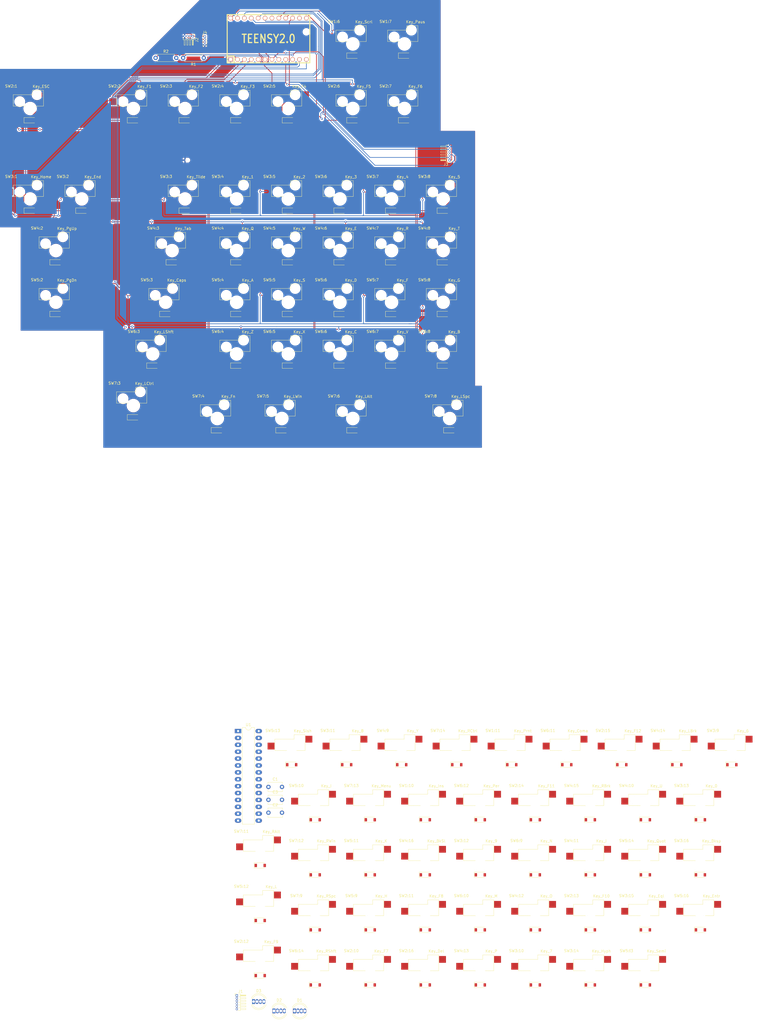
<source format=kicad_pcb>
(kicad_pcb (version 20171130) (host pcbnew 5.1.6-c6e7f7d~86~ubuntu18.04.1)
  (layers (0 F.Cu signal) (31 B.Cu signal hide) (34 B.Paste user) (35 F.Paste user) (36 B.SilkS user) (37 F.SilkS user) (38 B.Mask user) (39 F.Mask user) (44 Edge.Cuts user))
  (net 0 "")
  (net 1 +5V)
  (net 2 GND)
  (net 3 "Net-(D1-Pad1)")
  (net 4 "/Right Hand/LED_D")
  (net 5 "Net-(D2-Pad1)")
  (net 6 "Net-(D3-Pad1)")
  (net 7 "/Right Hand/SCL")
  (net 8 "/Right Hand/SDA")
  (net 9 "Net-(J1-Pad4)")
  (net 10 "/Left Hand/USB_DN")
  (net 11 "/Left Hand/USB_DP")
  (net 12 "Net-(J3-Pad4)")
  (net 13 "/Left Hand/SDA")
  (net 14 "/Left Hand/SCL")
  (net 15 "Net-(SW1:6-Pad2)")
  (net 16 "/Left Hand/COL6")
  (net 17 "/Left Hand/ROW1")
  (net 18 "Net-(SW1:7-Pad2)")
  (net 19 "/Left Hand/COL7")
  (net 20 "Net-(SW1:10-Pad2)")
  (net 21 "/Right Hand/ROW1")
  (net 22 "/Right Hand/COL10")
  (net 23 "Net-(SW1:11-Pad2)")
  (net 24 "/Right Hand/COL11")
  (net 25 "Net-(SW2:1-Pad2)")
  (net 26 "/Left Hand/COL1")
  (net 27 "/Left Hand/ROW2")
  (net 28 "Net-(SW2:2-Pad2)")
  (net 29 "/Left Hand/COL2")
  (net 30 "Net-(SW2:3-Pad2)")
  (net 31 "/Left Hand/COL3")
  (net 32 "Net-(SW2:4-Pad2)")
  (net 33 "/Left Hand/COL4")
  (net 34 "Net-(SW2:5-Pad2)")
  (net 35 "/Left Hand/COL5")
  (net 36 "Net-(SW2:6-Pad2)")
  (net 37 "Net-(SW2:7-Pad2)")
  (net 38 "Net-(SW2:10-Pad2)")
  (net 39 "/Right Hand/ROW2")
  (net 40 "Net-(SW2:11-Pad2)")
  (net 41 "Net-(SW2:12-Pad2)")
  (net 42 "/Right Hand/COL12")
  (net 43 "Net-(SW2:13-Pad2)")
  (net 44 "/Right Hand/COL13")
  (net 45 "Net-(SW2:14-Pad2)")
  (net 46 "/Right Hand/COL14")
  (net 47 "Net-(SW2:15-Pad2)")
  (net 48 "Net-(SW2:15-Pad4)")
  (net 49 "Net-(SW2:16-Pad2)")
  (net 50 "/Right Hand/COL16")
  (net 51 "Net-(SW3:1-Pad2)")
  (net 52 "/Left Hand/ROW3")
  (net 53 "Net-(SW3:2-Pad2)")
  (net 54 "Net-(SW3:3-Pad2)")
  (net 55 "Net-(SW3:4-Pad2)")
  (net 56 "Net-(SW3:5-Pad2)")
  (net 57 "Net-(SW3:6-Pad2)")
  (net 58 "Net-(SW3:7-Pad2)")
  (net 59 "Net-(SW3:8-Pad2)")
  (net 60 "/Left Hand/COL8")
  (net 61 "Net-(SW3:9-Pad2)")
  (net 62 "/Right Hand/COL9")
  (net 63 "/Right Hand/ROW3")
  (net 64 "Net-(SW3:10-Pad2)")
  (net 65 "Net-(SW3:11-Pad2)")
  (net 66 "Net-(SW3:12-Pad2)")
  (net 67 "Net-(SW3:13-Pad2)")
  (net 68 "Net-(SW3:14-Pad2)")
  (net 69 "Net-(SW3:15-Pad2)")
  (net 70 "Net-(SW3:16-Pad2)")
  (net 71 "Net-(SW4:2-Pad2)")
  (net 72 "/Left Hand/ROW4")
  (net 73 "Net-(SW4:3-Pad2)")
  (net 74 "Net-(SW4:4-Pad2)")
  (net 75 "Net-(SW4:5-Pad2)")
  (net 76 "Net-(SW4:6-Pad2)")
  (net 77 "Net-(SW4:7-Pad2)")
  (net 78 "Net-(SW4:8-Pad2)")
  (net 79 "Net-(SW4:9-Pad2)")
  (net 80 "/Right Hand/ROW4")
  (net 81 "Net-(SW4:10-Pad2)")
  (net 82 "Net-(SW4:11-Pad2)")
  (net 83 "Net-(SW4:12-Pad2)")
  (net 84 "Net-(SW4:13-Pad2)")
  (net 85 "Net-(SW4:14-Pad2)")
  (net 86 "Net-(SW4:15-Pad2)")
  (net 87 "Net-(SW4:16-Pad2)")
  (net 88 "Net-(SW5:2-Pad2)")
  (net 89 "/Left Hand/ROW5")
  (net 90 "Net-(SW5:3-Pad2)")
  (net 91 "Net-(SW5:4-Pad2)")
  (net 92 "Net-(SW5:5-Pad2)")
  (net 93 "Net-(SW5:6-Pad2)")
  (net 94 "Net-(SW5:7-Pad2)")
  (net 95 "Net-(SW5:8-Pad2)")
  (net 96 "Net-(SW5:9-Pad2)")
  (net 97 "/Right Hand/ROW5")
  (net 98 "Net-(SW5:10-Pad2)")
  (net 99 "Net-(SW5:11-Pad2)")
  (net 100 "Net-(SW5:12-Pad2)")
  (net 101 "Net-(SW5:13-Pad2)")
  (net 102 "/Right Hand/ROW6")
  (net 103 "Net-(SW5:14-Pad2)")
  (net 104 "Net-(SW5:16-Pad2)")
  (net 105 "Net-(SW5:!3-Pad2)")
  (net 106 "Net-(SW6:3-Pad2)")
  (net 107 "/Left Hand/ROW6")
  (net 108 "Net-(SW6:4-Pad2)")
  (net 109 "Net-(SW6:5-Pad2)")
  (net 110 "Net-(SW6:6-Pad2)")
  (net 111 "Net-(SW6:7-Pad2)")
  (net 112 "Net-(SW6:8-Pad2)")
  (net 113 "Net-(SW6:9-Pad2)")
  (net 114 "Net-(SW6:10-Pad2)")
  (net 115 "Net-(SW6:11-Pad2)")
  (net 116 "Net-(SW6:12-Pad2)")
  (net 117 "Net-(SW6:14-Pad2)")
  (net 118 "Net-(SW7:3-Pad2)")
  (net 119 "/Left Hand/ROW7")
  (net 120 "Net-(SW7:4-Pad2)")
  (net 121 "Net-(SW7:5-Pad2)")
  (net 122 "Net-(SW7:6-Pad2)")
  (net 123 "Net-(SW7:8-Pad2)")
  (net 124 "Net-(SW7:9-Pad2)")
  (net 125 "/Right Hand/ROW7")
  (net 126 "Net-(SW7:11-Pad2)")
  (net 127 "Net-(SW7:12-Pad2)")
  (net 128 "Net-(SW7:13-Pad2)")
  (net 129 "Net-(SW7:14-Pad2)")
  (net 130 "Net-(U1-Pad17)")
  (net 131 "Net-(U1-Pad18)")
  (net 132 "Net-(U1-Pad19)")
  (net 133 "Net-(U1-Pad10)")
  (net 134 "/Right Hand/COL15")
  (net 135 "Net-(U1-Pad14)")
  (net 136 "Net-(U1-Pad28)")
  (net 137 "/Left Hand/LED_D")
  (net 138 "Net-(U2-Pad10)")
  (net 139 "Net-(U2-Pad18)")
  (net 140 "Net-(U2-Pad19)")
  (net 141 "Net-(U2-Pad23)")
  (module dparticular:MX_W_DIODE (layer F.Cu) (at 23.8125 47.625)
    (fp_text reference SW2:1 (at -6.985 -8.255) (layer F.SilkS))
    (fp_text value Key_ESC (at 4.064 -8.128) (layer F.SilkS))
    (pad 3 smd rect (at 1.64936 4.33086) (size 0.9 1.2) (layers F.Cu F.Paste F.Mask) (net 25 "Net-(SW2:1-Pad2)"))
    (pad 4 smd rect (at -1.65064 4.33086) (size 0.9 1.2) (layers F.Cu F.Paste F.Mask) (net 26 "/Left Hand/COL1"))
    (pad "" np_thru_hole circle (at 0 0) (size 3.9878 3.9878) (drill 3.9878) (layers *.Cu *.Mask))
    (pad "" np_thru_hole circle (at 2.54 -5.08) (size 3 3) (drill 3) (layers *.Cu *.Mask))
    (pad "" np_thru_hole circle (at -3.81 -2.54) (size 3 3) (drill 3) (layers *.Cu *.Mask))
    (pad 1 smd rect (at -7.62 -2.54) (size 2.55 2.5) (layers F.Cu F.Paste F.Mask) (net 27 "/Left Hand/ROW2"))
    (pad 2 smd rect (at 6.35 -5.08) (size 2.55 2.5) (layers F.Cu F.Paste F.Mask) (net 25 "Net-(SW2:1-Pad2)"))
  )
  (module Capacitor_THT:C_Disc_D5.1mm_W3.2mm_P5.00mm (layer F.Cu) (at 111.735001 297.765001)
    (fp_text reference C1 (at 2.5 -2.85) (layer F.SilkS))
    (fp_text value 0.1uF)
    (pad 1 thru_hole circle (at 0 0) (size 1.6 1.6) (drill 0.8) (layers *.Cu *.Mask) (net 1 +5V))
    (pad 2 thru_hole circle (at 5 0) (size 1.6 1.6) (drill 0.8) (layers *.Cu *.Mask) (net 2 GND))
  )
  (module Capacitor_THT:C_Disc_D5.1mm_W3.2mm_P5.00mm (layer F.Cu) (at 111.735001 307.265001)
    (fp_text reference C2 (at 2.5 -2.85) (layer F.SilkS))
    (fp_text value 0.1uF)
    (pad 1 thru_hole circle (at 0 0) (size 1.6 1.6) (drill 0.8) (layers *.Cu *.Mask) (net 1 +5V))
    (pad 2 thru_hole circle (at 5 0) (size 1.6 1.6) (drill 0.8) (layers *.Cu *.Mask) (net 2 GND))
  )
  (module Capacitor_THT:C_Disc_D5.1mm_W3.2mm_P5.00mm (layer F.Cu) (at 111.735001 302.515001)
    (fp_text reference C3 (at 2.5 -2.85) (layer F.SilkS))
    (fp_text value 0.1uF)
    (pad 2 thru_hole circle (at 5 0) (size 1.6 1.6) (drill 0.8) (layers *.Cu *.Mask) (net 2 GND))
    (pad 1 thru_hole circle (at 0 0) (size 1.6 1.6) (drill 0.8) (layers *.Cu *.Mask) (net 1 +5V))
  )
  (module LED_THT:LED_D5.0mm-4_RGB (layer F.Cu) (at 121.335001 380.365001)
    (fp_text reference D1 (at 1.905 -3.96) (layer F.SilkS))
    (fp_text value APA-106-F5)
    (pad 1 thru_hole rect (at 0 0) (size 1.07 1.8) (drill 0.9) (layers *.Cu *.Mask) (net 3 "Net-(D1-Pad1)"))
    (pad 2 thru_hole oval (at 1.27 0) (size 1.07 1.8) (drill 0.9) (layers *.Cu *.Mask) (net 2 GND))
    (pad 3 thru_hole oval (at 2.54 0) (size 1.07 1.8) (drill 0.9) (layers *.Cu *.Mask) (net 1 +5V))
    (pad 4 thru_hole oval (at 3.81 0) (size 1.07 1.8) (drill 0.9) (layers *.Cu *.Mask) (net 4 "/Right Hand/LED_D"))
  )
  (module LED_THT:LED_D5.0mm-4_RGB (layer F.Cu) (at 113.785001 380.365001)
    (fp_text reference D2 (at 1.905 -3.96) (layer F.SilkS))
    (fp_text value APA-106-F5)
    (pad 1 thru_hole rect (at 0 0) (size 1.07 1.8) (drill 0.9) (layers *.Cu *.Mask) (net 5 "Net-(D2-Pad1)"))
    (pad 2 thru_hole oval (at 1.27 0) (size 1.07 1.8) (drill 0.9) (layers *.Cu *.Mask) (net 2 GND))
    (pad 3 thru_hole oval (at 2.54 0) (size 1.07 1.8) (drill 0.9) (layers *.Cu *.Mask) (net 1 +5V))
    (pad 4 thru_hole oval (at 3.81 0) (size 1.07 1.8) (drill 0.9) (layers *.Cu *.Mask) (net 3 "Net-(D1-Pad1)"))
  )
  (module LED_THT:LED_D5.0mm-4_RGB (layer F.Cu) (at 106.235001 376.915001)
    (fp_text reference D3 (at 1.905 -3.96) (layer F.SilkS))
    (fp_text value APA-106-F5)
    (pad 4 thru_hole oval (at 3.81 0) (size 1.07 1.8) (drill 0.9) (layers *.Cu *.Mask) (net 5 "Net-(D2-Pad1)"))
    (pad 3 thru_hole oval (at 2.54 0) (size 1.07 1.8) (drill 0.9) (layers *.Cu *.Mask) (net 1 +5V))
    (pad 2 thru_hole oval (at 1.27 0) (size 1.07 1.8) (drill 0.9) (layers *.Cu *.Mask) (net 2 GND))
    (pad 1 thru_hole rect (at 0 0) (size 1.07 1.8) (drill 0.9) (layers *.Cu *.Mask) (net 6 "Net-(D3-Pad1)"))
  )
  (module Connector_PinHeader_1.00mm:PinHeader_1x06_P1.00mm_Horizontal (layer F.Cu) (at 100.085001 374.665001)
    (fp_text reference J1 (at 1.375 -1.5) (layer F.SilkS))
    (fp_text value "To Left Hand")
    (pad 1 thru_hole rect (at 0 0) (size 0.85 0.85) (drill 0.5) (layers *.Cu *.Mask) (net 1 +5V))
    (pad 2 thru_hole oval (at 0 1) (size 0.85 0.85) (drill 0.5) (layers *.Cu *.Mask) (net 7 "/Right Hand/SCL"))
    (pad 3 thru_hole oval (at 0 2) (size 0.85 0.85) (drill 0.5) (layers *.Cu *.Mask) (net 8 "/Right Hand/SDA"))
    (pad 4 thru_hole oval (at 0 3) (size 0.85 0.85) (drill 0.5) (layers *.Cu *.Mask) (net 9 "Net-(J1-Pad4)"))
    (pad 5 thru_hole oval (at 0 4) (size 0.85 0.85) (drill 0.5) (layers *.Cu *.Mask) (net 4 "/Right Hand/LED_D"))
    (pad 6 thru_hole oval (at 0 5) (size 0.85 0.85) (drill 0.5) (layers *.Cu *.Mask) (net 2 GND))
  )
  (module Connector_PinHeader_1.00mm:PinHeader_1x04_P1.00mm_Horizontal (layer F.Cu) (at 83.82 20.955 270)
    (fp_text reference J2 (at 1.375 -1.5 90) (layer F.SilkS))
    (fp_text value "USB from outside")
    (pad 1 thru_hole rect (at 0 0 270) (size 0.85 0.85) (drill 0.5) (layers *.Cu *.Mask) (net 1 +5V))
    (pad 2 thru_hole oval (at 0 1 270) (size 0.85 0.85) (drill 0.5) (layers *.Cu *.Mask) (net 10 "/Left Hand/USB_DN"))
    (pad 3 thru_hole oval (at 0 2 270) (size 0.85 0.85) (drill 0.5) (layers *.Cu *.Mask) (net 11 "/Left Hand/USB_DP"))
    (pad 4 thru_hole oval (at 0 3 270) (size 0.85 0.85) (drill 0.5) (layers *.Cu *.Mask) (net 2 GND))
  )
  (module Connector_PinHeader_1.00mm:PinHeader_1x06_P1.00mm_Horizontal (layer F.Cu) (at 178.59375 66.675 180)
    (fp_text reference J3 (at 1.375 -1.5) (layer F.SilkS))
    (fp_text value "To Right Hand")
    (pad 6 thru_hole oval (at 0 5 180) (size 0.85 0.85) (drill 0.5) (layers *.Cu *.Mask) (net 2 GND))
    (pad 5 thru_hole oval (at 0 4 180) (size 0.85 0.85) (drill 0.5) (layers *.Cu *.Mask) (net 137 "/Left Hand/LED_D"))
    (pad 4 thru_hole oval (at 0 3 180) (size 0.85 0.85) (drill 0.5) (layers *.Cu *.Mask) (net 12 "Net-(J3-Pad4)"))
    (pad 3 thru_hole oval (at 0 2 180) (size 0.85 0.85) (drill 0.5) (layers *.Cu *.Mask) (net 13 "/Left Hand/SDA"))
    (pad 2 thru_hole oval (at 0 1 180) (size 0.85 0.85) (drill 0.5) (layers *.Cu *.Mask) (net 14 "/Left Hand/SCL"))
    (pad 1 thru_hole rect (at 0 0 180) (size 0.85 0.85) (drill 0.5) (layers *.Cu *.Mask) (net 1 +5V))
  )
  (module Connector_PinHeader_1.00mm:PinHeader_1x04_P1.00mm_Vertical (layer F.Cu) (at 88.265 21.13)
    (fp_text reference J4 (at 0 -1.56) (layer F.SilkS))
    (fp_text value "Jumper to Teensy USB")
    (pad 1 thru_hole rect (at 0 0) (size 0.85 0.85) (drill 0.5) (layers *.Cu *.Mask) (net 1 +5V))
    (pad 2 thru_hole oval (at 0 1) (size 0.85 0.85) (drill 0.5) (layers *.Cu *.Mask) (net 10 "/Left Hand/USB_DN"))
    (pad 3 thru_hole oval (at 0 2) (size 0.85 0.85) (drill 0.5) (layers *.Cu *.Mask) (net 11 "/Left Hand/USB_DP"))
    (pad 4 thru_hole oval (at 0 3) (size 0.85 0.85) (drill 0.5) (layers *.Cu *.Mask) (net 2 GND))
  )
  (module Resistor_THT:R_Axial_DIN0207_L6.3mm_D2.5mm_P7.62mm_Horizontal (layer F.Cu) (at 87.884 28.956 180)
    (fp_text reference R1 (at 3.81 -2.37) (layer F.SilkS))
    (fp_text value 4.7k)
    (pad 2 thru_hole oval (at 7.62 0 180) (size 1.6 1.6) (drill 0.8) (layers *.Cu *.Mask) (net 13 "/Left Hand/SDA"))
    (pad 1 thru_hole circle (at 0 0 180) (size 1.6 1.6) (drill 0.8) (layers *.Cu *.Mask) (net 1 +5V))
  )
  (module Resistor_THT:R_Axial_DIN0207_L6.3mm_D2.5mm_P7.62mm_Horizontal (layer F.Cu) (at 70.104 28.956)
    (fp_text reference R2 (at 3.81 -2.37) (layer F.SilkS))
    (fp_text value 4.7k)
    (pad 1 thru_hole circle (at 0 0) (size 1.6 1.6) (drill 0.8) (layers *.Cu *.Mask) (net 1 +5V))
    (pad 2 thru_hole oval (at 7.62 0) (size 1.6 1.6) (drill 0.8) (layers *.Cu *.Mask) (net 14 "/Left Hand/SCL"))
  )
  (module dparticular:MX_W_DIODE (layer F.Cu) (at 142.875 23.8125)
    (fp_text reference SW1:6 (at -6.985 -8.255) (layer F.SilkS))
    (fp_text value Key_Scrl (at 4.064 -8.128) (layer F.SilkS))
    (pad 3 smd rect (at 1.64936 4.33086) (size 0.9 1.2) (layers F.Cu F.Paste F.Mask) (net 15 "Net-(SW1:6-Pad2)"))
    (pad 4 smd rect (at -1.65064 4.33086) (size 0.9 1.2) (layers F.Cu F.Paste F.Mask) (net 16 "/Left Hand/COL6"))
    (pad "" np_thru_hole circle (at 0 0) (size 3.9878 3.9878) (drill 3.9878) (layers *.Cu *.Mask))
    (pad "" np_thru_hole circle (at 2.54 -5.08) (size 3 3) (drill 3) (layers *.Cu *.Mask))
    (pad "" np_thru_hole circle (at -3.81 -2.54) (size 3 3) (drill 3) (layers *.Cu *.Mask))
    (pad 1 smd rect (at -7.62 -2.54) (size 2.55 2.5) (layers F.Cu F.Paste F.Mask) (net 17 "/Left Hand/ROW1"))
    (pad 2 smd rect (at 6.35 -5.08) (size 2.55 2.5) (layers F.Cu F.Paste F.Mask) (net 15 "Net-(SW1:6-Pad2)"))
  )
  (module dparticular:MX_W_DIODE (layer F.Cu) (at 161.925 23.8125)
    (fp_text reference SW1:7 (at -6.985 -8.255) (layer F.SilkS))
    (fp_text value Key_Paus (at 4.064 -8.128) (layer F.SilkS))
    (pad 2 smd rect (at 6.35 -5.08) (size 2.55 2.5) (layers F.Cu F.Paste F.Mask) (net 18 "Net-(SW1:7-Pad2)"))
    (pad 1 smd rect (at -7.62 -2.54) (size 2.55 2.5) (layers F.Cu F.Paste F.Mask) (net 17 "/Left Hand/ROW1"))
    (pad "" np_thru_hole circle (at -3.81 -2.54) (size 3 3) (drill 3) (layers *.Cu *.Mask))
    (pad "" np_thru_hole circle (at 2.54 -5.08) (size 3 3) (drill 3) (layers *.Cu *.Mask))
    (pad "" np_thru_hole circle (at 0 0) (size 3.9878 3.9878) (drill 3.9878) (layers *.Cu *.Mask))
    (pad 4 smd rect (at -1.65064 4.33086) (size 0.9 1.2) (layers F.Cu F.Paste F.Mask) (net 19 "/Left Hand/COL7"))
    (pad 3 smd rect (at 1.64936 4.33086) (size 0.9 1.2) (layers F.Cu F.Paste F.Mask) (net 18 "Net-(SW1:7-Pad2)"))
  )
  (module dparticular:MX_W_DIODE (layer F.Cu) (at 169.612001 305.542001)
    (fp_text reference SW1:10 (at -6.985 -8.255) (layer F.SilkS))
    (fp_text value Key_Ins (at 4.064 -8.128) (layer F.SilkS))
    (pad 2 smd rect (at 6.35 -5.08) (size 2.55 2.5) (layers F.Cu F.Paste F.Mask) (net 20 "Net-(SW1:10-Pad2)"))
    (pad 1 smd rect (at -7.62 -2.54) (size 2.55 2.5) (layers F.Cu F.Paste F.Mask) (net 21 "/Right Hand/ROW1"))
    (pad "" np_thru_hole circle (at -3.81 -2.54) (size 3 3) (drill 3) (layers *.Cu *.Mask))
    (pad "" np_thru_hole circle (at 2.54 -5.08) (size 3 3) (drill 3) (layers *.Cu *.Mask))
    (pad "" np_thru_hole circle (at 0 0) (size 3.9878 3.9878) (drill 3.9878) (layers *.Cu *.Mask))
    (pad 4 smd rect (at -1.65064 4.33086) (size 0.9 1.2) (layers F.Cu F.Paste F.Mask) (net 22 "/Right Hand/COL10"))
    (pad 3 smd rect (at 1.64936 4.33086) (size 0.9 1.2) (layers F.Cu F.Paste F.Mask) (net 20 "Net-(SW1:10-Pad2)"))
  )
  (module dparticular:MX_W_DIODE (layer F.Cu) (at 201.512001 285.242001)
    (fp_text reference SW1:11 (at -6.985 -8.255) (layer F.SilkS))
    (fp_text value Key_Prnt (at 4.064 -8.128) (layer F.SilkS))
    (pad 3 smd rect (at 1.64936 4.33086) (size 0.9 1.2) (layers F.Cu F.Paste F.Mask) (net 23 "Net-(SW1:11-Pad2)"))
    (pad 4 smd rect (at -1.65064 4.33086) (size 0.9 1.2) (layers F.Cu F.Paste F.Mask) (net 24 "/Right Hand/COL11"))
    (pad "" np_thru_hole circle (at 0 0) (size 3.9878 3.9878) (drill 3.9878) (layers *.Cu *.Mask))
    (pad "" np_thru_hole circle (at 2.54 -5.08) (size 3 3) (drill 3) (layers *.Cu *.Mask))
    (pad "" np_thru_hole circle (at -3.81 -2.54) (size 3 3) (drill 3) (layers *.Cu *.Mask))
    (pad 1 smd rect (at -7.62 -2.54) (size 2.55 2.5) (layers F.Cu F.Paste F.Mask) (net 21 "/Right Hand/ROW1"))
    (pad 2 smd rect (at 6.35 -5.08) (size 2.55 2.5) (layers F.Cu F.Paste F.Mask) (net 23 "Net-(SW1:11-Pad2)"))
  )
  (module dparticular:MX_W_DIODE (layer F.Cu) (at 61.9125 47.625)
    (fp_text reference SW2:2 (at -6.985 -8.255) (layer F.SilkS))
    (fp_text value Key_F1 (at 4.064 -8.128) (layer F.SilkS))
    (pad 2 smd rect (at 6.35 -5.08) (size 2.55 2.5) (layers F.Cu F.Paste F.Mask) (net 28 "Net-(SW2:2-Pad2)"))
    (pad 1 smd rect (at -7.62 -2.54) (size 2.55 2.5) (layers F.Cu F.Paste F.Mask) (net 27 "/Left Hand/ROW2"))
    (pad "" np_thru_hole circle (at -3.81 -2.54) (size 3 3) (drill 3) (layers *.Cu *.Mask))
    (pad "" np_thru_hole circle (at 2.54 -5.08) (size 3 3) (drill 3) (layers *.Cu *.Mask))
    (pad "" np_thru_hole circle (at 0 0) (size 3.9878 3.9878) (drill 3.9878) (layers *.Cu *.Mask))
    (pad 4 smd rect (at -1.65064 4.33086) (size 0.9 1.2) (layers F.Cu F.Paste F.Mask) (net 29 "/Left Hand/COL2"))
    (pad 3 smd rect (at 1.64936 4.33086) (size 0.9 1.2) (layers F.Cu F.Paste F.Mask) (net 28 "Net-(SW2:2-Pad2)"))
  )
  (module dparticular:MX_W_DIODE (layer F.Cu) (at 80.9625 47.625)
    (fp_text reference SW2:3 (at -6.985 -8.255) (layer F.SilkS))
    (fp_text value Key_F2 (at 4.064 -8.128) (layer F.SilkS))
    (pad 3 smd rect (at 1.64936 4.33086) (size 0.9 1.2) (layers F.Cu F.Paste F.Mask) (net 30 "Net-(SW2:3-Pad2)"))
    (pad 4 smd rect (at -1.65064 4.33086) (size 0.9 1.2) (layers F.Cu F.Paste F.Mask) (net 31 "/Left Hand/COL3"))
    (pad "" np_thru_hole circle (at 0 0) (size 3.9878 3.9878) (drill 3.9878) (layers *.Cu *.Mask))
    (pad "" np_thru_hole circle (at 2.54 -5.08) (size 3 3) (drill 3) (layers *.Cu *.Mask))
    (pad "" np_thru_hole circle (at -3.81 -2.54) (size 3 3) (drill 3) (layers *.Cu *.Mask))
    (pad 1 smd rect (at -7.62 -2.54) (size 2.55 2.5) (layers F.Cu F.Paste F.Mask) (net 27 "/Left Hand/ROW2"))
    (pad 2 smd rect (at 6.35 -5.08) (size 2.55 2.5) (layers F.Cu F.Paste F.Mask) (net 30 "Net-(SW2:3-Pad2)"))
  )
  (module dparticular:MX_W_DIODE (layer F.Cu) (at 100.0125 47.625)
    (fp_text reference SW2:4 (at -6.985 -8.255) (layer F.SilkS))
    (fp_text value Key_F3 (at 4.064 -8.128) (layer F.SilkS))
    (pad 2 smd rect (at 6.35 -5.08) (size 2.55 2.5) (layers F.Cu F.Paste F.Mask) (net 32 "Net-(SW2:4-Pad2)"))
    (pad 1 smd rect (at -7.62 -2.54) (size 2.55 2.5) (layers F.Cu F.Paste F.Mask) (net 27 "/Left Hand/ROW2"))
    (pad "" np_thru_hole circle (at -3.81 -2.54) (size 3 3) (drill 3) (layers *.Cu *.Mask))
    (pad "" np_thru_hole circle (at 2.54 -5.08) (size 3 3) (drill 3) (layers *.Cu *.Mask))
    (pad "" np_thru_hole circle (at 0 0) (size 3.9878 3.9878) (drill 3.9878) (layers *.Cu *.Mask))
    (pad 4 smd rect (at -1.65064 4.33086) (size 0.9 1.2) (layers F.Cu F.Paste F.Mask) (net 33 "/Left Hand/COL4"))
    (pad 3 smd rect (at 1.64936 4.33086) (size 0.9 1.2) (layers F.Cu F.Paste F.Mask) (net 32 "Net-(SW2:4-Pad2)"))
  )
  (module dparticular:MX_W_DIODE (layer F.Cu) (at 119.0625 47.625)
    (fp_text reference SW2:5 (at -6.985 -8.255) (layer F.SilkS))
    (fp_text value Key_F4 (at 4.064 -8.128) (layer F.SilkS))
    (pad 3 smd rect (at 1.64936 4.33086) (size 0.9 1.2) (layers F.Cu F.Paste F.Mask) (net 34 "Net-(SW2:5-Pad2)"))
    (pad 4 smd rect (at -1.65064 4.33086) (size 0.9 1.2) (layers F.Cu F.Paste F.Mask) (net 35 "/Left Hand/COL5"))
    (pad "" np_thru_hole circle (at 0 0) (size 3.9878 3.9878) (drill 3.9878) (layers *.Cu *.Mask))
    (pad "" np_thru_hole circle (at 2.54 -5.08) (size 3 3) (drill 3) (layers *.Cu *.Mask))
    (pad "" np_thru_hole circle (at -3.81 -2.54) (size 3 3) (drill 3) (layers *.Cu *.Mask))
    (pad 1 smd rect (at -7.62 -2.54) (size 2.55 2.5) (layers F.Cu F.Paste F.Mask) (net 27 "/Left Hand/ROW2"))
    (pad 2 smd rect (at 6.35 -5.08) (size 2.55 2.5) (layers F.Cu F.Paste F.Mask) (net 34 "Net-(SW2:5-Pad2)"))
  )
  (module dparticular:MX_W_DIODE (layer F.Cu) (at 142.875 47.625)
    (fp_text reference SW2:6 (at -6.985 -8.255) (layer F.SilkS))
    (fp_text value Key_F5 (at 4.064 -8.128) (layer F.SilkS))
    (pad 2 smd rect (at 6.35 -5.08) (size 2.55 2.5) (layers F.Cu F.Paste F.Mask) (net 36 "Net-(SW2:6-Pad2)"))
    (pad 1 smd rect (at -7.62 -2.54) (size 2.55 2.5) (layers F.Cu F.Paste F.Mask) (net 27 "/Left Hand/ROW2"))
    (pad "" np_thru_hole circle (at -3.81 -2.54) (size 3 3) (drill 3) (layers *.Cu *.Mask))
    (pad "" np_thru_hole circle (at 2.54 -5.08) (size 3 3) (drill 3) (layers *.Cu *.Mask))
    (pad "" np_thru_hole circle (at 0 0) (size 3.9878 3.9878) (drill 3.9878) (layers *.Cu *.Mask))
    (pad 4 smd rect (at -1.65064 4.33086) (size 0.9 1.2) (layers F.Cu F.Paste F.Mask) (net 16 "/Left Hand/COL6"))
    (pad 3 smd rect (at 1.64936 4.33086) (size 0.9 1.2) (layers F.Cu F.Paste F.Mask) (net 36 "Net-(SW2:6-Pad2)"))
  )
  (module dparticular:MX_W_DIODE (layer F.Cu) (at 161.925 47.625)
    (fp_text reference SW2:7 (at -6.985 -8.255) (layer F.SilkS))
    (fp_text value Key_F6 (at 4.064 -8.128) (layer F.SilkS))
    (pad 3 smd rect (at 1.64936 4.33086) (size 0.9 1.2) (layers F.Cu F.Paste F.Mask) (net 37 "Net-(SW2:7-Pad2)"))
    (pad 4 smd rect (at -1.65064 4.33086) (size 0.9 1.2) (layers F.Cu F.Paste F.Mask) (net 19 "/Left Hand/COL7"))
    (pad "" np_thru_hole circle (at 0 0) (size 3.9878 3.9878) (drill 3.9878) (layers *.Cu *.Mask))
    (pad "" np_thru_hole circle (at 2.54 -5.08) (size 3 3) (drill 3) (layers *.Cu *.Mask))
    (pad "" np_thru_hole circle (at -3.81 -2.54) (size 3 3) (drill 3) (layers *.Cu *.Mask))
    (pad 1 smd rect (at -7.62 -2.54) (size 2.55 2.5) (layers F.Cu F.Paste F.Mask) (net 27 "/Left Hand/ROW2"))
    (pad 2 smd rect (at 6.35 -5.08) (size 2.55 2.5) (layers F.Cu F.Paste F.Mask) (net 37 "Net-(SW2:7-Pad2)"))
  )
  (module dparticular:MX_W_DIODE (layer F.Cu) (at 149.312001 366.442001)
    (fp_text reference SW2:10 (at -6.985 -8.255) (layer F.SilkS))
    (fp_text value Key_F7 (at 4.064 -8.128) (layer F.SilkS))
    (pad 2 smd rect (at 6.35 -5.08) (size 2.55 2.5) (layers F.Cu F.Paste F.Mask) (net 38 "Net-(SW2:10-Pad2)"))
    (pad 1 smd rect (at -7.62 -2.54) (size 2.55 2.5) (layers F.Cu F.Paste F.Mask) (net 39 "/Right Hand/ROW2"))
    (pad "" np_thru_hole circle (at -3.81 -2.54) (size 3 3) (drill 3) (layers *.Cu *.Mask))
    (pad "" np_thru_hole circle (at 2.54 -5.08) (size 3 3) (drill 3) (layers *.Cu *.Mask))
    (pad "" np_thru_hole circle (at 0 0) (size 3.9878 3.9878) (drill 3.9878) (layers *.Cu *.Mask))
    (pad 4 smd rect (at -1.65064 4.33086) (size 0.9 1.2) (layers F.Cu F.Paste F.Mask) (net 22 "/Right Hand/COL10"))
    (pad 3 smd rect (at 1.64936 4.33086) (size 0.9 1.2) (layers F.Cu F.Paste F.Mask) (net 38 "Net-(SW2:10-Pad2)"))
  )
  (module dparticular:MX_W_DIODE (layer F.Cu) (at 169.612001 346.142001)
    (fp_text reference SW2:11 (at -6.985 -8.255) (layer F.SilkS))
    (fp_text value Key_F8 (at 4.064 -8.128) (layer F.SilkS))
    (pad 3 smd rect (at 1.64936 4.33086) (size 0.9 1.2) (layers F.Cu F.Paste F.Mask) (net 40 "Net-(SW2:11-Pad2)"))
    (pad 4 smd rect (at -1.65064 4.33086) (size 0.9 1.2) (layers F.Cu F.Paste F.Mask) (net 24 "/Right Hand/COL11"))
    (pad "" np_thru_hole circle (at 0 0) (size 3.9878 3.9878) (drill 3.9878) (layers *.Cu *.Mask))
    (pad "" np_thru_hole circle (at 2.54 -5.08) (size 3 3) (drill 3) (layers *.Cu *.Mask))
    (pad "" np_thru_hole circle (at -3.81 -2.54) (size 3 3) (drill 3) (layers *.Cu *.Mask))
    (pad 1 smd rect (at -7.62 -2.54) (size 2.55 2.5) (layers F.Cu F.Paste F.Mask) (net 39 "/Right Hand/ROW2"))
    (pad 2 smd rect (at 6.35 -5.08) (size 2.55 2.5) (layers F.Cu F.Paste F.Mask) (net 40 "Net-(SW2:11-Pad2)"))
  )
  (module dparticular:MX_W_DIODE (layer F.Cu) (at 108.712001 362.992001)
    (fp_text reference SW2:12 (at -6.985 -8.255) (layer F.SilkS))
    (fp_text value Key_F9 (at 4.064 -8.128) (layer F.SilkS))
    (pad 2 smd rect (at 6.35 -5.08) (size 2.55 2.5) (layers F.Cu F.Paste F.Mask) (net 41 "Net-(SW2:12-Pad2)"))
    (pad 1 smd rect (at -7.62 -2.54) (size 2.55 2.5) (layers F.Cu F.Paste F.Mask) (net 39 "/Right Hand/ROW2"))
    (pad "" np_thru_hole circle (at -3.81 -2.54) (size 3 3) (drill 3) (layers *.Cu *.Mask))
    (pad "" np_thru_hole circle (at 2.54 -5.08) (size 3 3) (drill 3) (layers *.Cu *.Mask))
    (pad "" np_thru_hole circle (at 0 0) (size 3.9878 3.9878) (drill 3.9878) (layers *.Cu *.Mask))
    (pad 4 smd rect (at -1.65064 4.33086) (size 0.9 1.2) (layers F.Cu F.Paste F.Mask) (net 42 "/Right Hand/COL12"))
    (pad 3 smd rect (at 1.64936 4.33086) (size 0.9 1.2) (layers F.Cu F.Paste F.Mask) (net 41 "Net-(SW2:12-Pad2)"))
  )
  (module dparticular:MX_W_DIODE (layer F.Cu) (at 230.512001 346.142001)
    (fp_text reference SW2:13 (at -6.985 -8.255) (layer F.SilkS))
    (fp_text value Key_F10 (at 4.064 -8.128) (layer F.SilkS))
    (pad 3 smd rect (at 1.64936 4.33086) (size 0.9 1.2) (layers F.Cu F.Paste F.Mask) (net 43 "Net-(SW2:13-Pad2)"))
    (pad 4 smd rect (at -1.65064 4.33086) (size 0.9 1.2) (layers F.Cu F.Paste F.Mask) (net 44 "/Right Hand/COL13"))
    (pad "" np_thru_hole circle (at 0 0) (size 3.9878 3.9878) (drill 3.9878) (layers *.Cu *.Mask))
    (pad "" np_thru_hole circle (at 2.54 -5.08) (size 3 3) (drill 3) (layers *.Cu *.Mask))
    (pad "" np_thru_hole circle (at -3.81 -2.54) (size 3 3) (drill 3) (layers *.Cu *.Mask))
    (pad 1 smd rect (at -7.62 -2.54) (size 2.55 2.5) (layers F.Cu F.Paste F.Mask) (net 39 "/Right Hand/ROW2"))
    (pad 2 smd rect (at 6.35 -5.08) (size 2.55 2.5) (layers F.Cu F.Paste F.Mask) (net 43 "Net-(SW2:13-Pad2)"))
  )
  (module dparticular:MX_W_DIODE (layer F.Cu) (at 210.212001 305.542001)
    (fp_text reference SW2:14 (at -6.985 -8.255) (layer F.SilkS))
    (fp_text value Key_F11 (at 4.064 -8.128) (layer F.SilkS))
    (pad 2 smd rect (at 6.35 -5.08) (size 2.55 2.5) (layers F.Cu F.Paste F.Mask) (net 45 "Net-(SW2:14-Pad2)"))
    (pad 1 smd rect (at -7.62 -2.54) (size 2.55 2.5) (layers F.Cu F.Paste F.Mask) (net 39 "/Right Hand/ROW2"))
    (pad "" np_thru_hole circle (at -3.81 -2.54) (size 3 3) (drill 3) (layers *.Cu *.Mask))
    (pad "" np_thru_hole circle (at 2.54 -5.08) (size 3 3) (drill 3) (layers *.Cu *.Mask))
    (pad "" np_thru_hole circle (at 0 0) (size 3.9878 3.9878) (drill 3.9878) (layers *.Cu *.Mask))
    (pad 4 smd rect (at -1.65064 4.33086) (size 0.9 1.2) (layers F.Cu F.Paste F.Mask) (net 46 "/Right Hand/COL14"))
    (pad 3 smd rect (at 1.64936 4.33086) (size 0.9 1.2) (layers F.Cu F.Paste F.Mask) (net 45 "Net-(SW2:14-Pad2)"))
  )
  (module dparticular:MX_W_DIODE (layer F.Cu) (at 242.112001 285.242001)
    (fp_text reference SW2:15 (at -6.985 -8.255) (layer F.SilkS))
    (fp_text value Key_F12 (at 4.064 -8.128) (layer F.SilkS))
    (pad 3 smd rect (at 1.64936 4.33086) (size 0.9 1.2) (layers F.Cu F.Paste F.Mask) (net 47 "Net-(SW2:15-Pad2)"))
    (pad 4 smd rect (at -1.65064 4.33086) (size 0.9 1.2) (layers F.Cu F.Paste F.Mask) (net 48 "Net-(SW2:15-Pad4)"))
    (pad "" np_thru_hole circle (at 0 0) (size 3.9878 3.9878) (drill 3.9878) (layers *.Cu *.Mask))
    (pad "" np_thru_hole circle (at 2.54 -5.08) (size 3 3) (drill 3) (layers *.Cu *.Mask))
    (pad "" np_thru_hole circle (at -3.81 -2.54) (size 3 3) (drill 3) (layers *.Cu *.Mask))
    (pad 1 smd rect (at -7.62 -2.54) (size 2.55 2.5) (layers F.Cu F.Paste F.Mask) (net 39 "/Right Hand/ROW2"))
    (pad 2 smd rect (at 6.35 -5.08) (size 2.55 2.5) (layers F.Cu F.Paste F.Mask) (net 47 "Net-(SW2:15-Pad2)"))
  )
  (module dparticular:MX_W_DIODE (layer F.Cu) (at 169.612001 366.442001)
    (fp_text reference SW2:16 (at -6.985 -8.255) (layer F.SilkS))
    (fp_text value Key_Del (at 4.064 -8.128) (layer F.SilkS))
    (pad 2 smd rect (at 6.35 -5.08) (size 2.55 2.5) (layers F.Cu F.Paste F.Mask) (net 49 "Net-(SW2:16-Pad2)"))
    (pad 1 smd rect (at -7.62 -2.54) (size 2.55 2.5) (layers F.Cu F.Paste F.Mask) (net 39 "/Right Hand/ROW2"))
    (pad "" np_thru_hole circle (at -3.81 -2.54) (size 3 3) (drill 3) (layers *.Cu *.Mask))
    (pad "" np_thru_hole circle (at 2.54 -5.08) (size 3 3) (drill 3) (layers *.Cu *.Mask))
    (pad "" np_thru_hole circle (at 0 0) (size 3.9878 3.9878) (drill 3.9878) (layers *.Cu *.Mask))
    (pad 4 smd rect (at -1.65064 4.33086) (size 0.9 1.2) (layers F.Cu F.Paste F.Mask) (net 50 "/Right Hand/COL16"))
    (pad 3 smd rect (at 1.64936 4.33086) (size 0.9 1.2) (layers F.Cu F.Paste F.Mask) (net 49 "Net-(SW2:16-Pad2)"))
  )
  (module dparticular:MX_W_DIODE (layer F.Cu) (at 23.8125 80.9625)
    (fp_text reference SW3:1 (at -6.985 -8.255) (layer F.SilkS))
    (fp_text value Key_Home (at 4.064 -8.128) (layer F.SilkS))
    (pad 2 smd rect (at 6.35 -5.08) (size 2.55 2.5) (layers F.Cu F.Paste F.Mask) (net 51 "Net-(SW3:1-Pad2)"))
    (pad 1 smd rect (at -7.62 -2.54) (size 2.55 2.5) (layers F.Cu F.Paste F.Mask) (net 52 "/Left Hand/ROW3"))
    (pad "" np_thru_hole circle (at -3.81 -2.54) (size 3 3) (drill 3) (layers *.Cu *.Mask))
    (pad "" np_thru_hole circle (at 2.54 -5.08) (size 3 3) (drill 3) (layers *.Cu *.Mask))
    (pad "" np_thru_hole circle (at 0 0) (size 3.9878 3.9878) (drill 3.9878) (layers *.Cu *.Mask))
    (pad 4 smd rect (at -1.65064 4.33086) (size 0.9 1.2) (layers F.Cu F.Paste F.Mask) (net 26 "/Left Hand/COL1"))
    (pad 3 smd rect (at 1.64936 4.33086) (size 0.9 1.2) (layers F.Cu F.Paste F.Mask) (net 51 "Net-(SW3:1-Pad2)"))
  )
  (module dparticular:MX_W_DIODE (layer F.Cu) (at 42.8625 80.9625)
    (fp_text reference SW3:2 (at -6.985 -8.255) (layer F.SilkS))
    (fp_text value Key_End (at 4.064 -8.128) (layer F.SilkS))
    (pad 3 smd rect (at 1.64936 4.33086) (size 0.9 1.2) (layers F.Cu F.Paste F.Mask) (net 53 "Net-(SW3:2-Pad2)"))
    (pad 4 smd rect (at -1.65064 4.33086) (size 0.9 1.2) (layers F.Cu F.Paste F.Mask) (net 29 "/Left Hand/COL2"))
    (pad "" np_thru_hole circle (at 0 0) (size 3.9878 3.9878) (drill 3.9878) (layers *.Cu *.Mask))
    (pad "" np_thru_hole circle (at 2.54 -5.08) (size 3 3) (drill 3) (layers *.Cu *.Mask))
    (pad "" np_thru_hole circle (at -3.81 -2.54) (size 3 3) (drill 3) (layers *.Cu *.Mask))
    (pad 1 smd rect (at -7.62 -2.54) (size 2.55 2.5) (layers F.Cu F.Paste F.Mask) (net 52 "/Left Hand/ROW3"))
    (pad 2 smd rect (at 6.35 -5.08) (size 2.55 2.5) (layers F.Cu F.Paste F.Mask) (net 53 "Net-(SW3:2-Pad2)"))
  )
  (module dparticular:MX_W_DIODE (layer F.Cu) (at 80.9625 80.9625)
    (fp_text reference SW3:3 (at -6.985 -8.255) (layer F.SilkS))
    (fp_text value Key_Tilde (at 4.064 -8.128) (layer F.SilkS))
    (pad 2 smd rect (at 6.35 -5.08) (size 2.55 2.5) (layers F.Cu F.Paste F.Mask) (net 54 "Net-(SW3:3-Pad2)"))
    (pad 1 smd rect (at -7.62 -2.54) (size 2.55 2.5) (layers F.Cu F.Paste F.Mask) (net 52 "/Left Hand/ROW3"))
    (pad "" np_thru_hole circle (at -3.81 -2.54) (size 3 3) (drill 3) (layers *.Cu *.Mask))
    (pad "" np_thru_hole circle (at 2.54 -5.08) (size 3 3) (drill 3) (layers *.Cu *.Mask))
    (pad "" np_thru_hole circle (at 0 0) (size 3.9878 3.9878) (drill 3.9878) (layers *.Cu *.Mask))
    (pad 4 smd rect (at -1.65064 4.33086) (size 0.9 1.2) (layers F.Cu F.Paste F.Mask) (net 31 "/Left Hand/COL3"))
    (pad 3 smd rect (at 1.64936 4.33086) (size 0.9 1.2) (layers F.Cu F.Paste F.Mask) (net 54 "Net-(SW3:3-Pad2)"))
  )
  (module dparticular:MX_W_DIODE (layer F.Cu) (at 100.0125 80.9625)
    (fp_text reference SW3:4 (at -6.985 -8.255) (layer F.SilkS))
    (fp_text value Key_1 (at 4.064 -8.128) (layer F.SilkS))
    (pad 3 smd rect (at 1.64936 4.33086) (size 0.9 1.2) (layers F.Cu F.Paste F.Mask) (net 55 "Net-(SW3:4-Pad2)"))
    (pad 4 smd rect (at -1.65064 4.33086) (size 0.9 1.2) (layers F.Cu F.Paste F.Mask) (net 33 "/Left Hand/COL4"))
    (pad "" np_thru_hole circle (at 0 0) (size 3.9878 3.9878) (drill 3.9878) (layers *.Cu *.Mask))
    (pad "" np_thru_hole circle (at 2.54 -5.08) (size 3 3) (drill 3) (layers *.Cu *.Mask))
    (pad "" np_thru_hole circle (at -3.81 -2.54) (size 3 3) (drill 3) (layers *.Cu *.Mask))
    (pad 1 smd rect (at -7.62 -2.54) (size 2.55 2.5) (layers F.Cu F.Paste F.Mask) (net 52 "/Left Hand/ROW3"))
    (pad 2 smd rect (at 6.35 -5.08) (size 2.55 2.5) (layers F.Cu F.Paste F.Mask) (net 55 "Net-(SW3:4-Pad2)"))
  )
  (module dparticular:MX_W_DIODE (layer F.Cu) (at 119.0625 80.9625)
    (fp_text reference SW3:5 (at -6.985 -8.255) (layer F.SilkS))
    (fp_text value Key_2 (at 4.064 -8.128) (layer F.SilkS))
    (pad 2 smd rect (at 6.35 -5.08) (size 2.55 2.5) (layers F.Cu F.Paste F.Mask) (net 56 "Net-(SW3:5-Pad2)"))
    (pad 1 smd rect (at -7.62 -2.54) (size 2.55 2.5) (layers F.Cu F.Paste F.Mask) (net 52 "/Left Hand/ROW3"))
    (pad "" np_thru_hole circle (at -3.81 -2.54) (size 3 3) (drill 3) (layers *.Cu *.Mask))
    (pad "" np_thru_hole circle (at 2.54 -5.08) (size 3 3) (drill 3) (layers *.Cu *.Mask))
    (pad "" np_thru_hole circle (at 0 0) (size 3.9878 3.9878) (drill 3.9878) (layers *.Cu *.Mask))
    (pad 4 smd rect (at -1.65064 4.33086) (size 0.9 1.2) (layers F.Cu F.Paste F.Mask) (net 35 "/Left Hand/COL5"))
    (pad 3 smd rect (at 1.64936 4.33086) (size 0.9 1.2) (layers F.Cu F.Paste F.Mask) (net 56 "Net-(SW3:5-Pad2)"))
  )
  (module dparticular:MX_W_DIODE (layer F.Cu) (at 138.1125 80.9625)
    (fp_text reference SW3:6 (at -6.985 -8.255) (layer F.SilkS))
    (fp_text value Key_3 (at 4.064 -8.128) (layer F.SilkS))
    (pad 3 smd rect (at 1.64936 4.33086) (size 0.9 1.2) (layers F.Cu F.Paste F.Mask) (net 57 "Net-(SW3:6-Pad2)"))
    (pad 4 smd rect (at -1.65064 4.33086) (size 0.9 1.2) (layers F.Cu F.Paste F.Mask) (net 16 "/Left Hand/COL6"))
    (pad "" np_thru_hole circle (at 0 0) (size 3.9878 3.9878) (drill 3.9878) (layers *.Cu *.Mask))
    (pad "" np_thru_hole circle (at 2.54 -5.08) (size 3 3) (drill 3) (layers *.Cu *.Mask))
    (pad "" np_thru_hole circle (at -3.81 -2.54) (size 3 3) (drill 3) (layers *.Cu *.Mask))
    (pad 1 smd rect (at -7.62 -2.54) (size 2.55 2.5) (layers F.Cu F.Paste F.Mask) (net 52 "/Left Hand/ROW3"))
    (pad 2 smd rect (at 6.35 -5.08) (size 2.55 2.5) (layers F.Cu F.Paste F.Mask) (net 57 "Net-(SW3:6-Pad2)"))
  )
  (module dparticular:MX_W_DIODE (layer F.Cu) (at 157.1625 80.9625)
    (fp_text reference SW3:7 (at -6.985 -8.255) (layer F.SilkS))
    (fp_text value Key_4 (at 4.064 -8.128) (layer F.SilkS))
    (pad 2 smd rect (at 6.35 -5.08) (size 2.55 2.5) (layers F.Cu F.Paste F.Mask) (net 58 "Net-(SW3:7-Pad2)"))
    (pad 1 smd rect (at -7.62 -2.54) (size 2.55 2.5) (layers F.Cu F.Paste F.Mask) (net 52 "/Left Hand/ROW3"))
    (pad "" np_thru_hole circle (at -3.81 -2.54) (size 3 3) (drill 3) (layers *.Cu *.Mask))
    (pad "" np_thru_hole circle (at 2.54 -5.08) (size 3 3) (drill 3) (layers *.Cu *.Mask))
    (pad "" np_thru_hole circle (at 0 0) (size 3.9878 3.9878) (drill 3.9878) (layers *.Cu *.Mask))
    (pad 4 smd rect (at -1.65064 4.33086) (size 0.9 1.2) (layers F.Cu F.Paste F.Mask) (net 19 "/Left Hand/COL7"))
    (pad 3 smd rect (at 1.64936 4.33086) (size 0.9 1.2) (layers F.Cu F.Paste F.Mask) (net 58 "Net-(SW3:7-Pad2)"))
  )
  (module dparticular:MX_W_DIODE (layer F.Cu) (at 176.2125 80.9625)
    (fp_text reference SW3:8 (at -6.985 -8.255) (layer F.SilkS))
    (fp_text value Key_5 (at 4.064 -8.128) (layer F.SilkS))
    (pad 3 smd rect (at 1.64936 4.33086) (size 0.9 1.2) (layers F.Cu F.Paste F.Mask) (net 59 "Net-(SW3:8-Pad2)"))
    (pad 4 smd rect (at -1.65064 4.33086) (size 0.9 1.2) (layers F.Cu F.Paste F.Mask) (net 60 "/Left Hand/COL8"))
    (pad "" np_thru_hole circle (at 0 0) (size 3.9878 3.9878) (drill 3.9878) (layers *.Cu *.Mask))
    (pad "" np_thru_hole circle (at 2.54 -5.08) (size 3 3) (drill 3) (layers *.Cu *.Mask))
    (pad "" np_thru_hole circle (at -3.81 -2.54) (size 3 3) (drill 3) (layers *.Cu *.Mask))
    (pad 1 smd rect (at -7.62 -2.54) (size 2.55 2.5) (layers F.Cu F.Paste F.Mask) (net 52 "/Left Hand/ROW3"))
    (pad 2 smd rect (at 6.35 -5.08) (size 2.55 2.5) (layers F.Cu F.Paste F.Mask) (net 59 "Net-(SW3:8-Pad2)"))
  )
  (module dparticular:MX_W_DIODE (layer F.Cu) (at 282.712001 285.242001)
    (fp_text reference SW3:9 (at -6.985 -8.255) (layer F.SilkS))
    (fp_text value Key_6 (at 4.064 -8.128) (layer F.SilkS))
    (pad 3 smd rect (at 1.64936 4.33086) (size 0.9 1.2) (layers F.Cu F.Paste F.Mask) (net 61 "Net-(SW3:9-Pad2)"))
    (pad 4 smd rect (at -1.65064 4.33086) (size 0.9 1.2) (layers F.Cu F.Paste F.Mask) (net 62 "/Right Hand/COL9"))
    (pad "" np_thru_hole circle (at 0 0) (size 3.9878 3.9878) (drill 3.9878) (layers *.Cu *.Mask))
    (pad "" np_thru_hole circle (at 2.54 -5.08) (size 3 3) (drill 3) (layers *.Cu *.Mask))
    (pad "" np_thru_hole circle (at -3.81 -2.54) (size 3 3) (drill 3) (layers *.Cu *.Mask))
    (pad 1 smd rect (at -7.62 -2.54) (size 2.55 2.5) (layers F.Cu F.Paste F.Mask) (net 63 "/Right Hand/ROW3"))
    (pad 2 smd rect (at 6.35 -5.08) (size 2.55 2.5) (layers F.Cu F.Paste F.Mask) (net 61 "Net-(SW3:9-Pad2)"))
  )
  (module dparticular:MX_W_DIODE (layer F.Cu) (at 210.212001 366.442001)
    (fp_text reference SW3:10 (at -6.985 -8.255) (layer F.SilkS))
    (fp_text value Key_7 (at 4.064 -8.128) (layer F.SilkS))
    (pad 3 smd rect (at 1.64936 4.33086) (size 0.9 1.2) (layers F.Cu F.Paste F.Mask) (net 64 "Net-(SW3:10-Pad2)"))
    (pad 4 smd rect (at -1.65064 4.33086) (size 0.9 1.2) (layers F.Cu F.Paste F.Mask) (net 22 "/Right Hand/COL10"))
    (pad "" np_thru_hole circle (at 0 0) (size 3.9878 3.9878) (drill 3.9878) (layers *.Cu *.Mask))
    (pad "" np_thru_hole circle (at 2.54 -5.08) (size 3 3) (drill 3) (layers *.Cu *.Mask))
    (pad "" np_thru_hole circle (at -3.81 -2.54) (size 3 3) (drill 3) (layers *.Cu *.Mask))
    (pad 1 smd rect (at -7.62 -2.54) (size 2.55 2.5) (layers F.Cu F.Paste F.Mask) (net 63 "/Right Hand/ROW3"))
    (pad 2 smd rect (at 6.35 -5.08) (size 2.55 2.5) (layers F.Cu F.Paste F.Mask) (net 64 "Net-(SW3:10-Pad2)"))
  )
  (module dparticular:MX_W_DIODE (layer F.Cu) (at 140.612001 285.242001)
    (fp_text reference SW3:11 (at -6.985 -8.255) (layer F.SilkS))
    (fp_text value Key_8 (at 4.064 -8.128) (layer F.SilkS))
    (pad 3 smd rect (at 1.64936 4.33086) (size 0.9 1.2) (layers F.Cu F.Paste F.Mask) (net 65 "Net-(SW3:11-Pad2)"))
    (pad 4 smd rect (at -1.65064 4.33086) (size 0.9 1.2) (layers F.Cu F.Paste F.Mask) (net 24 "/Right Hand/COL11"))
    (pad "" np_thru_hole circle (at 0 0) (size 3.9878 3.9878) (drill 3.9878) (layers *.Cu *.Mask))
    (pad "" np_thru_hole circle (at 2.54 -5.08) (size 3 3) (drill 3) (layers *.Cu *.Mask))
    (pad "" np_thru_hole circle (at -3.81 -2.54) (size 3 3) (drill 3) (layers *.Cu *.Mask))
    (pad 1 smd rect (at -7.62 -2.54) (size 2.55 2.5) (layers F.Cu F.Paste F.Mask) (net 63 "/Right Hand/ROW3"))
    (pad 2 smd rect (at 6.35 -5.08) (size 2.55 2.5) (layers F.Cu F.Paste F.Mask) (net 65 "Net-(SW3:11-Pad2)"))
  )
  (module dparticular:MX_W_DIODE (layer F.Cu) (at 189.912001 325.842001)
    (fp_text reference SW3:12 (at -6.985 -8.255) (layer F.SilkS))
    (fp_text value Key_9 (at 4.064 -8.128) (layer F.SilkS))
    (pad 2 smd rect (at 6.35 -5.08) (size 2.55 2.5) (layers F.Cu F.Paste F.Mask) (net 66 "Net-(SW3:12-Pad2)"))
    (pad 1 smd rect (at -7.62 -2.54) (size 2.55 2.5) (layers F.Cu F.Paste F.Mask) (net 63 "/Right Hand/ROW3"))
    (pad "" np_thru_hole circle (at -3.81 -2.54) (size 3 3) (drill 3) (layers *.Cu *.Mask))
    (pad "" np_thru_hole circle (at 2.54 -5.08) (size 3 3) (drill 3) (layers *.Cu *.Mask))
    (pad "" np_thru_hole circle (at 0 0) (size 3.9878 3.9878) (drill 3.9878) (layers *.Cu *.Mask))
    (pad 4 smd rect (at -1.65064 4.33086) (size 0.9 1.2) (layers F.Cu F.Paste F.Mask) (net 42 "/Right Hand/COL12"))
    (pad 3 smd rect (at 1.64936 4.33086) (size 0.9 1.2) (layers F.Cu F.Paste F.Mask) (net 66 "Net-(SW3:12-Pad2)"))
  )
  (module dparticular:MX_W_DIODE (layer F.Cu) (at 271.112001 305.542001)
    (fp_text reference SW3:13 (at -6.985 -8.255) (layer F.SilkS))
    (fp_text value Key_0 (at 4.064 -8.128) (layer F.SilkS))
    (pad 3 smd rect (at 1.64936 4.33086) (size 0.9 1.2) (layers F.Cu F.Paste F.Mask) (net 67 "Net-(SW3:13-Pad2)"))
    (pad 4 smd rect (at -1.65064 4.33086) (size 0.9 1.2) (layers F.Cu F.Paste F.Mask) (net 44 "/Right Hand/COL13"))
    (pad "" np_thru_hole circle (at 0 0) (size 3.9878 3.9878) (drill 3.9878) (layers *.Cu *.Mask))
    (pad "" np_thru_hole circle (at 2.54 -5.08) (size 3 3) (drill 3) (layers *.Cu *.Mask))
    (pad "" np_thru_hole circle (at -3.81 -2.54) (size 3 3) (drill 3) (layers *.Cu *.Mask))
    (pad 1 smd rect (at -7.62 -2.54) (size 2.55 2.5) (layers F.Cu F.Paste F.Mask) (net 63 "/Right Hand/ROW3"))
    (pad 2 smd rect (at 6.35 -5.08) (size 2.55 2.5) (layers F.Cu F.Paste F.Mask) (net 67 "Net-(SW3:13-Pad2)"))
  )
  (module dparticular:MX_W_DIODE (layer F.Cu) (at 230.512001 366.442001)
    (fp_text reference SW3:14 (at -6.985 -8.255) (layer F.SilkS))
    (fp_text value Key_Hyph (at 4.064 -8.128) (layer F.SilkS))
    (pad 2 smd rect (at 6.35 -5.08) (size 2.55 2.5) (layers F.Cu F.Paste F.Mask) (net 68 "Net-(SW3:14-Pad2)"))
    (pad 1 smd rect (at -7.62 -2.54) (size 2.55 2.5) (layers F.Cu F.Paste F.Mask) (net 63 "/Right Hand/ROW3"))
    (pad "" np_thru_hole circle (at -3.81 -2.54) (size 3 3) (drill 3) (layers *.Cu *.Mask))
    (pad "" np_thru_hole circle (at 2.54 -5.08) (size 3 3) (drill 3) (layers *.Cu *.Mask))
    (pad "" np_thru_hole circle (at 0 0) (size 3.9878 3.9878) (drill 3.9878) (layers *.Cu *.Mask))
    (pad 4 smd rect (at -1.65064 4.33086) (size 0.9 1.2) (layers F.Cu F.Paste F.Mask) (net 46 "/Right Hand/COL14"))
    (pad 3 smd rect (at 1.64936 4.33086) (size 0.9 1.2) (layers F.Cu F.Paste F.Mask) (net 68 "Net-(SW3:14-Pad2)"))
  )
  (module dparticular:MX_W_DIODE (layer F.Cu) (at 250.812001 346.142001)
    (fp_text reference SW3:15 (at -6.985 -8.255) (layer F.SilkS))
    (fp_text value Key_Eql (at 4.064 -8.128) (layer F.SilkS))
    (pad 3 smd rect (at 1.64936 4.33086) (size 0.9 1.2) (layers F.Cu F.Paste F.Mask) (net 69 "Net-(SW3:15-Pad2)"))
    (pad 4 smd rect (at -1.65064 4.33086) (size 0.9 1.2) (layers F.Cu F.Paste F.Mask) (net 48 "Net-(SW2:15-Pad4)"))
    (pad "" np_thru_hole circle (at 0 0) (size 3.9878 3.9878) (drill 3.9878) (layers *.Cu *.Mask))
    (pad "" np_thru_hole circle (at 2.54 -5.08) (size 3 3) (drill 3) (layers *.Cu *.Mask))
    (pad "" np_thru_hole circle (at -3.81 -2.54) (size 3 3) (drill 3) (layers *.Cu *.Mask))
    (pad 1 smd rect (at -7.62 -2.54) (size 2.55 2.5) (layers F.Cu F.Paste F.Mask) (net 63 "/Right Hand/ROW3"))
    (pad 2 smd rect (at 6.35 -5.08) (size 2.55 2.5) (layers F.Cu F.Paste F.Mask) (net 69 "Net-(SW3:15-Pad2)"))
  )
  (module dparticular:MX_W_DIODE (layer F.Cu) (at 271.112001 325.842001)
    (fp_text reference SW3:16 (at -6.985 -8.255) (layer F.SilkS))
    (fp_text value Key_Bksp (at 4.064 -8.128) (layer F.SilkS))
    (pad 2 smd rect (at 6.35 -5.08) (size 2.55 2.5) (layers F.Cu F.Paste F.Mask) (net 70 "Net-(SW3:16-Pad2)"))
    (pad 1 smd rect (at -7.62 -2.54) (size 2.55 2.5) (layers F.Cu F.Paste F.Mask) (net 63 "/Right Hand/ROW3"))
    (pad "" np_thru_hole circle (at -3.81 -2.54) (size 3 3) (drill 3) (layers *.Cu *.Mask))
    (pad "" np_thru_hole circle (at 2.54 -5.08) (size 3 3) (drill 3) (layers *.Cu *.Mask))
    (pad "" np_thru_hole circle (at 0 0) (size 3.9878 3.9878) (drill 3.9878) (layers *.Cu *.Mask))
    (pad 4 smd rect (at -1.65064 4.33086) (size 0.9 1.2) (layers F.Cu F.Paste F.Mask) (net 50 "/Right Hand/COL16"))
    (pad 3 smd rect (at 1.64936 4.33086) (size 0.9 1.2) (layers F.Cu F.Paste F.Mask) (net 70 "Net-(SW3:16-Pad2)"))
  )
  (module dparticular:MX_W_DIODE (layer F.Cu) (at 33.3375 100.0125)
    (fp_text reference SW4:2 (at -6.985 -8.255) (layer F.SilkS))
    (fp_text value Key_PgUp (at 4.064 -8.128) (layer F.SilkS))
    (pad 3 smd rect (at 1.64936 4.33086) (size 0.9 1.2) (layers F.Cu F.Paste F.Mask) (net 71 "Net-(SW4:2-Pad2)"))
    (pad 4 smd rect (at -1.65064 4.33086) (size 0.9 1.2) (layers F.Cu F.Paste F.Mask) (net 29 "/Left Hand/COL2"))
    (pad "" np_thru_hole circle (at 0 0) (size 3.9878 3.9878) (drill 3.9878) (layers *.Cu *.Mask))
    (pad "" np_thru_hole circle (at 2.54 -5.08) (size 3 3) (drill 3) (layers *.Cu *.Mask))
    (pad "" np_thru_hole circle (at -3.81 -2.54) (size 3 3) (drill 3) (layers *.Cu *.Mask))
    (pad 1 smd rect (at -7.62 -2.54) (size 2.55 2.5) (layers F.Cu F.Paste F.Mask) (net 72 "/Left Hand/ROW4"))
    (pad 2 smd rect (at 6.35 -5.08) (size 2.55 2.5) (layers F.Cu F.Paste F.Mask) (net 71 "Net-(SW4:2-Pad2)"))
  )
  (module dparticular:MX_W_DIODE (layer F.Cu) (at 76.2 100.0125)
    (fp_text reference SW4:3 (at -6.985 -8.255) (layer F.SilkS))
    (fp_text value Key_Tab (at 4.064 -8.128) (layer F.SilkS))
    (pad 2 smd rect (at 6.35 -5.08) (size 2.55 2.5) (layers F.Cu F.Paste F.Mask) (net 73 "Net-(SW4:3-Pad2)"))
    (pad 1 smd rect (at -7.62 -2.54) (size 2.55 2.5) (layers F.Cu F.Paste F.Mask) (net 72 "/Left Hand/ROW4"))
    (pad "" np_thru_hole circle (at -3.81 -2.54) (size 3 3) (drill 3) (layers *.Cu *.Mask))
    (pad "" np_thru_hole circle (at 2.54 -5.08) (size 3 3) (drill 3) (layers *.Cu *.Mask))
    (pad "" np_thru_hole circle (at 0 0) (size 3.9878 3.9878) (drill 3.9878) (layers *.Cu *.Mask))
    (pad 4 smd rect (at -1.65064 4.33086) (size 0.9 1.2) (layers F.Cu F.Paste F.Mask) (net 31 "/Left Hand/COL3"))
    (pad 3 smd rect (at 1.64936 4.33086) (size 0.9 1.2) (layers F.Cu F.Paste F.Mask) (net 73 "Net-(SW4:3-Pad2)"))
  )
  (module dparticular:MX_W_DIODE (layer F.Cu) (at 100.0125 100.0125)
    (fp_text reference SW4:4 (at -6.985 -8.255) (layer F.SilkS))
    (fp_text value Key_Q (at 4.064 -8.128) (layer F.SilkS))
    (pad 2 smd rect (at 6.35 -5.08) (size 2.55 2.5) (layers F.Cu F.Paste F.Mask) (net 74 "Net-(SW4:4-Pad2)"))
    (pad 1 smd rect (at -7.62 -2.54) (size 2.55 2.5) (layers F.Cu F.Paste F.Mask) (net 72 "/Left Hand/ROW4"))
    (pad "" np_thru_hole circle (at -3.81 -2.54) (size 3 3) (drill 3) (layers *.Cu *.Mask))
    (pad "" np_thru_hole circle (at 2.54 -5.08) (size 3 3) (drill 3) (layers *.Cu *.Mask))
    (pad "" np_thru_hole circle (at 0 0) (size 3.9878 3.9878) (drill 3.9878) (layers *.Cu *.Mask))
    (pad 4 smd rect (at -1.65064 4.33086) (size 0.9 1.2) (layers F.Cu F.Paste F.Mask) (net 33 "/Left Hand/COL4"))
    (pad 3 smd rect (at 1.64936 4.33086) (size 0.9 1.2) (layers F.Cu F.Paste F.Mask) (net 74 "Net-(SW4:4-Pad2)"))
  )
  (module dparticular:MX_W_DIODE (layer F.Cu) (at 119.0625 100.0125)
    (fp_text reference SW4:5 (at -6.985 -8.255) (layer F.SilkS))
    (fp_text value Key_W (at 4.064 -8.128) (layer F.SilkS))
    (pad 3 smd rect (at 1.64936 4.33086) (size 0.9 1.2) (layers F.Cu F.Paste F.Mask) (net 75 "Net-(SW4:5-Pad2)"))
    (pad 4 smd rect (at -1.65064 4.33086) (size 0.9 1.2) (layers F.Cu F.Paste F.Mask) (net 35 "/Left Hand/COL5"))
    (pad "" np_thru_hole circle (at 0 0) (size 3.9878 3.9878) (drill 3.9878) (layers *.Cu *.Mask))
    (pad "" np_thru_hole circle (at 2.54 -5.08) (size 3 3) (drill 3) (layers *.Cu *.Mask))
    (pad "" np_thru_hole circle (at -3.81 -2.54) (size 3 3) (drill 3) (layers *.Cu *.Mask))
    (pad 1 smd rect (at -7.62 -2.54) (size 2.55 2.5) (layers F.Cu F.Paste F.Mask) (net 72 "/Left Hand/ROW4"))
    (pad 2 smd rect (at 6.35 -5.08) (size 2.55 2.5) (layers F.Cu F.Paste F.Mask) (net 75 "Net-(SW4:5-Pad2)"))
  )
  (module dparticular:MX_W_DIODE (layer F.Cu) (at 138.1125 100.0125)
    (fp_text reference SW4:6 (at -6.985 -8.255) (layer F.SilkS))
    (fp_text value Key_E (at 4.064 -8.128) (layer F.SilkS))
    (pad 2 smd rect (at 6.35 -5.08) (size 2.55 2.5) (layers F.Cu F.Paste F.Mask) (net 76 "Net-(SW4:6-Pad2)"))
    (pad 1 smd rect (at -7.62 -2.54) (size 2.55 2.5) (layers F.Cu F.Paste F.Mask) (net 72 "/Left Hand/ROW4"))
    (pad "" np_thru_hole circle (at -3.81 -2.54) (size 3 3) (drill 3) (layers *.Cu *.Mask))
    (pad "" np_thru_hole circle (at 2.54 -5.08) (size 3 3) (drill 3) (layers *.Cu *.Mask))
    (pad "" np_thru_hole circle (at 0 0) (size 3.9878 3.9878) (drill 3.9878) (layers *.Cu *.Mask))
    (pad 4 smd rect (at -1.65064 4.33086) (size 0.9 1.2) (layers F.Cu F.Paste F.Mask) (net 16 "/Left Hand/COL6"))
    (pad 3 smd rect (at 1.64936 4.33086) (size 0.9 1.2) (layers F.Cu F.Paste F.Mask) (net 76 "Net-(SW4:6-Pad2)"))
  )
  (module dparticular:MX_W_DIODE (layer F.Cu) (at 157.1625 100.0125)
    (fp_text reference SW4:7 (at -6.985 -8.255) (layer F.SilkS))
    (fp_text value Key_R (at 4.064 -8.128) (layer F.SilkS))
    (pad 3 smd rect (at 1.64936 4.33086) (size 0.9 1.2) (layers F.Cu F.Paste F.Mask) (net 77 "Net-(SW4:7-Pad2)"))
    (pad 4 smd rect (at -1.65064 4.33086) (size 0.9 1.2) (layers F.Cu F.Paste F.Mask) (net 19 "/Left Hand/COL7"))
    (pad "" np_thru_hole circle (at 0 0) (size 3.9878 3.9878) (drill 3.9878) (layers *.Cu *.Mask))
    (pad "" np_thru_hole circle (at 2.54 -5.08) (size 3 3) (drill 3) (layers *.Cu *.Mask))
    (pad "" np_thru_hole circle (at -3.81 -2.54) (size 3 3) (drill 3) (layers *.Cu *.Mask))
    (pad 1 smd rect (at -7.62 -2.54) (size 2.55 2.5) (layers F.Cu F.Paste F.Mask) (net 72 "/Left Hand/ROW4"))
    (pad 2 smd rect (at 6.35 -5.08) (size 2.55 2.5) (layers F.Cu F.Paste F.Mask) (net 77 "Net-(SW4:7-Pad2)"))
  )
  (module dparticular:MX_W_DIODE (layer F.Cu) (at 176.2125 100.0125)
    (fp_text reference SW4:8 (at -6.985 -8.255) (layer F.SilkS))
    (fp_text value Key_T (at 4.064 -8.128) (layer F.SilkS))
    (pad 2 smd rect (at 6.35 -5.08) (size 2.55 2.5) (layers F.Cu F.Paste F.Mask) (net 78 "Net-(SW4:8-Pad2)"))
    (pad 1 smd rect (at -7.62 -2.54) (size 2.55 2.5) (layers F.Cu F.Paste F.Mask) (net 72 "/Left Hand/ROW4"))
    (pad "" np_thru_hole circle (at -3.81 -2.54) (size 3 3) (drill 3) (layers *.Cu *.Mask))
    (pad "" np_thru_hole circle (at 2.54 -5.08) (size 3 3) (drill 3) (layers *.Cu *.Mask))
    (pad "" np_thru_hole circle (at 0 0) (size 3.9878 3.9878) (drill 3.9878) (layers *.Cu *.Mask))
    (pad 4 smd rect (at -1.65064 4.33086) (size 0.9 1.2) (layers F.Cu F.Paste F.Mask) (net 60 "/Left Hand/COL8"))
    (pad 3 smd rect (at 1.64936 4.33086) (size 0.9 1.2) (layers F.Cu F.Paste F.Mask) (net 78 "Net-(SW4:8-Pad2)"))
  )
  (module dparticular:MX_W_DIODE (layer F.Cu) (at 160.912001 285.242001)
    (fp_text reference SW4:9 (at -6.985 -8.255) (layer F.SilkS))
    (fp_text value Key_Y (at 4.064 -8.128) (layer F.SilkS))
    (pad 3 smd rect (at 1.64936 4.33086) (size 0.9 1.2) (layers F.Cu F.Paste F.Mask) (net 79 "Net-(SW4:9-Pad2)"))
    (pad 4 smd rect (at -1.65064 4.33086) (size 0.9 1.2) (layers F.Cu F.Paste F.Mask) (net 62 "/Right Hand/COL9"))
    (pad "" np_thru_hole circle (at 0 0) (size 3.9878 3.9878) (drill 3.9878) (layers *.Cu *.Mask))
    (pad "" np_thru_hole circle (at 2.54 -5.08) (size 3 3) (drill 3) (layers *.Cu *.Mask))
    (pad "" np_thru_hole circle (at -3.81 -2.54) (size 3 3) (drill 3) (layers *.Cu *.Mask))
    (pad 1 smd rect (at -7.62 -2.54) (size 2.55 2.5) (layers F.Cu F.Paste F.Mask) (net 80 "/Right Hand/ROW4"))
    (pad 2 smd rect (at 6.35 -5.08) (size 2.55 2.5) (layers F.Cu F.Paste F.Mask) (net 79 "Net-(SW4:9-Pad2)"))
  )
  (module dparticular:MX_W_DIODE (layer F.Cu) (at 250.812001 305.542001)
    (fp_text reference SW4:10 (at -6.985 -8.255) (layer F.SilkS))
    (fp_text value Key_U (at 4.064 -8.128) (layer F.SilkS))
    (pad 2 smd rect (at 6.35 -5.08) (size 2.55 2.5) (layers F.Cu F.Paste F.Mask) (net 81 "Net-(SW4:10-Pad2)"))
    (pad 1 smd rect (at -7.62 -2.54) (size 2.55 2.5) (layers F.Cu F.Paste F.Mask) (net 80 "/Right Hand/ROW4"))
    (pad "" np_thru_hole circle (at -3.81 -2.54) (size 3 3) (drill 3) (layers *.Cu *.Mask))
    (pad "" np_thru_hole circle (at 2.54 -5.08) (size 3 3) (drill 3) (layers *.Cu *.Mask))
    (pad "" np_thru_hole circle (at 0 0) (size 3.9878 3.9878) (drill 3.9878) (layers *.Cu *.Mask))
    (pad 4 smd rect (at -1.65064 4.33086) (size 0.9 1.2) (layers F.Cu F.Paste F.Mask) (net 22 "/Right Hand/COL10"))
    (pad 3 smd rect (at 1.64936 4.33086) (size 0.9 1.2) (layers F.Cu F.Paste F.Mask) (net 81 "Net-(SW4:10-Pad2)"))
  )
  (module dparticular:MX_W_DIODE (layer F.Cu) (at 230.512001 325.842001)
    (fp_text reference SW4:11 (at -6.985 -8.255) (layer F.SilkS))
    (fp_text value Key_I (at 4.064 -8.128) (layer F.SilkS))
    (pad 3 smd rect (at 1.64936 4.33086) (size 0.9 1.2) (layers F.Cu F.Paste F.Mask) (net 82 "Net-(SW4:11-Pad2)"))
    (pad 4 smd rect (at -1.65064 4.33086) (size 0.9 1.2) (layers F.Cu F.Paste F.Mask) (net 24 "/Right Hand/COL11"))
    (pad "" np_thru_hole circle (at 0 0) (size 3.9878 3.9878) (drill 3.9878) (layers *.Cu *.Mask))
    (pad "" np_thru_hole circle (at 2.54 -5.08) (size 3 3) (drill 3) (layers *.Cu *.Mask))
    (pad "" np_thru_hole circle (at -3.81 -2.54) (size 3 3) (drill 3) (layers *.Cu *.Mask))
    (pad 1 smd rect (at -7.62 -2.54) (size 2.55 2.5) (layers F.Cu F.Paste F.Mask) (net 80 "/Right Hand/ROW4"))
    (pad 2 smd rect (at 6.35 -5.08) (size 2.55 2.5) (layers F.Cu F.Paste F.Mask) (net 82 "Net-(SW4:11-Pad2)"))
  )
  (module dparticular:MX_W_DIODE (layer F.Cu) (at 210.212001 346.142001)
    (fp_text reference SW4:12 (at -6.985 -8.255) (layer F.SilkS))
    (fp_text value Key_O (at 4.064 -8.128) (layer F.SilkS))
    (pad 2 smd rect (at 6.35 -5.08) (size 2.55 2.5) (layers F.Cu F.Paste F.Mask) (net 83 "Net-(SW4:12-Pad2)"))
    (pad 1 smd rect (at -7.62 -2.54) (size 2.55 2.5) (layers F.Cu F.Paste F.Mask) (net 80 "/Right Hand/ROW4"))
    (pad "" np_thru_hole circle (at -3.81 -2.54) (size 3 3) (drill 3) (layers *.Cu *.Mask))
    (pad "" np_thru_hole circle (at 2.54 -5.08) (size 3 3) (drill 3) (layers *.Cu *.Mask))
    (pad "" np_thru_hole circle (at 0 0) (size 3.9878 3.9878) (drill 3.9878) (layers *.Cu *.Mask))
    (pad 4 smd rect (at -1.65064 4.33086) (size 0.9 1.2) (layers F.Cu F.Paste F.Mask) (net 42 "/Right Hand/COL12"))
    (pad 3 smd rect (at 1.64936 4.33086) (size 0.9 1.2) (layers F.Cu F.Paste F.Mask) (net 83 "Net-(SW4:12-Pad2)"))
  )
  (module dparticular:MX_W_DIODE (layer F.Cu) (at 189.912001 366.442001)
    (fp_text reference SW4:13 (at -6.985 -8.255) (layer F.SilkS))
    (fp_text value Key_P (at 4.064 -8.128) (layer F.SilkS))
    (pad 2 smd rect (at 6.35 -5.08) (size 2.55 2.5) (layers F.Cu F.Paste F.Mask) (net 84 "Net-(SW4:13-Pad2)"))
    (pad 1 smd rect (at -7.62 -2.54) (size 2.55 2.5) (layers F.Cu F.Paste F.Mask) (net 80 "/Right Hand/ROW4"))
    (pad "" np_thru_hole circle (at -3.81 -2.54) (size 3 3) (drill 3) (layers *.Cu *.Mask))
    (pad "" np_thru_hole circle (at 2.54 -5.08) (size 3 3) (drill 3) (layers *.Cu *.Mask))
    (pad "" np_thru_hole circle (at 0 0) (size 3.9878 3.9878) (drill 3.9878) (layers *.Cu *.Mask))
    (pad 4 smd rect (at -1.65064 4.33086) (size 0.9 1.2) (layers F.Cu F.Paste F.Mask) (net 44 "/Right Hand/COL13"))
    (pad 3 smd rect (at 1.64936 4.33086) (size 0.9 1.2) (layers F.Cu F.Paste F.Mask) (net 84 "Net-(SW4:13-Pad2)"))
  )
  (module dparticular:MX_W_DIODE (layer F.Cu) (at 262.412001 285.242001)
    (fp_text reference SW4:14 (at -6.985 -8.255) (layer F.SilkS))
    (fp_text value Key_LBrk (at 4.064 -8.128) (layer F.SilkS))
    (pad 3 smd rect (at 1.64936 4.33086) (size 0.9 1.2) (layers F.Cu F.Paste F.Mask) (net 85 "Net-(SW4:14-Pad2)"))
    (pad 4 smd rect (at -1.65064 4.33086) (size 0.9 1.2) (layers F.Cu F.Paste F.Mask) (net 46 "/Right Hand/COL14"))
    (pad "" np_thru_hole circle (at 0 0) (size 3.9878 3.9878) (drill 3.9878) (layers *.Cu *.Mask))
    (pad "" np_thru_hole circle (at 2.54 -5.08) (size 3 3) (drill 3) (layers *.Cu *.Mask))
    (pad "" np_thru_hole circle (at -3.81 -2.54) (size 3 3) (drill 3) (layers *.Cu *.Mask))
    (pad 1 smd rect (at -7.62 -2.54) (size 2.55 2.5) (layers F.Cu F.Paste F.Mask) (net 80 "/Right Hand/ROW4"))
    (pad 2 smd rect (at 6.35 -5.08) (size 2.55 2.5) (layers F.Cu F.Paste F.Mask) (net 85 "Net-(SW4:14-Pad2)"))
  )
  (module dparticular:MX_W_DIODE (layer F.Cu) (at 230.512001 305.542001)
    (fp_text reference SW4:15 (at -6.985 -8.255) (layer F.SilkS))
    (fp_text value Key_RBrk (at 4.064 -8.128) (layer F.SilkS))
    (pad 2 smd rect (at 6.35 -5.08) (size 2.55 2.5) (layers F.Cu F.Paste F.Mask) (net 86 "Net-(SW4:15-Pad2)"))
    (pad 1 smd rect (at -7.62 -2.54) (size 2.55 2.5) (layers F.Cu F.Paste F.Mask) (net 80 "/Right Hand/ROW4"))
    (pad "" np_thru_hole circle (at -3.81 -2.54) (size 3 3) (drill 3) (layers *.Cu *.Mask))
    (pad "" np_thru_hole circle (at 2.54 -5.08) (size 3 3) (drill 3) (layers *.Cu *.Mask))
    (pad "" np_thru_hole circle (at 0 0) (size 3.9878 3.9878) (drill 3.9878) (layers *.Cu *.Mask))
    (pad 4 smd rect (at -1.65064 4.33086) (size 0.9 1.2) (layers F.Cu F.Paste F.Mask) (net 48 "Net-(SW2:15-Pad4)"))
    (pad 3 smd rect (at 1.64936 4.33086) (size 0.9 1.2) (layers F.Cu F.Paste F.Mask) (net 86 "Net-(SW4:15-Pad2)"))
  )
  (module dparticular:MX_W_DIODE (layer F.Cu) (at 169.612001 325.842001)
    (fp_text reference SW4:16 (at -6.985 -8.255) (layer F.SilkS))
    (fp_text value Key_BkSl (at 4.064 -8.128) (layer F.SilkS))
    (pad 3 smd rect (at 1.64936 4.33086) (size 0.9 1.2) (layers F.Cu F.Paste F.Mask) (net 87 "Net-(SW4:16-Pad2)"))
    (pad 4 smd rect (at -1.65064 4.33086) (size 0.9 1.2) (layers F.Cu F.Paste F.Mask) (net 50 "/Right Hand/COL16"))
    (pad "" np_thru_hole circle (at 0 0) (size 3.9878 3.9878) (drill 3.9878) (layers *.Cu *.Mask))
    (pad "" np_thru_hole circle (at 2.54 -5.08) (size 3 3) (drill 3) (layers *.Cu *.Mask))
    (pad "" np_thru_hole circle (at -3.81 -2.54) (size 3 3) (drill 3) (layers *.Cu *.Mask))
    (pad 1 smd rect (at -7.62 -2.54) (size 2.55 2.5) (layers F.Cu F.Paste F.Mask) (net 80 "/Right Hand/ROW4"))
    (pad 2 smd rect (at 6.35 -5.08) (size 2.55 2.5) (layers F.Cu F.Paste F.Mask) (net 87 "Net-(SW4:16-Pad2)"))
  )
  (module dparticular:MX_W_DIODE (layer F.Cu) (at 33.3375 119.0625)
    (fp_text reference SW5:2 (at -6.985 -8.255) (layer F.SilkS))
    (fp_text value Key_PgDn (at 4.064 -8.128) (layer F.SilkS))
    (pad 2 smd rect (at 6.35 -5.08) (size 2.55 2.5) (layers F.Cu F.Paste F.Mask) (net 88 "Net-(SW5:2-Pad2)"))
    (pad 1 smd rect (at -7.62 -2.54) (size 2.55 2.5) (layers F.Cu F.Paste F.Mask) (net 89 "/Left Hand/ROW5"))
    (pad "" np_thru_hole circle (at -3.81 -2.54) (size 3 3) (drill 3) (layers *.Cu *.Mask))
    (pad "" np_thru_hole circle (at 2.54 -5.08) (size 3 3) (drill 3) (layers *.Cu *.Mask))
    (pad "" np_thru_hole circle (at 0 0) (size 3.9878 3.9878) (drill 3.9878) (layers *.Cu *.Mask))
    (pad 4 smd rect (at -1.65064 4.33086) (size 0.9 1.2) (layers F.Cu F.Paste F.Mask) (net 29 "/Left Hand/COL2"))
    (pad 3 smd rect (at 1.64936 4.33086) (size 0.9 1.2) (layers F.Cu F.Paste F.Mask) (net 88 "Net-(SW5:2-Pad2)"))
  )
  (module dparticular:MX_W_DIODE (layer F.Cu) (at 73.81875 119.0625)
    (fp_text reference SW5:3 (at -6.985 -8.255) (layer F.SilkS))
    (fp_text value Key_Caps (at 4.064 -8.128) (layer F.SilkS))
    (pad 3 smd rect (at 1.64936 4.33086) (size 0.9 1.2) (layers F.Cu F.Paste F.Mask) (net 90 "Net-(SW5:3-Pad2)"))
    (pad 4 smd rect (at -1.65064 4.33086) (size 0.9 1.2) (layers F.Cu F.Paste F.Mask) (net 31 "/Left Hand/COL3"))
    (pad "" np_thru_hole circle (at 0 0) (size 3.9878 3.9878) (drill 3.9878) (layers *.Cu *.Mask))
    (pad "" np_thru_hole circle (at 2.54 -5.08) (size 3 3) (drill 3) (layers *.Cu *.Mask))
    (pad "" np_thru_hole circle (at -3.81 -2.54) (size 3 3) (drill 3) (layers *.Cu *.Mask))
    (pad 1 smd rect (at -7.62 -2.54) (size 2.55 2.5) (layers F.Cu F.Paste F.Mask) (net 89 "/Left Hand/ROW5"))
    (pad 2 smd rect (at 6.35 -5.08) (size 2.55 2.5) (layers F.Cu F.Paste F.Mask) (net 90 "Net-(SW5:3-Pad2)"))
  )
  (module dparticular:MX_W_DIODE (layer F.Cu) (at 100.0125 119.0625)
    (fp_text reference SW5:4 (at -6.985 -8.255) (layer F.SilkS))
    (fp_text value Key_A (at 4.064 -8.128) (layer F.SilkS))
    (pad 2 smd rect (at 6.35 -5.08) (size 2.55 2.5) (layers F.Cu F.Paste F.Mask) (net 91 "Net-(SW5:4-Pad2)"))
    (pad 1 smd rect (at -7.62 -2.54) (size 2.55 2.5) (layers F.Cu F.Paste F.Mask) (net 89 "/Left Hand/ROW5"))
    (pad "" np_thru_hole circle (at -3.81 -2.54) (size 3 3) (drill 3) (layers *.Cu *.Mask))
    (pad "" np_thru_hole circle (at 2.54 -5.08) (size 3 3) (drill 3) (layers *.Cu *.Mask))
    (pad "" np_thru_hole circle (at 0 0) (size 3.9878 3.9878) (drill 3.9878) (layers *.Cu *.Mask))
    (pad 4 smd rect (at -1.65064 4.33086) (size 0.9 1.2) (layers F.Cu F.Paste F.Mask) (net 33 "/Left Hand/COL4"))
    (pad 3 smd rect (at 1.64936 4.33086) (size 0.9 1.2) (layers F.Cu F.Paste F.Mask) (net 91 "Net-(SW5:4-Pad2)"))
  )
  (module dparticular:MX_W_DIODE (layer F.Cu) (at 119.0625 119.0625)
    (fp_text reference SW5:5 (at -6.985 -8.255) (layer F.SilkS))
    (fp_text value Key_S (at 4.064 -8.128) (layer F.SilkS))
    (pad 3 smd rect (at 1.64936 4.33086) (size 0.9 1.2) (layers F.Cu F.Paste F.Mask) (net 92 "Net-(SW5:5-Pad2)"))
    (pad 4 smd rect (at -1.65064 4.33086) (size 0.9 1.2) (layers F.Cu F.Paste F.Mask) (net 35 "/Left Hand/COL5"))
    (pad "" np_thru_hole circle (at 0 0) (size 3.9878 3.9878) (drill 3.9878) (layers *.Cu *.Mask))
    (pad "" np_thru_hole circle (at 2.54 -5.08) (size 3 3) (drill 3) (layers *.Cu *.Mask))
    (pad "" np_thru_hole circle (at -3.81 -2.54) (size 3 3) (drill 3) (layers *.Cu *.Mask))
    (pad 1 smd rect (at -7.62 -2.54) (size 2.55 2.5) (layers F.Cu F.Paste F.Mask) (net 89 "/Left Hand/ROW5"))
    (pad 2 smd rect (at 6.35 -5.08) (size 2.55 2.5) (layers F.Cu F.Paste F.Mask) (net 92 "Net-(SW5:5-Pad2)"))
  )
  (module dparticular:MX_W_DIODE (layer F.Cu) (at 138.1125 119.0625)
    (fp_text reference SW5:6 (at -6.985 -8.255) (layer F.SilkS))
    (fp_text value Key_D (at 4.064 -8.128) (layer F.SilkS))
    (pad 2 smd rect (at 6.35 -5.08) (size 2.55 2.5) (layers F.Cu F.Paste F.Mask) (net 93 "Net-(SW5:6-Pad2)"))
    (pad 1 smd rect (at -7.62 -2.54) (size 2.55 2.5) (layers F.Cu F.Paste F.Mask) (net 89 "/Left Hand/ROW5"))
    (pad "" np_thru_hole circle (at -3.81 -2.54) (size 3 3) (drill 3) (layers *.Cu *.Mask))
    (pad "" np_thru_hole circle (at 2.54 -5.08) (size 3 3) (drill 3) (layers *.Cu *.Mask))
    (pad "" np_thru_hole circle (at 0 0) (size 3.9878 3.9878) (drill 3.9878) (layers *.Cu *.Mask))
    (pad 4 smd rect (at -1.65064 4.33086) (size 0.9 1.2) (layers F.Cu F.Paste F.Mask) (net 16 "/Left Hand/COL6"))
    (pad 3 smd rect (at 1.64936 4.33086) (size 0.9 1.2) (layers F.Cu F.Paste F.Mask) (net 93 "Net-(SW5:6-Pad2)"))
  )
  (module dparticular:MX_W_DIODE (layer F.Cu) (at 157.1625 119.0625)
    (fp_text reference SW5:7 (at -6.985 -8.255) (layer F.SilkS))
    (fp_text value Key_F (at 4.064 -8.128) (layer F.SilkS))
    (pad 3 smd rect (at 1.64936 4.33086) (size 0.9 1.2) (layers F.Cu F.Paste F.Mask) (net 94 "Net-(SW5:7-Pad2)"))
    (pad 4 smd rect (at -1.65064 4.33086) (size 0.9 1.2) (layers F.Cu F.Paste F.Mask) (net 19 "/Left Hand/COL7"))
    (pad "" np_thru_hole circle (at 0 0) (size 3.9878 3.9878) (drill 3.9878) (layers *.Cu *.Mask))
    (pad "" np_thru_hole circle (at 2.54 -5.08) (size 3 3) (drill 3) (layers *.Cu *.Mask))
    (pad "" np_thru_hole circle (at -3.81 -2.54) (size 3 3) (drill 3) (layers *.Cu *.Mask))
    (pad 1 smd rect (at -7.62 -2.54) (size 2.55 2.5) (layers F.Cu F.Paste F.Mask) (net 89 "/Left Hand/ROW5"))
    (pad 2 smd rect (at 6.35 -5.08) (size 2.55 2.5) (layers F.Cu F.Paste F.Mask) (net 94 "Net-(SW5:7-Pad2)"))
  )
  (module dparticular:MX_W_DIODE (layer F.Cu) (at 176.2125 119.0625)
    (fp_text reference SW5:8 (at -6.985 -8.255) (layer F.SilkS))
    (fp_text value Key_G (at 4.064 -8.128) (layer F.SilkS))
    (pad 2 smd rect (at 6.35 -5.08) (size 2.55 2.5) (layers F.Cu F.Paste F.Mask) (net 95 "Net-(SW5:8-Pad2)"))
    (pad 1 smd rect (at -7.62 -2.54) (size 2.55 2.5) (layers F.Cu F.Paste F.Mask) (net 89 "/Left Hand/ROW5"))
    (pad "" np_thru_hole circle (at -3.81 -2.54) (size 3 3) (drill 3) (layers *.Cu *.Mask))
    (pad "" np_thru_hole circle (at 2.54 -5.08) (size 3 3) (drill 3) (layers *.Cu *.Mask))
    (pad "" np_thru_hole circle (at 0 0) (size 3.9878 3.9878) (drill 3.9878) (layers *.Cu *.Mask))
    (pad 4 smd rect (at -1.65064 4.33086) (size 0.9 1.2) (layers F.Cu F.Paste F.Mask) (net 60 "/Left Hand/COL8"))
    (pad 3 smd rect (at 1.64936 4.33086) (size 0.9 1.2) (layers F.Cu F.Paste F.Mask) (net 95 "Net-(SW5:8-Pad2)"))
  )
  (module dparticular:MX_W_DIODE (layer F.Cu) (at 149.312001 346.142001)
    (fp_text reference SW5:9 (at -6.985 -8.255) (layer F.SilkS))
    (fp_text value Key_H (at 4.064 -8.128) (layer F.SilkS))
    (pad 3 smd rect (at 1.64936 4.33086) (size 0.9 1.2) (layers F.Cu F.Paste F.Mask) (net 96 "Net-(SW5:9-Pad2)"))
    (pad 4 smd rect (at -1.65064 4.33086) (size 0.9 1.2) (layers F.Cu F.Paste F.Mask) (net 62 "/Right Hand/COL9"))
    (pad "" np_thru_hole circle (at 0 0) (size 3.9878 3.9878) (drill 3.9878) (layers *.Cu *.Mask))
    (pad "" np_thru_hole circle (at 2.54 -5.08) (size 3 3) (drill 3) (layers *.Cu *.Mask))
    (pad "" np_thru_hole circle (at -3.81 -2.54) (size 3 3) (drill 3) (layers *.Cu *.Mask))
    (pad 1 smd rect (at -7.62 -2.54) (size 2.55 2.5) (layers F.Cu F.Paste F.Mask) (net 97 "/Right Hand/ROW5"))
    (pad 2 smd rect (at 6.35 -5.08) (size 2.55 2.5) (layers F.Cu F.Paste F.Mask) (net 96 "Net-(SW5:9-Pad2)"))
  )
  (module dparticular:MX_W_DIODE (layer F.Cu) (at 129.012001 305.542001)
    (fp_text reference SW5:10 (at -6.985 -8.255) (layer F.SilkS))
    (fp_text value Key_I (at 4.064 -8.128) (layer F.SilkS))
    (pad 2 smd rect (at 6.35 -5.08) (size 2.55 2.5) (layers F.Cu F.Paste F.Mask) (net 98 "Net-(SW5:10-Pad2)"))
    (pad 1 smd rect (at -7.62 -2.54) (size 2.55 2.5) (layers F.Cu F.Paste F.Mask) (net 97 "/Right Hand/ROW5"))
    (pad "" np_thru_hole circle (at -3.81 -2.54) (size 3 3) (drill 3) (layers *.Cu *.Mask))
    (pad "" np_thru_hole circle (at 2.54 -5.08) (size 3 3) (drill 3) (layers *.Cu *.Mask))
    (pad "" np_thru_hole circle (at 0 0) (size 3.9878 3.9878) (drill 3.9878) (layers *.Cu *.Mask))
    (pad 4 smd rect (at -1.65064 4.33086) (size 0.9 1.2) (layers F.Cu F.Paste F.Mask) (net 22 "/Right Hand/COL10"))
    (pad 3 smd rect (at 1.64936 4.33086) (size 0.9 1.2) (layers F.Cu F.Paste F.Mask) (net 98 "Net-(SW5:10-Pad2)"))
  )
  (module dparticular:MX_W_DIODE (layer F.Cu) (at 149.312001 325.842001)
    (fp_text reference SW5:11 (at -6.985 -8.255) (layer F.SilkS))
    (fp_text value Key_K (at 4.064 -8.128) (layer F.SilkS))
    (pad 3 smd rect (at 1.64936 4.33086) (size 0.9 1.2) (layers F.Cu F.Paste F.Mask) (net 99 "Net-(SW5:11-Pad2)"))
    (pad 4 smd rect (at -1.65064 4.33086) (size 0.9 1.2) (layers F.Cu F.Paste F.Mask) (net 24 "/Right Hand/COL11"))
    (pad "" np_thru_hole circle (at 0 0) (size 3.9878 3.9878) (drill 3.9878) (layers *.Cu *.Mask))
    (pad "" np_thru_hole circle (at 2.54 -5.08) (size 3 3) (drill 3) (layers *.Cu *.Mask))
    (pad "" np_thru_hole circle (at -3.81 -2.54) (size 3 3) (drill 3) (layers *.Cu *.Mask))
    (pad 1 smd rect (at -7.62 -2.54) (size 2.55 2.5) (layers F.Cu F.Paste F.Mask) (net 97 "/Right Hand/ROW5"))
    (pad 2 smd rect (at 6.35 -5.08) (size 2.55 2.5) (layers F.Cu F.Paste F.Mask) (net 99 "Net-(SW5:11-Pad2)"))
  )
  (module dparticular:MX_W_DIODE (layer F.Cu) (at 108.712001 342.692001)
    (fp_text reference SW5:12 (at -6.985 -8.255) (layer F.SilkS))
    (fp_text value Key_L (at 4.064 -8.128) (layer F.SilkS))
    (pad 2 smd rect (at 6.35 -5.08) (size 2.55 2.5) (layers F.Cu F.Paste F.Mask) (net 100 "Net-(SW5:12-Pad2)"))
    (pad 1 smd rect (at -7.62 -2.54) (size 2.55 2.5) (layers F.Cu F.Paste F.Mask) (net 97 "/Right Hand/ROW5"))
    (pad "" np_thru_hole circle (at -3.81 -2.54) (size 3 3) (drill 3) (layers *.Cu *.Mask))
    (pad "" np_thru_hole circle (at 2.54 -5.08) (size 3 3) (drill 3) (layers *.Cu *.Mask))
    (pad "" np_thru_hole circle (at 0 0) (size 3.9878 3.9878) (drill 3.9878) (layers *.Cu *.Mask))
    (pad 4 smd rect (at -1.65064 4.33086) (size 0.9 1.2) (layers F.Cu F.Paste F.Mask) (net 42 "/Right Hand/COL12"))
    (pad 3 smd rect (at 1.64936 4.33086) (size 0.9 1.2) (layers F.Cu F.Paste F.Mask) (net 100 "Net-(SW5:12-Pad2)"))
  )
  (module dparticular:MX_W_DIODE (layer F.Cu) (at 120.312001 285.242001)
    (fp_text reference SW5:13 (at -6.985 -8.255) (layer F.SilkS))
    (fp_text value Key_Slsh (at 4.064 -8.128) (layer F.SilkS))
    (pad 3 smd rect (at 1.64936 4.33086) (size 0.9 1.2) (layers F.Cu F.Paste F.Mask) (net 101 "Net-(SW5:13-Pad2)"))
    (pad 4 smd rect (at -1.65064 4.33086) (size 0.9 1.2) (layers F.Cu F.Paste F.Mask) (net 44 "/Right Hand/COL13"))
    (pad "" np_thru_hole circle (at 0 0) (size 3.9878 3.9878) (drill 3.9878) (layers *.Cu *.Mask))
    (pad "" np_thru_hole circle (at 2.54 -5.08) (size 3 3) (drill 3) (layers *.Cu *.Mask))
    (pad "" np_thru_hole circle (at -3.81 -2.54) (size 3 3) (drill 3) (layers *.Cu *.Mask))
    (pad 1 smd rect (at -7.62 -2.54) (size 2.55 2.5) (layers F.Cu F.Paste F.Mask) (net 102 "/Right Hand/ROW6"))
    (pad 2 smd rect (at 6.35 -5.08) (size 2.55 2.5) (layers F.Cu F.Paste F.Mask) (net 101 "Net-(SW5:13-Pad2)"))
  )
  (module dparticular:MX_W_DIODE (layer F.Cu) (at 250.812001 325.842001)
    (fp_text reference SW5:14 (at -6.985 -8.255) (layer F.SilkS))
    (fp_text value Key_Quot (at 4.064 -8.128) (layer F.SilkS))
    (pad 2 smd rect (at 6.35 -5.08) (size 2.55 2.5) (layers F.Cu F.Paste F.Mask) (net 103 "Net-(SW5:14-Pad2)"))
    (pad 1 smd rect (at -7.62 -2.54) (size 2.55 2.5) (layers F.Cu F.Paste F.Mask) (net 97 "/Right Hand/ROW5"))
    (pad "" np_thru_hole circle (at -3.81 -2.54) (size 3 3) (drill 3) (layers *.Cu *.Mask))
    (pad "" np_thru_hole circle (at 2.54 -5.08) (size 3 3) (drill 3) (layers *.Cu *.Mask))
    (pad "" np_thru_hole circle (at 0 0) (size 3.9878 3.9878) (drill 3.9878) (layers *.Cu *.Mask))
    (pad 4 smd rect (at -1.65064 4.33086) (size 0.9 1.2) (layers F.Cu F.Paste F.Mask) (net 46 "/Right Hand/COL14"))
    (pad 3 smd rect (at 1.64936 4.33086) (size 0.9 1.2) (layers F.Cu F.Paste F.Mask) (net 103 "Net-(SW5:14-Pad2)"))
  )
  (module dparticular:MX_W_DIODE (layer F.Cu) (at 271.112001 346.142001)
    (fp_text reference SW5:16 (at -6.985 -8.255) (layer F.SilkS))
    (fp_text value Key_Entr (at 4.064 -8.128) (layer F.SilkS))
    (pad 3 smd rect (at 1.64936 4.33086) (size 0.9 1.2) (layers F.Cu F.Paste F.Mask) (net 104 "Net-(SW5:16-Pad2)"))
    (pad 4 smd rect (at -1.65064 4.33086) (size 0.9 1.2) (layers F.Cu F.Paste F.Mask) (net 50 "/Right Hand/COL16"))
    (pad "" np_thru_hole circle (at 0 0) (size 3.9878 3.9878) (drill 3.9878) (layers *.Cu *.Mask))
    (pad "" np_thru_hole circle (at 2.54 -5.08) (size 3 3) (drill 3) (layers *.Cu *.Mask))
    (pad "" np_thru_hole circle (at -3.81 -2.54) (size 3 3) (drill 3) (layers *.Cu *.Mask))
    (pad 1 smd rect (at -7.62 -2.54) (size 2.55 2.5) (layers F.Cu F.Paste F.Mask) (net 97 "/Right Hand/ROW5"))
    (pad 2 smd rect (at 6.35 -5.08) (size 2.55 2.5) (layers F.Cu F.Paste F.Mask) (net 104 "Net-(SW5:16-Pad2)"))
  )
  (module dparticular:MX_W_DIODE (layer F.Cu) (at 250.812001 366.442001)
    (fp_text reference SW5:!3 (at -6.985 -8.255) (layer F.SilkS))
    (fp_text value Key_Semi (at 4.064 -8.128) (layer F.SilkS))
    (pad 3 smd rect (at 1.64936 4.33086) (size 0.9 1.2) (layers F.Cu F.Paste F.Mask) (net 105 "Net-(SW5:!3-Pad2)"))
    (pad 4 smd rect (at -1.65064 4.33086) (size 0.9 1.2) (layers F.Cu F.Paste F.Mask) (net 44 "/Right Hand/COL13"))
    (pad "" np_thru_hole circle (at 0 0) (size 3.9878 3.9878) (drill 3.9878) (layers *.Cu *.Mask))
    (pad "" np_thru_hole circle (at 2.54 -5.08) (size 3 3) (drill 3) (layers *.Cu *.Mask))
    (pad "" np_thru_hole circle (at -3.81 -2.54) (size 3 3) (drill 3) (layers *.Cu *.Mask))
    (pad 1 smd rect (at -7.62 -2.54) (size 2.55 2.5) (layers F.Cu F.Paste F.Mask) (net 97 "/Right Hand/ROW5"))
    (pad 2 smd rect (at 6.35 -5.08) (size 2.55 2.5) (layers F.Cu F.Paste F.Mask) (net 105 "Net-(SW5:!3-Pad2)"))
  )
  (module dparticular:MX_W_DIODE (layer F.Cu) (at 69.05625 138.1125)
    (fp_text reference SW6:3 (at -6.985 -8.255) (layer F.SilkS))
    (fp_text value Key_LShft (at 4.064 -8.128) (layer F.SilkS))
    (pad 3 smd rect (at 1.64936 4.33086) (size 0.9 1.2) (layers F.Cu F.Paste F.Mask) (net 106 "Net-(SW6:3-Pad2)"))
    (pad 4 smd rect (at -1.65064 4.33086) (size 0.9 1.2) (layers F.Cu F.Paste F.Mask) (net 31 "/Left Hand/COL3"))
    (pad "" np_thru_hole circle (at 0 0) (size 3.9878 3.9878) (drill 3.9878) (layers *.Cu *.Mask))
    (pad "" np_thru_hole circle (at 2.54 -5.08) (size 3 3) (drill 3) (layers *.Cu *.Mask))
    (pad "" np_thru_hole circle (at -3.81 -2.54) (size 3 3) (drill 3) (layers *.Cu *.Mask))
    (pad 1 smd rect (at -7.62 -2.54) (size 2.55 2.5) (layers F.Cu F.Paste F.Mask) (net 107 "/Left Hand/ROW6"))
    (pad 2 smd rect (at 6.35 -5.08) (size 2.55 2.5) (layers F.Cu F.Paste F.Mask) (net 106 "Net-(SW6:3-Pad2)"))
  )
  (module dparticular:MX_W_DIODE (layer F.Cu) (at 100.0125 138.1125)
    (fp_text reference SW6:4 (at -6.985 -8.255) (layer F.SilkS))
    (fp_text value Key_Z (at 4.064 -8.128) (layer F.SilkS))
    (pad 2 smd rect (at 6.35 -5.08) (size 2.55 2.5) (layers F.Cu F.Paste F.Mask) (net 108 "Net-(SW6:4-Pad2)"))
    (pad 1 smd rect (at -7.62 -2.54) (size 2.55 2.5) (layers F.Cu F.Paste F.Mask) (net 107 "/Left Hand/ROW6"))
    (pad "" np_thru_hole circle (at -3.81 -2.54) (size 3 3) (drill 3) (layers *.Cu *.Mask))
    (pad "" np_thru_hole circle (at 2.54 -5.08) (size 3 3) (drill 3) (layers *.Cu *.Mask))
    (pad "" np_thru_hole circle (at 0 0) (size 3.9878 3.9878) (drill 3.9878) (layers *.Cu *.Mask))
    (pad 4 smd rect (at -1.65064 4.33086) (size 0.9 1.2) (layers F.Cu F.Paste F.Mask) (net 33 "/Left Hand/COL4"))
    (pad 3 smd rect (at 1.64936 4.33086) (size 0.9 1.2) (layers F.Cu F.Paste F.Mask) (net 108 "Net-(SW6:4-Pad2)"))
  )
  (module dparticular:MX_W_DIODE (layer F.Cu) (at 119.0625 138.1125)
    (fp_text reference SW6:5 (at -6.985 -8.255) (layer F.SilkS))
    (fp_text value Key_X (at 4.064 -8.128) (layer F.SilkS))
    (pad 3 smd rect (at 1.64936 4.33086) (size 0.9 1.2) (layers F.Cu F.Paste F.Mask) (net 109 "Net-(SW6:5-Pad2)"))
    (pad 4 smd rect (at -1.65064 4.33086) (size 0.9 1.2) (layers F.Cu F.Paste F.Mask) (net 35 "/Left Hand/COL5"))
    (pad "" np_thru_hole circle (at 0 0) (size 3.9878 3.9878) (drill 3.9878) (layers *.Cu *.Mask))
    (pad "" np_thru_hole circle (at 2.54 -5.08) (size 3 3) (drill 3) (layers *.Cu *.Mask))
    (pad "" np_thru_hole circle (at -3.81 -2.54) (size 3 3) (drill 3) (layers *.Cu *.Mask))
    (pad 1 smd rect (at -7.62 -2.54) (size 2.55 2.5) (layers F.Cu F.Paste F.Mask) (net 107 "/Left Hand/ROW6"))
    (pad 2 smd rect (at 6.35 -5.08) (size 2.55 2.5) (layers F.Cu F.Paste F.Mask) (net 109 "Net-(SW6:5-Pad2)"))
  )
  (module dparticular:MX_W_DIODE (layer F.Cu) (at 138.1125 138.1125)
    (fp_text reference SW6:6 (at -6.985 -8.255) (layer F.SilkS))
    (fp_text value Key_C (at 4.064 -8.128) (layer F.SilkS))
    (pad 2 smd rect (at 6.35 -5.08) (size 2.55 2.5) (layers F.Cu F.Paste F.Mask) (net 110 "Net-(SW6:6-Pad2)"))
    (pad 1 smd rect (at -7.62 -2.54) (size 2.55 2.5) (layers F.Cu F.Paste F.Mask) (net 107 "/Left Hand/ROW6"))
    (pad "" np_thru_hole circle (at -3.81 -2.54) (size 3 3) (drill 3) (layers *.Cu *.Mask))
    (pad "" np_thru_hole circle (at 2.54 -5.08) (size 3 3) (drill 3) (layers *.Cu *.Mask))
    (pad "" np_thru_hole circle (at 0 0) (size 3.9878 3.9878) (drill 3.9878) (layers *.Cu *.Mask))
    (pad 4 smd rect (at -1.65064 4.33086) (size 0.9 1.2) (layers F.Cu F.Paste F.Mask) (net 16 "/Left Hand/COL6"))
    (pad 3 smd rect (at 1.64936 4.33086) (size 0.9 1.2) (layers F.Cu F.Paste F.Mask) (net 110 "Net-(SW6:6-Pad2)"))
  )
  (module dparticular:MX_W_DIODE (layer F.Cu) (at 157.1625 138.1125)
    (fp_text reference SW6:7 (at -6.985 -8.255) (layer F.SilkS))
    (fp_text value Key_V (at 4.064 -8.128) (layer F.SilkS))
    (pad 3 smd rect (at 1.64936 4.33086) (size 0.9 1.2) (layers F.Cu F.Paste F.Mask) (net 111 "Net-(SW6:7-Pad2)"))
    (pad 4 smd rect (at -1.65064 4.33086) (size 0.9 1.2) (layers F.Cu F.Paste F.Mask) (net 19 "/Left Hand/COL7"))
    (pad "" np_thru_hole circle (at 0 0) (size 3.9878 3.9878) (drill 3.9878) (layers *.Cu *.Mask))
    (pad "" np_thru_hole circle (at 2.54 -5.08) (size 3 3) (drill 3) (layers *.Cu *.Mask))
    (pad "" np_thru_hole circle (at -3.81 -2.54) (size 3 3) (drill 3) (layers *.Cu *.Mask))
    (pad 1 smd rect (at -7.62 -2.54) (size 2.55 2.5) (layers F.Cu F.Paste F.Mask) (net 107 "/Left Hand/ROW6"))
    (pad 2 smd rect (at 6.35 -5.08) (size 2.55 2.5) (layers F.Cu F.Paste F.Mask) (net 111 "Net-(SW6:7-Pad2)"))
  )
  (module dparticular:MX_W_DIODE (layer F.Cu) (at 176.2125 138.1125)
    (fp_text reference SW6:8 (at -6.985 -8.255) (layer F.SilkS))
    (fp_text value Key_B (at 4.064 -8.128) (layer F.SilkS))
    (pad 2 smd rect (at 6.35 -5.08) (size 2.55 2.5) (layers F.Cu F.Paste F.Mask) (net 112 "Net-(SW6:8-Pad2)"))
    (pad 1 smd rect (at -7.62 -2.54) (size 2.55 2.5) (layers F.Cu F.Paste F.Mask) (net 107 "/Left Hand/ROW6"))
    (pad "" np_thru_hole circle (at -3.81 -2.54) (size 3 3) (drill 3) (layers *.Cu *.Mask))
    (pad "" np_thru_hole circle (at 2.54 -5.08) (size 3 3) (drill 3) (layers *.Cu *.Mask))
    (pad "" np_thru_hole circle (at 0 0) (size 3.9878 3.9878) (drill 3.9878) (layers *.Cu *.Mask))
    (pad 4 smd rect (at -1.65064 4.33086) (size 0.9 1.2) (layers F.Cu F.Paste F.Mask) (net 60 "/Left Hand/COL8"))
    (pad 3 smd rect (at 1.64936 4.33086) (size 0.9 1.2) (layers F.Cu F.Paste F.Mask) (net 112 "Net-(SW6:8-Pad2)"))
  )
  (module dparticular:MX_W_DIODE (layer F.Cu) (at 210.212001 325.842001)
    (fp_text reference SW6:9 (at -6.985 -8.255) (layer F.SilkS))
    (fp_text value Key_N (at 4.064 -8.128) (layer F.SilkS))
    (pad 2 smd rect (at 6.35 -5.08) (size 2.55 2.5) (layers F.Cu F.Paste F.Mask) (net 113 "Net-(SW6:9-Pad2)"))
    (pad 1 smd rect (at -7.62 -2.54) (size 2.55 2.5) (layers F.Cu F.Paste F.Mask) (net 102 "/Right Hand/ROW6"))
    (pad "" np_thru_hole circle (at -3.81 -2.54) (size 3 3) (drill 3) (layers *.Cu *.Mask))
    (pad "" np_thru_hole circle (at 2.54 -5.08) (size 3 3) (drill 3) (layers *.Cu *.Mask))
    (pad "" np_thru_hole circle (at 0 0) (size 3.9878 3.9878) (drill 3.9878) (layers *.Cu *.Mask))
    (pad 4 smd rect (at -1.65064 4.33086) (size 0.9 1.2) (layers F.Cu F.Paste F.Mask) (net 62 "/Right Hand/COL9"))
    (pad 3 smd rect (at 1.64936 4.33086) (size 0.9 1.2) (layers F.Cu F.Paste F.Mask) (net 113 "Net-(SW6:9-Pad2)"))
  )
  (module dparticular:MX_W_DIODE (layer F.Cu) (at 189.912001 346.142001)
    (fp_text reference SW6:10 (at -6.985 -8.255) (layer F.SilkS))
    (fp_text value Key_M (at 4.064 -8.128) (layer F.SilkS))
    (pad 3 smd rect (at 1.64936 4.33086) (size 0.9 1.2) (layers F.Cu F.Paste F.Mask) (net 114 "Net-(SW6:10-Pad2)"))
    (pad 4 smd rect (at -1.65064 4.33086) (size 0.9 1.2) (layers F.Cu F.Paste F.Mask) (net 22 "/Right Hand/COL10"))
    (pad "" np_thru_hole circle (at 0 0) (size 3.9878 3.9878) (drill 3.9878) (layers *.Cu *.Mask))
    (pad "" np_thru_hole circle (at 2.54 -5.08) (size 3 3) (drill 3) (layers *.Cu *.Mask))
    (pad "" np_thru_hole circle (at -3.81 -2.54) (size 3 3) (drill 3) (layers *.Cu *.Mask))
    (pad 1 smd rect (at -7.62 -2.54) (size 2.55 2.5) (layers F.Cu F.Paste F.Mask) (net 102 "/Right Hand/ROW6"))
    (pad 2 smd rect (at 6.35 -5.08) (size 2.55 2.5) (layers F.Cu F.Paste F.Mask) (net 114 "Net-(SW6:10-Pad2)"))
  )
  (module dparticular:MX_W_DIODE (layer F.Cu) (at 221.812001 285.242001)
    (fp_text reference SW6:11 (at -6.985 -8.255) (layer F.SilkS))
    (fp_text value Key_Coma (at 4.064 -8.128) (layer F.SilkS))
    (pad 3 smd rect (at 1.64936 4.33086) (size 0.9 1.2) (layers F.Cu F.Paste F.Mask) (net 115 "Net-(SW6:11-Pad2)"))
    (pad 4 smd rect (at -1.65064 4.33086) (size 0.9 1.2) (layers F.Cu F.Paste F.Mask) (net 24 "/Right Hand/COL11"))
    (pad "" np_thru_hole circle (at 0 0) (size 3.9878 3.9878) (drill 3.9878) (layers *.Cu *.Mask))
    (pad "" np_thru_hole circle (at 2.54 -5.08) (size 3 3) (drill 3) (layers *.Cu *.Mask))
    (pad "" np_thru_hole circle (at -3.81 -2.54) (size 3 3) (drill 3) (layers *.Cu *.Mask))
    (pad 1 smd rect (at -7.62 -2.54) (size 2.55 2.5) (layers F.Cu F.Paste F.Mask) (net 102 "/Right Hand/ROW6"))
    (pad 2 smd rect (at 6.35 -5.08) (size 2.55 2.5) (layers F.Cu F.Paste F.Mask) (net 115 "Net-(SW6:11-Pad2)"))
  )
  (module dparticular:MX_W_DIODE (layer F.Cu) (at 189.912001 305.542001)
    (fp_text reference SW6:12 (at -6.985 -8.255) (layer F.SilkS))
    (fp_text value Key_Per (at 4.064 -8.128) (layer F.SilkS))
    (pad 2 smd rect (at 6.35 -5.08) (size 2.55 2.5) (layers F.Cu F.Paste F.Mask) (net 116 "Net-(SW6:12-Pad2)"))
    (pad 1 smd rect (at -7.62 -2.54) (size 2.55 2.5) (layers F.Cu F.Paste F.Mask) (net 102 "/Right Hand/ROW6"))
    (pad "" np_thru_hole circle (at -3.81 -2.54) (size 3 3) (drill 3) (layers *.Cu *.Mask))
    (pad "" np_thru_hole circle (at 2.54 -5.08) (size 3 3) (drill 3) (layers *.Cu *.Mask))
    (pad "" np_thru_hole circle (at 0 0) (size 3.9878 3.9878) (drill 3.9878) (layers *.Cu *.Mask))
    (pad 4 smd rect (at -1.65064 4.33086) (size 0.9 1.2) (layers F.Cu F.Paste F.Mask) (net 42 "/Right Hand/COL12"))
    (pad 3 smd rect (at 1.64936 4.33086) (size 0.9 1.2) (layers F.Cu F.Paste F.Mask) (net 116 "Net-(SW6:12-Pad2)"))
  )
  (module dparticular:MX_W_DIODE (layer F.Cu) (at 129.012001 366.442001)
    (fp_text reference SW6:14 (at -6.985 -8.255) (layer F.SilkS))
    (fp_text value Key_RShft (at 4.064 -8.128) (layer F.SilkS))
    (pad 3 smd rect (at 1.64936 4.33086) (size 0.9 1.2) (layers F.Cu F.Paste F.Mask) (net 117 "Net-(SW6:14-Pad2)"))
    (pad 4 smd rect (at -1.65064 4.33086) (size 0.9 1.2) (layers F.Cu F.Paste F.Mask) (net 46 "/Right Hand/COL14"))
    (pad "" np_thru_hole circle (at 0 0) (size 3.9878 3.9878) (drill 3.9878) (layers *.Cu *.Mask))
    (pad "" np_thru_hole circle (at 2.54 -5.08) (size 3 3) (drill 3) (layers *.Cu *.Mask))
    (pad "" np_thru_hole circle (at -3.81 -2.54) (size 3 3) (drill 3) (layers *.Cu *.Mask))
    (pad 1 smd rect (at -7.62 -2.54) (size 2.55 2.5) (layers F.Cu F.Paste F.Mask) (net 102 "/Right Hand/ROW6"))
    (pad 2 smd rect (at 6.35 -5.08) (size 2.55 2.5) (layers F.Cu F.Paste F.Mask) (net 117 "Net-(SW6:14-Pad2)"))
  )
  (module dparticular:MX_W_DIODE (layer F.Cu) (at 61.9125 157.1625)
    (fp_text reference SW7:3 (at -6.985 -8.255) (layer F.SilkS))
    (fp_text value Key_LCtrl (at 4.064 -8.128) (layer F.SilkS))
    (pad 3 smd rect (at 1.64936 4.33086) (size 0.9 1.2) (layers F.Cu F.Paste F.Mask) (net 118 "Net-(SW7:3-Pad2)"))
    (pad 4 smd rect (at -1.65064 4.33086) (size 0.9 1.2) (layers F.Cu F.Paste F.Mask) (net 31 "/Left Hand/COL3"))
    (pad "" np_thru_hole circle (at 0 0) (size 3.9878 3.9878) (drill 3.9878) (layers *.Cu *.Mask))
    (pad "" np_thru_hole circle (at 2.54 -5.08) (size 3 3) (drill 3) (layers *.Cu *.Mask))
    (pad "" np_thru_hole circle (at -3.81 -2.54) (size 3 3) (drill 3) (layers *.Cu *.Mask))
    (pad 1 smd rect (at -7.62 -2.54) (size 2.55 2.5) (layers F.Cu F.Paste F.Mask) (net 119 "/Left Hand/ROW7"))
    (pad 2 smd rect (at 6.35 -5.08) (size 2.55 2.5) (layers F.Cu F.Paste F.Mask) (net 118 "Net-(SW7:3-Pad2)"))
  )
  (module dparticular:MX_W_DIODE (layer F.Cu) (at 92.86875 161.925)
    (fp_text reference SW7:4 (at -6.985 -8.255) (layer F.SilkS))
    (fp_text value Key_Fn (at 4.064 -8.128) (layer F.SilkS))
    (pad 2 smd rect (at 6.35 -5.08) (size 2.55 2.5) (layers F.Cu F.Paste F.Mask) (net 120 "Net-(SW7:4-Pad2)"))
    (pad 1 smd rect (at -7.62 -2.54) (size 2.55 2.5) (layers F.Cu F.Paste F.Mask) (net 119 "/Left Hand/ROW7"))
    (pad "" np_thru_hole circle (at -3.81 -2.54) (size 3 3) (drill 3) (layers *.Cu *.Mask))
    (pad "" np_thru_hole circle (at 2.54 -5.08) (size 3 3) (drill 3) (layers *.Cu *.Mask))
    (pad "" np_thru_hole circle (at 0 0) (size 3.9878 3.9878) (drill 3.9878) (layers *.Cu *.Mask))
    (pad 4 smd rect (at -1.65064 4.33086) (size 0.9 1.2) (layers F.Cu F.Paste F.Mask) (net 33 "/Left Hand/COL4"))
    (pad 3 smd rect (at 1.64936 4.33086) (size 0.9 1.2) (layers F.Cu F.Paste F.Mask) (net 120 "Net-(SW7:4-Pad2)"))
  )
  (module dparticular:MX_W_DIODE (layer F.Cu) (at 116.68125 161.925)
    (fp_text reference SW7:5 (at -6.985 -8.255) (layer F.SilkS))
    (fp_text value Key_LWin (at 4.064 -8.128) (layer F.SilkS))
    (pad 3 smd rect (at 1.64936 4.33086) (size 0.9 1.2) (layers F.Cu F.Paste F.Mask) (net 121 "Net-(SW7:5-Pad2)"))
    (pad 4 smd rect (at -1.65064 4.33086) (size 0.9 1.2) (layers F.Cu F.Paste F.Mask) (net 35 "/Left Hand/COL5"))
    (pad "" np_thru_hole circle (at 0 0) (size 3.9878 3.9878) (drill 3.9878) (layers *.Cu *.Mask))
    (pad "" np_thru_hole circle (at 2.54 -5.08) (size 3 3) (drill 3) (layers *.Cu *.Mask))
    (pad "" np_thru_hole circle (at -3.81 -2.54) (size 3 3) (drill 3) (layers *.Cu *.Mask))
    (pad 1 smd rect (at -7.62 -2.54) (size 2.55 2.5) (layers F.Cu F.Paste F.Mask) (net 119 "/Left Hand/ROW7"))
    (pad 2 smd rect (at 6.35 -5.08) (size 2.55 2.5) (layers F.Cu F.Paste F.Mask) (net 121 "Net-(SW7:5-Pad2)"))
  )
  (module dparticular:MX_W_DIODE (layer F.Cu) (at 142.875 161.925)
    (fp_text reference SW7:6 (at -6.985 -8.255) (layer F.SilkS))
    (fp_text value Key_LAlt (at 4.064 -8.128) (layer F.SilkS))
    (pad 2 smd rect (at 6.35 -5.08) (size 2.55 2.5) (layers F.Cu F.Paste F.Mask) (net 122 "Net-(SW7:6-Pad2)"))
    (pad 1 smd rect (at -7.62 -2.54) (size 2.55 2.5) (layers F.Cu F.Paste F.Mask) (net 119 "/Left Hand/ROW7"))
    (pad "" np_thru_hole circle (at -3.81 -2.54) (size 3 3) (drill 3) (layers *.Cu *.Mask))
    (pad "" np_thru_hole circle (at 2.54 -5.08) (size 3 3) (drill 3) (layers *.Cu *.Mask))
    (pad "" np_thru_hole circle (at 0 0) (size 3.9878 3.9878) (drill 3.9878) (layers *.Cu *.Mask))
    (pad 4 smd rect (at -1.65064 4.33086) (size 0.9 1.2) (layers F.Cu F.Paste F.Mask) (net 16 "/Left Hand/COL6"))
    (pad 3 smd rect (at 1.64936 4.33086) (size 0.9 1.2) (layers F.Cu F.Paste F.Mask) (net 122 "Net-(SW7:6-Pad2)"))
  )
  (module dparticular:MX_W_DIODE (layer F.Cu) (at 178.59375 161.925)
    (fp_text reference SW7:8 (at -6.985 -8.255) (layer F.SilkS))
    (fp_text value Key_LSpc (at 4.064 -8.128) (layer F.SilkS))
    (pad 3 smd rect (at 1.64936 4.33086) (size 0.9 1.2) (layers F.Cu F.Paste F.Mask) (net 123 "Net-(SW7:8-Pad2)"))
    (pad 4 smd rect (at -1.65064 4.33086) (size 0.9 1.2) (layers F.Cu F.Paste F.Mask) (net 60 "/Left Hand/COL8"))
    (pad "" np_thru_hole circle (at 0 0) (size 3.9878 3.9878) (drill 3.9878) (layers *.Cu *.Mask))
    (pad "" np_thru_hole circle (at 2.54 -5.08) (size 3 3) (drill 3) (layers *.Cu *.Mask))
    (pad "" np_thru_hole circle (at -3.81 -2.54) (size 3 3) (drill 3) (layers *.Cu *.Mask))
    (pad 1 smd rect (at -7.62 -2.54) (size 2.55 2.5) (layers F.Cu F.Paste F.Mask) (net 119 "/Left Hand/ROW7"))
    (pad 2 smd rect (at 6.35 -5.08) (size 2.55 2.5) (layers F.Cu F.Paste F.Mask) (net 123 "Net-(SW7:8-Pad2)"))
  )
  (module dparticular:MX_W_DIODE (layer F.Cu) (at 129.012001 346.142001)
    (fp_text reference SW7:9 (at -6.985 -8.255) (layer F.SilkS))
    (fp_text value Key_RSpc (at 4.064 -8.128) (layer F.SilkS))
    (pad 2 smd rect (at 6.35 -5.08) (size 2.55 2.5) (layers F.Cu F.Paste F.Mask) (net 124 "Net-(SW7:9-Pad2)"))
    (pad 1 smd rect (at -7.62 -2.54) (size 2.55 2.5) (layers F.Cu F.Paste F.Mask) (net 125 "/Right Hand/ROW7"))
    (pad "" np_thru_hole circle (at -3.81 -2.54) (size 3 3) (drill 3) (layers *.Cu *.Mask))
    (pad "" np_thru_hole circle (at 2.54 -5.08) (size 3 3) (drill 3) (layers *.Cu *.Mask))
    (pad "" np_thru_hole circle (at 0 0) (size 3.9878 3.9878) (drill 3.9878) (layers *.Cu *.Mask))
    (pad 4 smd rect (at -1.65064 4.33086) (size 0.9 1.2) (layers F.Cu F.Paste F.Mask) (net 62 "/Right Hand/COL9"))
    (pad 3 smd rect (at 1.64936 4.33086) (size 0.9 1.2) (layers F.Cu F.Paste F.Mask) (net 124 "Net-(SW7:9-Pad2)"))
  )
  (module dparticular:MX_W_DIODE (layer F.Cu) (at 108.712001 322.392001)
    (fp_text reference SW7:11 (at -6.985 -8.255) (layer F.SilkS))
    (fp_text value Key_RAlt (at 4.064 -8.128) (layer F.SilkS))
    (pad 2 smd rect (at 6.35 -5.08) (size 2.55 2.5) (layers F.Cu F.Paste F.Mask) (net 126 "Net-(SW7:11-Pad2)"))
    (pad 1 smd rect (at -7.62 -2.54) (size 2.55 2.5) (layers F.Cu F.Paste F.Mask) (net 125 "/Right Hand/ROW7"))
    (pad "" np_thru_hole circle (at -3.81 -2.54) (size 3 3) (drill 3) (layers *.Cu *.Mask))
    (pad "" np_thru_hole circle (at 2.54 -5.08) (size 3 3) (drill 3) (layers *.Cu *.Mask))
    (pad "" np_thru_hole circle (at 0 0) (size 3.9878 3.9878) (drill 3.9878) (layers *.Cu *.Mask))
    (pad 4 smd rect (at -1.65064 4.33086) (size 0.9 1.2) (layers F.Cu F.Paste F.Mask) (net 24 "/Right Hand/COL11"))
    (pad 3 smd rect (at 1.64936 4.33086) (size 0.9 1.2) (layers F.Cu F.Paste F.Mask) (net 126 "Net-(SW7:11-Pad2)"))
  )
  (module dparticular:MX_W_DIODE (layer F.Cu) (at 129.012001 325.842001)
    (fp_text reference SW7:12 (at -6.985 -8.255) (layer F.SilkS))
    (fp_text value Key_RWin (at 4.064 -8.128) (layer F.SilkS))
    (pad 2 smd rect (at 6.35 -5.08) (size 2.55 2.5) (layers F.Cu F.Paste F.Mask) (net 127 "Net-(SW7:12-Pad2)"))
    (pad 1 smd rect (at -7.62 -2.54) (size 2.55 2.5) (layers F.Cu F.Paste F.Mask) (net 125 "/Right Hand/ROW7"))
    (pad "" np_thru_hole circle (at -3.81 -2.54) (size 3 3) (drill 3) (layers *.Cu *.Mask))
    (pad "" np_thru_hole circle (at 2.54 -5.08) (size 3 3) (drill 3) (layers *.Cu *.Mask))
    (pad "" np_thru_hole circle (at 0 0) (size 3.9878 3.9878) (drill 3.9878) (layers *.Cu *.Mask))
    (pad 4 smd rect (at -1.65064 4.33086) (size 0.9 1.2) (layers F.Cu F.Paste F.Mask) (net 42 "/Right Hand/COL12"))
    (pad 3 smd rect (at 1.64936 4.33086) (size 0.9 1.2) (layers F.Cu F.Paste F.Mask) (net 127 "Net-(SW7:12-Pad2)"))
  )
  (module dparticular:MX_W_DIODE (layer F.Cu) (at 149.312001 305.542001)
    (fp_text reference SW7:13 (at -6.985 -8.255) (layer F.SilkS))
    (fp_text value Key_Menu (at 4.064 -8.128) (layer F.SilkS))
    (pad 2 smd rect (at 6.35 -5.08) (size 2.55 2.5) (layers F.Cu F.Paste F.Mask) (net 128 "Net-(SW7:13-Pad2)"))
    (pad 1 smd rect (at -7.62 -2.54) (size 2.55 2.5) (layers F.Cu F.Paste F.Mask) (net 125 "/Right Hand/ROW7"))
    (pad "" np_thru_hole circle (at -3.81 -2.54) (size 3 3) (drill 3) (layers *.Cu *.Mask))
    (pad "" np_thru_hole circle (at 2.54 -5.08) (size 3 3) (drill 3) (layers *.Cu *.Mask))
    (pad "" np_thru_hole circle (at 0 0) (size 3.9878 3.9878) (drill 3.9878) (layers *.Cu *.Mask))
    (pad 4 smd rect (at -1.65064 4.33086) (size 0.9 1.2) (layers F.Cu F.Paste F.Mask) (net 44 "/Right Hand/COL13"))
    (pad 3 smd rect (at 1.64936 4.33086) (size 0.9 1.2) (layers F.Cu F.Paste F.Mask) (net 128 "Net-(SW7:13-Pad2)"))
  )
  (module dparticular:MX_W_DIODE (layer F.Cu) (at 181.212001 285.242001)
    (fp_text reference SW7:14 (at -6.985 -8.255) (layer F.SilkS))
    (fp_text value Key_RCtrl (at 4.064 -8.128) (layer F.SilkS))
    (pad 3 smd rect (at 1.64936 4.33086) (size 0.9 1.2) (layers F.Cu F.Paste F.Mask) (net 129 "Net-(SW7:14-Pad2)"))
    (pad 4 smd rect (at -1.65064 4.33086) (size 0.9 1.2) (layers F.Cu F.Paste F.Mask) (net 46 "/Right Hand/COL14"))
    (pad "" np_thru_hole circle (at 0 0) (size 3.9878 3.9878) (drill 3.9878) (layers *.Cu *.Mask))
    (pad "" np_thru_hole circle (at 2.54 -5.08) (size 3 3) (drill 3) (layers *.Cu *.Mask))
    (pad "" np_thru_hole circle (at -3.81 -2.54) (size 3 3) (drill 3) (layers *.Cu *.Mask))
    (pad 1 smd rect (at -7.62 -2.54) (size 2.55 2.5) (layers F.Cu F.Paste F.Mask) (net 125 "/Right Hand/ROW7"))
    (pad 2 smd rect (at 6.35 -5.08) (size 2.55 2.5) (layers F.Cu F.Paste F.Mask) (net 129 "Net-(SW7:14-Pad2)"))
  )
  (module Package_DIP:DIP-28_W7.62mm_LongPads (layer F.Cu) (at 100.535001 277.165001)
    (fp_text reference U1 (at 3.81 -2.33) (layer F.SilkS))
    (fp_text value MCP23018)
    (pad 1 thru_hole rect (at 0 0) (size 2.4 1.6) (drill 0.8) (layers *.Cu *.Mask) (net 2 GND))
    (pad 15 thru_hole oval (at 7.62 33.02) (size 2.4 1.6) (drill 0.8) (layers *.Cu *.Mask) (net 2 GND))
    (pad 2 thru_hole oval (at 0 2.54) (size 2.4 1.6) (drill 0.8) (layers *.Cu *.Mask))
    (pad 16 thru_hole oval (at 7.62 30.48) (size 2.4 1.6) (drill 0.8) (layers *.Cu *.Mask) (net 1 +5V))
    (pad 3 thru_hole oval (at 0 5.08) (size 2.4 1.6) (drill 0.8) (layers *.Cu *.Mask) (net 21 "/Right Hand/ROW1"))
    (pad 17 thru_hole oval (at 7.62 27.94) (size 2.4 1.6) (drill 0.8) (layers *.Cu *.Mask) (net 130 "Net-(U1-Pad17)"))
    (pad 4 thru_hole oval (at 0 7.62) (size 2.4 1.6) (drill 0.8) (layers *.Cu *.Mask) (net 39 "/Right Hand/ROW2"))
    (pad 18 thru_hole oval (at 7.62 25.4) (size 2.4 1.6) (drill 0.8) (layers *.Cu *.Mask) (net 131 "Net-(U1-Pad18)"))
    (pad 5 thru_hole oval (at 0 10.16) (size 2.4 1.6) (drill 0.8) (layers *.Cu *.Mask) (net 63 "/Right Hand/ROW3"))
    (pad 19 thru_hole oval (at 7.62 22.86) (size 2.4 1.6) (drill 0.8) (layers *.Cu *.Mask) (net 132 "Net-(U1-Pad19)"))
    (pad 6 thru_hole oval (at 0 12.7) (size 2.4 1.6) (drill 0.8) (layers *.Cu *.Mask) (net 80 "/Right Hand/ROW4"))
    (pad 20 thru_hole oval (at 7.62 20.32) (size 2.4 1.6) (drill 0.8) (layers *.Cu *.Mask) (net 62 "/Right Hand/COL9"))
    (pad 7 thru_hole oval (at 0 15.24) (size 2.4 1.6) (drill 0.8) (layers *.Cu *.Mask) (net 97 "/Right Hand/ROW5"))
    (pad 21 thru_hole oval (at 7.62 17.78) (size 2.4 1.6) (drill 0.8) (layers *.Cu *.Mask) (net 22 "/Right Hand/COL10"))
    (pad 8 thru_hole oval (at 0 17.78) (size 2.4 1.6) (drill 0.8) (layers *.Cu *.Mask) (net 102 "/Right Hand/ROW6"))
    (pad 22 thru_hole oval (at 7.62 15.24) (size 2.4 1.6) (drill 0.8) (layers *.Cu *.Mask) (net 24 "/Right Hand/COL11"))
    (pad 9 thru_hole oval (at 0 20.32) (size 2.4 1.6) (drill 0.8) (layers *.Cu *.Mask) (net 125 "/Right Hand/ROW7"))
    (pad 23 thru_hole oval (at 7.62 12.7) (size 2.4 1.6) (drill 0.8) (layers *.Cu *.Mask) (net 42 "/Right Hand/COL12"))
    (pad 10 thru_hole oval (at 0 22.86) (size 2.4 1.6) (drill 0.8) (layers *.Cu *.Mask) (net 133 "Net-(U1-Pad10)"))
    (pad 24 thru_hole oval (at 7.62 10.16) (size 2.4 1.6) (drill 0.8) (layers *.Cu *.Mask) (net 44 "/Right Hand/COL13"))
    (pad 11 thru_hole oval (at 0 25.4) (size 2.4 1.6) (drill 0.8) (layers *.Cu *.Mask) (net 1 +5V))
    (pad 25 thru_hole oval (at 7.62 7.62) (size 2.4 1.6) (drill 0.8) (layers *.Cu *.Mask) (net 46 "/Right Hand/COL14"))
    (pad 12 thru_hole oval (at 0 27.94) (size 2.4 1.6) (drill 0.8) (layers *.Cu *.Mask) (net 7 "/Right Hand/SCL"))
    (pad 26 thru_hole oval (at 7.62 5.08) (size 2.4 1.6) (drill 0.8) (layers *.Cu *.Mask) (net 134 "/Right Hand/COL15"))
    (pad 13 thru_hole oval (at 0 30.48) (size 2.4 1.6) (drill 0.8) (layers *.Cu *.Mask) (net 8 "/Right Hand/SDA"))
    (pad 27 thru_hole oval (at 7.62 2.54) (size 2.4 1.6) (drill 0.8) (layers *.Cu *.Mask) (net 50 "/Right Hand/COL16"))
    (pad 14 thru_hole oval (at 0 33.02) (size 2.4 1.6) (drill 0.8) (layers *.Cu *.Mask) (net 135 "Net-(U1-Pad14)"))
    (pad 28 thru_hole oval (at 7.62 0) (size 2.4 1.6) (drill 0.8) (layers *.Cu *.Mask) (net 136 "Net-(U1-Pad28)"))
  )
  (module dparticular:TEENSY_2.0_EDGES_ONLY (layer F.Cu) (at 111.76 21.9075)
    (fp_text reference U2 hide)
    (fp_text value TEENSY2.0 (at 0 0) (layer F.SilkS) (effects (font (size 3.048 2.54) (thickness 0.4572))))
    (pad 1 thru_hole rect (at -13.97 7.62) (size 1.7526 1.7526) (drill 1.0922) (layers *.Cu *.SilkS *.Mask) (net 2 GND))
    (pad 2 thru_hole circle (at -11.43 7.62) (size 1.7526 1.7526) (drill 1.0922) (layers *.Cu *.SilkS *.Mask) (net 26 "/Left Hand/COL1"))
    (pad 3 thru_hole circle (at -8.89 7.62) (size 1.7526 1.7526) (drill 1.0922) (layers *.Cu *.SilkS *.Mask) (net 29 "/Left Hand/COL2"))
    (pad 4 thru_hole circle (at -6.35 7.62) (size 1.7526 1.7526) (drill 1.0922) (layers *.Cu *.SilkS *.Mask) (net 31 "/Left Hand/COL3"))
    (pad 5 thru_hole circle (at -3.81 7.62) (size 1.7526 1.7526) (drill 1.0922) (layers *.Cu *.SilkS *.Mask) (net 33 "/Left Hand/COL4"))
    (pad 6 thru_hole circle (at -1.27 7.62) (size 1.7526 1.7526) (drill 1.0922) (layers *.Cu *.SilkS *.Mask) (net 60 "/Left Hand/COL8"))
    (pad 7 thru_hole circle (at 1.27 7.62) (size 1.7526 1.7526) (drill 1.0922) (layers *.Cu *.SilkS *.Mask) (net 14 "/Left Hand/SCL"))
    (pad 8 thru_hole circle (at 3.81 7.62) (size 1.7526 1.7526) (drill 1.0922) (layers *.Cu *.SilkS *.Mask) (net 13 "/Left Hand/SDA"))
    (pad 9 thru_hole circle (at 6.35 7.62) (size 1.7526 1.7526) (drill 1.0922) (layers *.Cu *.SilkS *.Mask) (net 137 "/Left Hand/LED_D"))
    (pad 10 thru_hole circle (at 8.89 7.62) (size 1.7526 1.7526) (drill 1.0922) (layers *.Cu *.SilkS *.Mask) (net 138 "Net-(U2-Pad10)"))
    (pad 11 thru_hole circle (at 11.43 7.62) (size 1.7526 1.7526) (drill 1.0922) (layers *.Cu *.SilkS *.Mask) (net 52 "/Left Hand/ROW3"))
    (pad 12 thru_hole circle (at 13.97 7.62) (size 1.7526 1.7526) (drill 1.0922) (layers *.Cu *.SilkS *.Mask) (net 72 "/Left Hand/ROW4"))
    (pad 18 thru_hole circle (at 13.97 -7.62) (size 1.7526 1.7526) (drill 1.08966) (layers *.Cu *.SilkS *.Mask) (net 139 "Net-(U2-Pad18)"))
    (pad 19 thru_hole circle (at 11.43 -7.62) (size 1.7526 1.7526) (drill 1.0922) (layers *.Cu *.SilkS *.Mask) (net 140 "Net-(U2-Pad19)"))
    (pad 20 thru_hole circle (at 8.89 -7.62) (size 1.7526 1.7526) (drill 1.0922) (layers *.Cu *.SilkS *.Mask) (net 35 "/Left Hand/COL5"))
    (pad 21 thru_hole circle (at 6.35 -7.62) (size 1.7526 1.7526) (drill 1.0922) (layers *.Cu *.SilkS *.Mask) (net 16 "/Left Hand/COL6"))
    (pad 22 thru_hole circle (at 3.81 -7.62) (size 1.7526 1.7526) (drill 1.0922) (layers *.Cu *.SilkS *.Mask) (net 19 "/Left Hand/COL7"))
    (pad 23 thru_hole circle (at 1.27 -7.62) (size 1.7526 1.7526) (drill 1.0922) (layers *.Cu *.SilkS *.Mask) (net 141 "Net-(U2-Pad23)"))
    (pad 24 thru_hole circle (at -1.27 -7.62) (size 1.7526 1.7526) (drill 1.0922) (layers *.Cu *.SilkS *.Mask) (net 119 "/Left Hand/ROW7"))
    (pad 27 thru_hole circle (at -8.89 -7.62) (size 1.7526 1.7526) (drill 1.0922) (layers *.Cu *.SilkS *.Mask) (net 27 "/Left Hand/ROW2"))
    (pad 28 thru_hole circle (at -11.43 -7.62) (size 1.7526 1.7526) (drill 1.0922) (layers *.Cu *.SilkS *.Mask) (net 17 "/Left Hand/ROW1"))
    (pad 29 thru_hole circle (at -13.97 -7.62) (size 1.7526 1.7526) (drill 1.0922) (layers *.Cu *.SilkS *.Mask) (net 1 +5V))
    (pad 25 thru_hole circle (at -3.81 -7.62) (size 1.7526 1.7526) (drill 1.0922) (layers *.Cu *.SilkS *.Mask) (net 107 "/Left Hand/ROW6"))
    (pad 26 thru_hole circle (at -6.35 -7.62) (size 1.7526 1.7526) (drill 1.0922) (layers *.Cu *.SilkS *.Mask) (net 89 "/Left Hand/ROW5"))
  )
  (segment (start 97.79 14.2875) (end 101.4095 10.668) (width 0.25) (layer F.Cu) (net 1))
  (segment (start 163.956912 10.668) (end 171.704 18.415088) (width 0.25) (layer F.Cu) (net 1))
  (segment (start 101.4095 10.668) (end 163.956912 10.668) (width 0.25) (layer F.Cu) (net 1))
  (segment (start 171.704 18.415088) (end 171.704 56.896) (width 0.25) (layer F.Cu) (net 1))
  (segment (start 171.704 56.896) (end 174.752 59.944) (width 0.25) (layer F.Cu) (net 1))
  (segment (start 179.26875 66.675) (end 178.59375 66.675) (width 0.25) (layer F.Cu) (net 1))
  (segment (start 179.343751 66.599999) (end 179.26875 66.675) (width 0.25) (layer F.Cu) (net 1))
  (segment (start 179.343751 61.314999) (end 179.343751 66.599999) (width 0.25) (layer F.Cu) (net 1))
  (segment (start 177.972752 59.944) (end 179.343751 61.314999) (width 0.25) (layer F.Cu) (net 1))
  (segment (start 174.752 59.944) (end 177.972752 59.944) (width 0.25) (layer F.Cu) (net 1))
  (segment (start 71.229001 27.830999) (end 70.104 28.956) (width 0.25) (layer F.Cu) (net 1))
  (segment (start 109.288699 28.962609) (end 108.157089 27.830999) (width 0.25) (layer F.Cu) (net 1))
  (segment (start 109.288699 30.104125) (end 109.288699 28.962609) (width 0.25) (layer F.Cu) (net 1))
  (segment (start 109.913375 30.728801) (end 109.288699 30.104125) (width 0.25) (layer F.Cu) (net 1))
  (segment (start 111.066625 30.728801) (end 109.913375 30.728801) (width 0.25) (layer F.Cu) (net 1))
  (segment (start 111.691301 30.104125) (end 111.066625 30.728801) (width 0.25) (layer F.Cu) (net 1))
  (segment (start 111.691301 28.188801) (end 111.691301 30.104125) (width 0.25) (layer F.Cu) (net 1))
  (segment (start 97.79 14.2875) (end 111.691301 28.188801) (width 0.25) (layer F.Cu) (net 1))
  (segment (start 87.884 28.956) (end 87.884 27.975998) (width 0.25) (layer F.Cu) (net 1))
  (segment (start 108.157089 27.830999) (end 87.739001 27.830999) (width 0.25) (layer F.Cu) (net 1))
  (segment (start 87.884 27.975998) (end 87.739001 27.830999) (width 0.25) (layer F.Cu) (net 1))
  (segment (start 88.09 20.955) (end 88.265 21.13) (width 0.25) (layer F.Cu) (net 1))
  (segment (start 83.82 20.955) (end 88.09 20.955) (width 0.25) (layer F.Cu) (net 1))
  (segment (start 83.82 20.955) (end 83.82 20.828) (width 0.25) (layer F.Cu) (net 1))
  (segment (start 83.82 20.828) (end 83.058 20.066) (width 0.25) (layer F.Cu) (net 1))
  (segment (start 83.058 20.066) (end 79.756 20.066) (width 0.25) (layer F.Cu) (net 1))
  (segment (start 79.756 20.066) (end 77.360999 22.461001) (width 0.25) (layer F.Cu) (net 1))
  (segment (start 87.739001 27.830999) (end 77.360999 27.830999) (width 0.25) (layer F.Cu) (net 1))
  (segment (start 77.360999 22.461001) (end 77.360999 27.830999) (width 0.25) (layer F.Cu) (net 1))
  (segment (start 77.360999 27.830999) (end 71.229001 27.830999) (width 0.25) (layer F.Cu) (net 1))
  (segment (start 83.39396 24.13) (end 88.265 24.13) (width 0.25) (layer F.Cu) (net 2))
  (segment (start 80.82 21.55604) (end 83.39396 24.13) (width 0.25) (layer F.Cu) (net 2))
  (segment (start 80.82 20.955) (end 80.82 21.55604) (width 0.25) (layer F.Cu) (net 2))
  (segment (start 83.39396 22.13) (end 88.265 22.13) (width 0.25) (layer F.Cu) (net 10))
  (segment (start 82.82 21.55604) (end 83.39396 22.13) (width 0.25) (layer F.Cu) (net 10))
  (segment (start 82.82 20.955) (end 82.82 21.55604) (width 0.25) (layer F.Cu) (net 10))
  (segment (start 81.82 21.19245) (end 83.75755 23.13) (width 0.25) (layer F.Cu) (net 11))
  (segment (start 83.75755 23.13) (end 88.265 23.13) (width 0.25) (layer F.Cu) (net 11))
  (segment (start 81.82 20.955) (end 81.82 21.19245) (width 0.25) (layer F.Cu) (net 11))
  (segment (start 113.873499 27.830999) (end 81.389001 27.830999) (width 0.25) (layer B.Cu) (net 13))
  (segment (start 81.389001 27.830999) (end 80.264 28.956) (width 0.25) (layer B.Cu) (net 13))
  (segment (start 115.57 29.5275) (end 113.873499 27.830999) (width 0.25) (layer B.Cu) (net 13))
  (via (at 120.65 27.94) (size 0.8) (drill 0.4) (layers F.Cu B.Cu) (net 13))
  (segment (start 113.873499 27.830999) (end 120.540999 27.830999) (width 0.25) (layer B.Cu) (net 13))
  (segment (start 120.540999 27.830999) (end 120.65 27.94) (width 0.25) (layer B.Cu) (net 13))
  (segment (start 120.65 27.94) (end 121.92 26.67) (width 0.25) (layer F.Cu) (net 13))
  (segment (start 121.92 26.67) (end 128.27 26.67) (width 0.25) (layer F.Cu) (net 13))
  (segment (start 128.27 26.67) (end 130.175 26.67) (width 0.25) (layer F.Cu) (net 13))
  (via (at 132.00286 49.53) (size 0.8) (drill 0.4) (layers F.Cu B.Cu) (net 13))
  (segment (start 130.175 26.67) (end 132.00286 28.49786) (width 0.25) (layer F.Cu) (net 13))
  (segment (start 132.00286 28.49786) (end 132.00286 49.53) (width 0.25) (layer F.Cu) (net 13))
  (segment (start 180.34 65.405) (end 179.61 64.675) (width 0.25) (layer B.Cu) (net 13))
  (segment (start 179.61 64.675) (end 178.59375 64.675) (width 0.25) (layer B.Cu) (net 13))
  (segment (start 180.34 66.675) (end 180.34 65.405) (width 0.25) (layer B.Cu) (net 13))
  (segment (start 178.435 68.58) (end 180.34 66.675) (width 0.25) (layer B.Cu) (net 13))
  (segment (start 132.00286 49.53) (end 151.05286 68.58) (width 0.25) (layer B.Cu) (net 13))
  (segment (start 151.05286 68.58) (end 178.435 68.58) (width 0.25) (layer B.Cu) (net 13))
  (segment (start 78.849001 30.081001) (end 77.724 28.956) (width 0.25) (layer B.Cu) (net 14))
  (segment (start 90.178803 28.326199) (end 88.424001 30.081001) (width 0.25) (layer B.Cu) (net 14))
  (segment (start 111.828699 28.326199) (end 90.178803 28.326199) (width 0.25) (layer B.Cu) (net 14))
  (segment (start 88.424001 30.081001) (end 78.849001 30.081001) (width 0.25) (layer B.Cu) (net 14))
  (segment (start 113.03 29.5275) (end 111.828699 28.326199) (width 0.25) (layer B.Cu) (net 14))
  (via (at 118.11 27.105999) (size 0.8) (drill 0.4) (layers F.Cu B.Cu) (net 14))
  (segment (start 113.03 29.5275) (end 115.451501 27.105999) (width 0.25) (layer F.Cu) (net 14))
  (segment (start 115.451501 27.105999) (end 118.11 27.105999) (width 0.25) (layer F.Cu) (net 14))
  (via (at 129.45 27.395) (size 0.8) (drill 0.4) (layers F.Cu B.Cu) (net 14))
  (segment (start 118.11 27.105999) (end 129.160999 27.105999) (width 0.25) (layer B.Cu) (net 14))
  (segment (start 129.160999 27.105999) (end 129.45 27.395) (width 0.25) (layer B.Cu) (net 14))
  (via (at 131.445 51.435) (size 0.8) (drill 0.4) (layers F.Cu B.Cu) (net 14))
  (segment (start 129.45 27.395) (end 129.45 49.44) (width 0.25) (layer F.Cu) (net 14))
  (segment (start 129.45 49.44) (end 131.445 51.435) (width 0.25) (layer F.Cu) (net 14))
  (segment (start 149.220862 65.675) (end 178.59375 65.675) (width 0.25) (layer B.Cu) (net 14))
  (segment (start 131.654859 48.804999) (end 132.350861 48.804999) (width 0.25) (layer B.Cu) (net 14))
  (segment (start 131.045001 49.414857) (end 131.654859 48.804999) (width 0.25) (layer B.Cu) (net 14))
  (segment (start 131.045001 51.035001) (end 131.045001 49.414857) (width 0.25) (layer B.Cu) (net 14))
  (segment (start 132.350861 48.804999) (end 149.220862 65.675) (width 0.25) (layer B.Cu) (net 14))
  (segment (start 131.445 51.435) (end 131.045001 51.035001) (width 0.25) (layer B.Cu) (net 14))
  (segment (start 149.225 23.44272) (end 149.225 18.7325) (width 0.25) (layer F.Cu) (net 15))
  (segment (start 144.52436 28.14336) (end 149.225 23.44272) (width 0.25) (layer F.Cu) (net 15))
  (segment (start 141.22436 166.25586) (end 137.29986 166.25586) (width 0.25) (layer F.Cu) (net 16))
  (segment (start 137.29986 166.25586) (end 128.892499 157.848499) (width 0.25) (layer F.Cu) (net 16))
  (segment (start 128.98136 85.29336) (end 128.892499 85.204499) (width 0.25) (layer F.Cu) (net 16))
  (segment (start 136.46186 85.29336) (end 128.98136 85.29336) (width 0.25) (layer F.Cu) (net 16))
  (segment (start 128.956358 104.34336) (end 128.892499 104.279501) (width 0.25) (layer F.Cu) (net 16))
  (segment (start 136.46186 104.34336) (end 128.956358 104.34336) (width 0.25) (layer F.Cu) (net 16))
  (segment (start 128.892499 120.535501) (end 128.892499 104.279501) (width 0.25) (layer F.Cu) (net 16))
  (segment (start 128.892499 104.279501) (end 128.892499 85.204499) (width 0.25) (layer F.Cu) (net 16))
  (segment (start 136.46186 123.39336) (end 128.98136 123.39336) (width 0.25) (layer F.Cu) (net 16))
  (segment (start 128.98136 123.39336) (end 128.892499 123.304499) (width 0.25) (layer F.Cu) (net 16))
  (segment (start 128.892499 123.304499) (end 128.892499 120.535501) (width 0.25) (layer F.Cu) (net 16))
  (segment (start 129.33664 142.44336) (end 128.892499 142.887501) (width 0.25) (layer F.Cu) (net 16))
  (segment (start 136.46186 142.44336) (end 129.33664 142.44336) (width 0.25) (layer F.Cu) (net 16))
  (segment (start 128.892499 157.848499) (end 128.892499 142.887501) (width 0.25) (layer F.Cu) (net 16))
  (segment (start 128.892499 142.887501) (end 128.892499 123.304499) (width 0.25) (layer F.Cu) (net 16))
  (segment (start 128.892499 85.204499) (end 128.892499 67.932499) (width 0.25) (layer F.Cu) (net 16))
  (segment (start 128.892499 67.932499) (end 128.892499 67.703501) (width 0.25) (layer F.Cu) (net 16))
  (segment (start 131.572 53.11172) (end 131.572 65.252998) (width 0.25) (layer F.Cu) (net 16))
  (segment (start 131.572 65.252998) (end 128.892499 67.703501) (width 0.25) (layer F.Cu) (net 16))
  (segment (start 141.22436 51.95586) (end 132.72786 51.95586) (width 0.25) (layer F.Cu) (net 16))
  (segment (start 132.72786 51.95586) (end 131.572 53.11172) (width 0.25) (layer F.Cu) (net 16))
  (segment (start 141.22436 28.14336) (end 135.94064 28.14336) (width 0.25) (layer F.Cu) (net 16))
  (segment (start 132.72786 31.35614) (end 132.72786 51.95586) (width 0.25) (layer F.Cu) (net 16))
  (segment (start 135.94064 28.14336) (end 132.72786 31.35614) (width 0.25) (layer F.Cu) (net 16))
  (segment (start 133.654999 25.857719) (end 135.94064 28.14336) (width 0.25) (layer F.Cu) (net 16))
  (segment (start 126.306625 13.086199) (end 133.654999 20.434573) (width 0.25) (layer F.Cu) (net 16))
  (segment (start 133.654999 20.434573) (end 133.654999 25.857719) (width 0.25) (layer F.Cu) (net 16))
  (segment (start 119.311301 13.086199) (end 126.306625 13.086199) (width 0.25) (layer F.Cu) (net 16))
  (segment (start 118.11 14.2875) (end 119.311301 13.086199) (width 0.25) (layer F.Cu) (net 16))
  (segment (start 154.305 21.2725) (end 152.4635 21.2725) (width 0.25) (layer F.Cu) (net 17))
  (segment (start 135.255 21.2725) (end 135.255 19.177) (width 0.25) (layer F.Cu) (net 17))
  (segment (start 135.255 19.177) (end 140.208 14.224) (width 0.25) (layer F.Cu) (net 17))
  (segment (start 140.208 14.224) (end 149.86 14.224) (width 0.25) (layer F.Cu) (net 17))
  (segment (start 154.305 18.669) (end 154.305 21.2725) (width 0.25) (layer F.Cu) (net 17))
  (segment (start 149.86 14.224) (end 154.305 18.669) (width 0.25) (layer F.Cu) (net 17))
  (segment (start 100.33 14.2875) (end 100.33 12.446) (width 0.25) (layer B.Cu) (net 17))
  (segment (start 100.33 12.446) (end 101.092 11.684) (width 0.25) (layer B.Cu) (net 17))
  (segment (start 101.092 11.684) (end 125.984 11.684) (width 0.25) (layer B.Cu) (net 17))
  (segment (start 125.984 11.684) (end 129.032 11.684) (width 0.25) (layer B.Cu) (net 17))
  (segment (start 129.032 11.684) (end 130.048 11.684) (width 0.25) (layer B.Cu) (net 17))
  (via (at 135.128 19.304) (size 0.8) (drill 0.4) (layers F.Cu B.Cu) (net 17))
  (segment (start 130.048 11.684) (end 135.128 16.764) (width 0.25) (layer B.Cu) (net 17))
  (segment (start 135.128 16.764) (end 135.128 19.304) (width 0.25) (layer B.Cu) (net 17))
  (segment (start 168.275 23.44272) (end 168.275 18.7325) (width 0.25) (layer F.Cu) (net 18))
  (segment (start 163.57436 28.14336) (end 168.275 23.44272) (width 0.25) (layer F.Cu) (net 18))
  (segment (start 155.51186 142.44336) (end 155.51186 143.31986) (width 0.25) (layer F.Cu) (net 19))
  (segment (start 155.51186 143.31986) (end 156.464 144.272) (width 0.25) (layer F.Cu) (net 19))
  (segment (start 165.608 144.272) (end 166.116 143.764) (width 0.25) (layer F.Cu) (net 19))
  (segment (start 156.464 144.272) (end 165.608 144.272) (width 0.25) (layer F.Cu) (net 19))
  (segment (start 155.51186 123.39336) (end 155.51186 124.01586) (width 0.25) (layer F.Cu) (net 19))
  (segment (start 155.51186 124.01586) (end 156.464 124.968) (width 0.25) (layer F.Cu) (net 19))
  (segment (start 156.464 124.968) (end 166.116 124.968) (width 0.25) (layer F.Cu) (net 19))
  (segment (start 166.116 143.764) (end 166.116 124.968) (width 0.25) (layer F.Cu) (net 19))
  (segment (start 155.51186 104.34336) (end 155.51186 105.21986) (width 0.25) (layer F.Cu) (net 19))
  (segment (start 155.51186 105.21986) (end 155.956 105.664) (width 0.25) (layer F.Cu) (net 19))
  (segment (start 155.956 105.664) (end 166.116 105.664) (width 0.25) (layer F.Cu) (net 19))
  (segment (start 166.116 124.968) (end 166.116 105.664) (width 0.25) (layer F.Cu) (net 19))
  (segment (start 155.51186 85.29336) (end 155.51186 85.91586) (width 0.25) (layer F.Cu) (net 19))
  (segment (start 156.464 86.868) (end 166.116 86.868) (width 0.25) (layer F.Cu) (net 19))
  (segment (start 155.51186 85.91586) (end 156.464 86.868) (width 0.25) (layer F.Cu) (net 19))
  (segment (start 166.116 105.664) (end 166.116 86.868) (width 0.25) (layer F.Cu) (net 19))
  (segment (start 166.116 86.868) (end 166.116 69.596) (width 0.25) (layer F.Cu) (net 19))
  (segment (start 160.27436 51.95586) (end 160.27436 53.08636) (width 0.25) (layer F.Cu) (net 19))
  (segment (start 166.116 58.928) (end 166.116 69.596) (width 0.25) (layer F.Cu) (net 19))
  (segment (start 160.27436 28.14336) (end 160.27436 28.70236) (width 0.25) (layer F.Cu) (net 19))
  (segment (start 160.27436 28.70236) (end 161.544 29.972) (width 0.25) (layer F.Cu) (net 19))
  (segment (start 161.544 29.972) (end 169.164 29.972) (width 0.25) (layer F.Cu) (net 19))
  (segment (start 169.875001 30.683001) (end 169.875001 49.072999) (width 0.25) (layer F.Cu) (net 19))
  (segment (start 169.164 29.972) (end 169.875001 30.683001) (width 0.25) (layer F.Cu) (net 19))
  (segment (start 169.875001 49.072999) (end 165.1 53.848) (width 0.25) (layer F.Cu) (net 19))
  (segment (start 160.27436 53.08636) (end 161.036 53.848) (width 0.25) (layer F.Cu) (net 19))
  (segment (start 165.1 53.848) (end 161.036 53.848) (width 0.25) (layer F.Cu) (net 19))
  (segment (start 161.036 53.848) (end 166.116 58.928) (width 0.25) (layer F.Cu) (net 19))
  (segment (start 115.57 14.2875) (end 118.1735 11.684) (width 0.25) (layer F.Cu) (net 19))
  (segment (start 164.336502 11.684) (end 170.940502 18.288) (width 0.25) (layer F.Cu) (net 19))
  (segment (start 118.1735 11.684) (end 164.336502 11.684) (width 0.25) (layer F.Cu) (net 19))
  (segment (start 170.940502 28.195498) (end 169.164 29.972) (width 0.25) (layer F.Cu) (net 19))
  (segment (start 170.940502 18.288) (end 170.940502 28.195498) (width 0.25) (layer F.Cu) (net 19))
  (segment (start 30.1625 47.25522) (end 30.1625 42.545) (width 0.25) (layer F.Cu) (net 25))
  (segment (start 25.46186 51.95586) (end 30.1625 47.25522) (width 0.25) (layer F.Cu) (net 25))
  (segment (start 22.16186 79.181166) (end 22.16186 51.95586) (width 0.25) (layer F.Cu) (net 26))
  (segment (start 21.493599 79.849427) (end 22.16186 79.181166) (width 0.25) (layer F.Cu) (net 26))
  (segment (start 21.493599 84.625099) (end 21.493599 79.849427) (width 0.25) (layer F.Cu) (net 26))
  (segment (start 22.16186 85.29336) (end 21.493599 84.625099) (width 0.25) (layer F.Cu) (net 26))
  (segment (start 96.653699 28.326199) (end 95.9485 29.031398) (width 0.25) (layer F.Cu) (net 26))
  (segment (start 33.238499 36.358999) (end 28.177501 41.419997) (width 0.25) (layer F.Cu) (net 26))
  (segment (start 100.33 29.5275) (end 99.128699 28.326199) (width 0.25) (layer F.Cu) (net 26))
  (segment (start 95.9485 29.160502) (end 88.750003 36.358999) (width 0.25) (layer F.Cu) (net 26))
  (segment (start 88.750003 36.358999) (end 33.238499 36.358999) (width 0.25) (layer F.Cu) (net 26))
  (segment (start 28.177501 41.419997) (end 28.177501 46.640219) (width 0.25) (layer F.Cu) (net 26))
  (segment (start 99.128699 28.326199) (end 96.653699 28.326199) (width 0.25) (layer F.Cu) (net 26))
  (segment (start 22.86186 51.95586) (end 22.16186 51.95586) (width 0.25) (layer F.Cu) (net 26))
  (segment (start 28.177501 46.640219) (end 22.86186 51.95586) (width 0.25) (layer F.Cu) (net 26))
  (segment (start 95.9485 29.031398) (end 95.9485 29.160502) (width 0.25) (layer F.Cu) (net 26))
  (segment (start 154.305 45.085) (end 154.305 42.037) (width 0.25) (layer F.Cu) (net 27))
  (segment (start 154.305 42.037) (end 150.876 38.608) (width 0.25) (layer F.Cu) (net 27))
  (segment (start 150.876 38.608) (end 142.748 38.608) (width 0.25) (layer F.Cu) (net 27))
  (segment (start 135.255 45.085) (end 135.255 42.037) (width 0.25) (layer F.Cu) (net 27))
  (segment (start 138.684 38.608) (end 142.748 38.608) (width 0.25) (layer F.Cu) (net 27))
  (segment (start 135.255 42.037) (end 138.684 38.608) (width 0.25) (layer F.Cu) (net 27))
  (segment (start 111.4425 43.585) (end 105.9575 38.1) (width 0.25) (layer F.Cu) (net 27))
  (segment (start 111.4425 45.085) (end 111.4425 43.585) (width 0.25) (layer F.Cu) (net 27))
  (via (at 99.568 38.1) (size 0.8) (drill 0.4) (layers F.Cu B.Cu) (net 27))
  (segment (start 105.9575 38.1) (end 99.568 38.1) (width 0.25) (layer F.Cu) (net 27))
  (segment (start 99.568 38.1) (end 99.568 37.084) (width 0.25) (layer B.Cu) (net 27))
  (segment (start 92.3925 45.085) (end 92.3925 42.2275) (width 0.25) (layer F.Cu) (net 27))
  (segment (start 96.52 38.1) (end 99.568 38.1) (width 0.25) (layer F.Cu) (net 27))
  (segment (start 92.3925 42.2275) (end 96.52 38.1) (width 0.25) (layer F.Cu) (net 27))
  (via (at 142.748 38.608) (size 0.8) (drill 0.4) (layers F.Cu B.Cu) (net 27))
  (segment (start 142.748 37.084) (end 142.748 38.608) (width 0.25) (layer B.Cu) (net 27))
  (segment (start 54.356 45.0215) (end 54.2925 45.085) (width 0.25) (layer F.Cu) (net 27))
  (via (at 64.008 37.084) (size 0.8) (drill 0.4) (layers F.Cu B.Cu) (net 27))
  (segment (start 73.3425 45.085) (end 73.3425 43.3705) (width 0.25) (layer F.Cu) (net 27))
  (segment (start 73.3425 43.3705) (end 68.072 38.1) (width 0.25) (layer F.Cu) (net 27))
  (segment (start 65.024 38.1) (end 64.008 37.084) (width 0.25) (layer F.Cu) (net 27))
  (segment (start 68.072 38.1) (end 65.024 38.1) (width 0.25) (layer F.Cu) (net 27))
  (segment (start 54.2925 45.085) (end 54.2925 42.7355) (width 0.25) (layer F.Cu) (net 27))
  (segment (start 59.944 37.084) (end 64.008 37.084) (width 0.25) (layer F.Cu) (net 27))
  (segment (start 54.2925 42.7355) (end 59.944 37.084) (width 0.25) (layer F.Cu) (net 27))
  (segment (start 104.071301 12.065) (end 127.894199 12.065) (width 0.25) (layer B.Cu) (net 27))
  (segment (start 64.008 37.084) (end 131.572 37.084) (width 0.25) (layer B.Cu) (net 27))
  (segment (start 131.572 37.084) (end 142.748 37.084) (width 0.25) (layer B.Cu) (net 27))
  (via (at 19.812 55.372) (size 0.8) (drill 0.4) (layers F.Cu B.Cu) (net 27))
  (segment (start 16.1925 45.085) (end 16.1925 51.7525) (width 0.25) (layer F.Cu) (net 27))
  (segment (start 16.1925 51.7525) (end 19.812 55.372) (width 0.25) (layer F.Cu) (net 27))
  (segment (start 19.812 55.372) (end 24.892 55.372) (width 0.25) (layer B.Cu) (net 27))
  (via (at 27.432 55.372) (size 0.8) (drill 0.4) (layers F.Cu B.Cu) (net 27))
  (segment (start 24.892 55.372) (end 27.432 55.372) (width 0.25) (layer B.Cu) (net 27))
  (segment (start 44.0055 55.372) (end 54.2925 45.085) (width 0.25) (layer F.Cu) (net 27))
  (segment (start 27.432 55.372) (end 44.0055 55.372) (width 0.25) (layer F.Cu) (net 27))
  (segment (start 102.87 14.2875) (end 102.87 12.76901) (width 0.25) (layer B.Cu) (net 27))
  (segment (start 103.505 12.13401) (end 104.14 12.13401) (width 0.25) (layer B.Cu) (net 27))
  (segment (start 102.87 12.76901) (end 103.505 12.13401) (width 0.25) (layer B.Cu) (net 27))
  (segment (start 131.572 15.367) (end 128.33901 12.13401) (width 0.25) (layer B.Cu) (net 27))
  (segment (start 131.572 17.018) (end 131.572 37.084) (width 0.25) (layer B.Cu) (net 27))
  (segment (start 131.572 17.018) (end 131.572 15.367) (width 0.25) (layer B.Cu) (net 27))
  (segment (start 128.33901 12.13401) (end 127 12.13401) (width 0.25) (layer B.Cu) (net 27))
  (segment (start 68.2625 47.25522) (end 68.2625 42.545) (width 0.25) (layer F.Cu) (net 28))
  (segment (start 63.56186 51.95586) (end 68.2625 47.25522) (width 0.25) (layer F.Cu) (net 28))
  (segment (start 31.68686 123.39336) (end 26.36536 123.39336) (width 0.25) (layer F.Cu) (net 29))
  (segment (start 26.36536 123.39336) (end 21.844 118.872) (width 0.25) (layer F.Cu) (net 29))
  (segment (start 21.844 98.235998) (end 32.703998 87.376) (width 0.25) (layer F.Cu) (net 29))
  (segment (start 32.703998 77.851) (end 51.308 59.246998) (width 0.25) (layer F.Cu) (net 29))
  (segment (start 32.845356 85.29336) (end 32.703998 85.152002) (width 0.25) (layer F.Cu) (net 29))
  (segment (start 32.703998 87.376) (end 32.703998 85.152002) (width 0.25) (layer F.Cu) (net 29))
  (segment (start 41.21186 85.29336) (end 32.845356 85.29336) (width 0.25) (layer F.Cu) (net 29))
  (segment (start 32.703998 85.152002) (end 32.703998 77.851) (width 0.25) (layer F.Cu) (net 29))
  (segment (start 31.68686 104.34336) (end 22.04736 104.34336) (width 0.25) (layer F.Cu) (net 29))
  (segment (start 22.04736 104.34336) (end 21.844 104.14) (width 0.25) (layer F.Cu) (net 29))
  (segment (start 21.844 118.872) (end 21.844 104.14) (width 0.25) (layer F.Cu) (net 29))
  (segment (start 21.844 104.14) (end 21.844 98.235998) (width 0.25) (layer F.Cu) (net 29))
  (segment (start 51.67614 51.95586) (end 51.308 52.324) (width 0.25) (layer F.Cu) (net 29))
  (segment (start 60.26186 51.95586) (end 51.67614 51.95586) (width 0.25) (layer F.Cu) (net 29))
  (segment (start 51.308 59.246998) (end 51.308 52.324) (width 0.25) (layer F.Cu) (net 29))
  (segment (start 61.186861 52.880861) (end 60.26186 51.95586) (width 0.25) (layer F.Cu) (net 29))
  (segment (start 68.656641 52.880861) (end 61.186861 52.880861) (width 0.25) (layer F.Cu) (net 29))
  (segment (start 74.942501 46.595001) (end 68.656641 52.880861) (width 0.25) (layer F.Cu) (net 29))
  (segment (start 74.942501 43.574999) (end 74.942501 46.595001) (width 0.25) (layer F.Cu) (net 29))
  (segment (start 81.708491 36.809009) (end 74.942501 43.574999) (width 0.25) (layer F.Cu) (net 29))
  (segment (start 95.588491 36.809009) (end 81.708491 36.809009) (width 0.25) (layer F.Cu) (net 29))
  (segment (start 102.87 29.5275) (end 95.588491 36.809009) (width 0.25) (layer F.Cu) (net 29))
  (segment (start 87.3125 47.25522) (end 87.3125 42.545) (width 0.25) (layer F.Cu) (net 30))
  (segment (start 82.61186 51.95586) (end 87.3125 47.25522) (width 0.25) (layer F.Cu) (net 30))
  (segment (start 60.26186 161.49336) (end 60.26186 161.86186) (width 0.25) (layer F.Cu) (net 31))
  (segment (start 60.26186 161.86186) (end 61.976 163.576) (width 0.25) (layer F.Cu) (net 31))
  (segment (start 75.692 163.576) (end 80.264 159.004) (width 0.25) (layer F.Cu) (net 31))
  (segment (start 61.976 163.576) (end 75.692 163.576) (width 0.25) (layer F.Cu) (net 31))
  (segment (start 80.264 159.004) (end 80.264 152.908) (width 0.25) (layer F.Cu) (net 31))
  (segment (start 80.264 152.908) (end 89.408 143.764) (width 0.25) (layer F.Cu) (net 31))
  (segment (start 89.266361 86.218361) (end 89.408 86.36) (width 0.25) (layer F.Cu) (net 31))
  (segment (start 80.236861 86.218361) (end 89.266361 86.218361) (width 0.25) (layer F.Cu) (net 31))
  (segment (start 79.31186 85.29336) (end 80.236861 86.218361) (width 0.25) (layer F.Cu) (net 31))
  (segment (start 74.54936 104.34336) (end 74.54936 104.52136) (width 0.25) (layer F.Cu) (net 31))
  (segment (start 74.54936 104.34336) (end 74.54936 105.02936) (width 0.25) (layer F.Cu) (net 31))
  (segment (start 75.184 105.664) (end 89.408 105.664) (width 0.25) (layer F.Cu) (net 31))
  (segment (start 74.54936 105.02936) (end 75.184 105.664) (width 0.25) (layer F.Cu) (net 31))
  (segment (start 89.408 105.664) (end 89.408 86.36) (width 0.25) (layer F.Cu) (net 31))
  (segment (start 72.16811 123.39336) (end 72.16811 123.98411) (width 0.25) (layer F.Cu) (net 31))
  (segment (start 72.16811 123.98411) (end 73.152 124.968) (width 0.25) (layer F.Cu) (net 31))
  (segment (start 73.152 124.968) (end 89.408 124.968) (width 0.25) (layer F.Cu) (net 31))
  (segment (start 89.408 143.764) (end 89.408 124.968) (width 0.25) (layer F.Cu) (net 31))
  (segment (start 89.408 124.968) (end 89.408 105.664) (width 0.25) (layer F.Cu) (net 31))
  (segment (start 67.40561 142.44336) (end 67.40561 147.66961) (width 0.25) (layer F.Cu) (net 31))
  (segment (start 72.644 152.908) (end 80.264 152.908) (width 0.25) (layer F.Cu) (net 31))
  (segment (start 67.40561 147.66961) (end 72.644 152.908) (width 0.25) (layer F.Cu) (net 31))
  (segment (start 79.31186 51.95586) (end 84.76 57.404) (width 0.25) (layer F.Cu) (net 31))
  (segment (start 84.76 57.404) (end 87.376 57.404) (width 0.25) (layer F.Cu) (net 31))
  (segment (start 87.376 57.404) (end 89.408 59.436) (width 0.25) (layer F.Cu) (net 31))
  (segment (start 89.408 86.36) (end 89.408 68.58) (width 0.25) (layer F.Cu) (net 31))
  (segment (start 89.408 59.436) (end 89.408 68.58) (width 0.25) (layer F.Cu) (net 31))
  (segment (start 89.408 68.58) (end 89.408 68.072) (width 0.25) (layer F.Cu) (net 31))
  (segment (start 87.76251 57.01749) (end 87.376 57.404) (width 0.25) (layer F.Cu) (net 31))
  (segment (start 87.76251 46.22108) (end 87.76251 57.01749) (width 0.25) (layer F.Cu) (net 31))
  (segment (start 96.333599 37.649991) (end 87.76251 46.22108) (width 0.25) (layer F.Cu) (net 31))
  (segment (start 97.287509 37.649991) (end 96.333599 37.649991) (width 0.25) (layer F.Cu) (net 31))
  (segment (start 105.41 29.5275) (end 97.287509 37.649991) (width 0.25) (layer F.Cu) (net 31))
  (segment (start 106.3625 47.25522) (end 106.3625 42.545) (width 0.25) (layer F.Cu) (net 32))
  (segment (start 101.66186 51.95586) (end 106.3625 47.25522) (width 0.25) (layer F.Cu) (net 32))
  (segment (start 91.21811 166.25586) (end 88.02386 166.25586) (width 0.25) (layer F.Cu) (net 33))
  (segment (start 88.02386 166.25586) (end 81.28 159.512) (width 0.25) (layer F.Cu) (net 33))
  (segment (start 81.28 159.512) (end 81.28 153.416) (width 0.25) (layer F.Cu) (net 33))
  (segment (start 81.28 153.416) (end 89.916 144.78) (width 0.25) (layer F.Cu) (net 33))
  (segment (start 89.96664 85.29336) (end 89.916 85.344) (width 0.25) (layer F.Cu) (net 33))
  (segment (start 98.36186 85.29336) (end 89.96664 85.29336) (width 0.25) (layer F.Cu) (net 33))
  (segment (start 90.11936 104.34336) (end 89.916 104.14) (width 0.25) (layer F.Cu) (net 33))
  (segment (start 98.36186 104.34336) (end 90.11936 104.34336) (width 0.25) (layer F.Cu) (net 33))
  (segment (start 89.916 104.14) (end 89.916 85.344) (width 0.25) (layer F.Cu) (net 33))
  (segment (start 89.96664 123.39336) (end 89.916 123.444) (width 0.25) (layer F.Cu) (net 33))
  (segment (start 98.36186 123.39336) (end 89.96664 123.39336) (width 0.25) (layer F.Cu) (net 33))
  (segment (start 89.916 123.444) (end 89.916 104.14) (width 0.25) (layer F.Cu) (net 33))
  (segment (start 90.11936 142.44336) (end 89.916 142.24) (width 0.25) (layer F.Cu) (net 33))
  (segment (start 98.36186 142.44336) (end 90.11936 142.44336) (width 0.25) (layer F.Cu) (net 33))
  (segment (start 89.916 144.78) (end 89.916 142.24) (width 0.25) (layer F.Cu) (net 33))
  (segment (start 89.916 142.24) (end 89.916 123.444) (width 0.25) (layer F.Cu) (net 33))
  (segment (start 98.36186 51.95586) (end 94.85614 51.95586) (width 0.25) (layer F.Cu) (net 33))
  (segment (start 94.85614 51.95586) (end 89.916 56.896) (width 0.25) (layer F.Cu) (net 33))
  (segment (start 89.916 56.896) (end 89.916 68.58) (width 0.25) (layer F.Cu) (net 33))
  (segment (start 89.916 85.344) (end 89.916 68.58) (width 0.25) (layer F.Cu) (net 33))
  (segment (start 89.916 68.58) (end 89.916 68.072) (width 0.25) (layer F.Cu) (net 33))
  (segment (start 106.756641 52.880861) (end 99.286861 52.880861) (width 0.25) (layer F.Cu) (net 33))
  (segment (start 113.042501 46.595001) (end 106.756641 52.880861) (width 0.25) (layer F.Cu) (net 33))
  (segment (start 113.042501 34.620001) (end 113.042501 46.595001) (width 0.25) (layer F.Cu) (net 33))
  (segment (start 99.286861 52.880861) (end 98.36186 51.95586) (width 0.25) (layer F.Cu) (net 33))
  (segment (start 107.95 29.5275) (end 113.042501 34.620001) (width 0.25) (layer F.Cu) (net 33))
  (segment (start 125.4125 47.25522) (end 125.4125 42.545) (width 0.25) (layer F.Cu) (net 34))
  (segment (start 120.71186 51.95586) (end 125.4125 47.25522) (width 0.25) (layer F.Cu) (net 34))
  (segment (start 115.03061 166.25586) (end 115.03061 167.35461) (width 0.25) (layer F.Cu) (net 35))
  (segment (start 115.03061 167.35461) (end 115.316 167.64) (width 0.25) (layer F.Cu) (net 35))
  (segment (start 115.316 167.64) (end 121.92 167.64) (width 0.25) (layer F.Cu) (net 35))
  (segment (start 121.92 167.64) (end 128.442489 161.117511) (width 0.25) (layer F.Cu) (net 35))
  (segment (start 118.560011 86.441511) (end 128.442489 86.441511) (width 0.25) (layer F.Cu) (net 35))
  (segment (start 117.41186 85.29336) (end 118.560011 86.441511) (width 0.25) (layer F.Cu) (net 35))
  (segment (start 117.41186 104.34336) (end 117.41186 105.21986) (width 0.25) (layer F.Cu) (net 35))
  (segment (start 117.937511 105.745511) (end 128.442489 105.745511) (width 0.25) (layer F.Cu) (net 35))
  (segment (start 117.41186 105.21986) (end 117.937511 105.745511) (width 0.25) (layer F.Cu) (net 35))
  (segment (start 128.442489 105.745511) (end 128.442489 86.441511) (width 0.25) (layer F.Cu) (net 35))
  (segment (start 117.41186 123.39336) (end 117.41186 124.52386) (width 0.25) (layer F.Cu) (net 35))
  (segment (start 117.774489 124.886489) (end 128.442489 124.886489) (width 0.25) (layer F.Cu) (net 35))
  (segment (start 117.41186 124.52386) (end 117.774489 124.886489) (width 0.25) (layer F.Cu) (net 35))
  (segment (start 128.442489 124.886489) (end 128.442489 105.745511) (width 0.25) (layer F.Cu) (net 35))
  (segment (start 118.445511 144.353511) (end 128.442489 144.353511) (width 0.25) (layer F.Cu) (net 35))
  (segment (start 117.41186 143.31986) (end 118.445511 144.353511) (width 0.25) (layer F.Cu) (net 35))
  (segment (start 117.41186 142.44336) (end 117.41186 143.31986) (width 0.25) (layer F.Cu) (net 35))
  (segment (start 128.442489 161.117511) (end 128.442489 144.353511) (width 0.25) (layer F.Cu) (net 35))
  (segment (start 128.442489 144.353511) (end 128.442489 124.886489) (width 0.25) (layer F.Cu) (net 35))
  (segment (start 128.442489 67.990489) (end 128.442489 86.441511) (width 0.25) (layer F.Cu) (net 35))
  (segment (start 128.442489 67.056) (end 128.442489 67.990489) (width 0.25) (layer F.Cu) (net 35))
  (segment (start 117.41186 52.38786) (end 118.872 53.848) (width 0.25) (layer F.Cu) (net 35))
  (segment (start 118.872 53.848) (end 129.032 53.848) (width 0.25) (layer F.Cu) (net 35))
  (segment (start 129.032 53.848) (end 131.064 55.88) (width 0.25) (layer F.Cu) (net 35))
  (segment (start 117.41186 51.95586) (end 117.41186 52.38786) (width 0.25) (layer F.Cu) (net 35))
  (segment (start 131.064 55.88) (end 131.064 64.516) (width 0.25) (layer F.Cu) (net 35))
  (segment (start 131.064 64.516) (end 128.442489 67.056) (width 0.25) (layer F.Cu) (net 35))
  (segment (start 116.743599 46.511927) (end 116.743599 51.287599) (width 0.25) (layer F.Cu) (net 35))
  (segment (start 119.448699 43.806827) (end 116.743599 46.511927) (width 0.25) (layer F.Cu) (net 35))
  (segment (start 116.743599 51.287599) (end 117.41186 51.95586) (width 0.25) (layer F.Cu) (net 35))
  (segment (start 119.448699 15.488801) (end 119.448699 43.806827) (width 0.25) (layer F.Cu) (net 35))
  (segment (start 120.65 14.2875) (end 119.448699 15.488801) (width 0.25) (layer F.Cu) (net 35))
  (segment (start 149.225 46.40522) (end 149.225 42.545) (width 0.25) (layer F.Cu) (net 36))
  (segment (start 144.52436 51.10586) (end 149.225 46.40522) (width 0.25) (layer F.Cu) (net 36))
  (segment (start 144.52436 51.95586) (end 144.52436 51.10586) (width 0.25) (layer F.Cu) (net 36))
  (segment (start 168.275 47.25522) (end 168.275 42.545) (width 0.25) (layer F.Cu) (net 37))
  (segment (start 163.57436 51.95586) (end 168.275 47.25522) (width 0.25) (layer F.Cu) (net 37))
  (segment (start 30.1625 80.59272) (end 25.46186 85.29336) (width 0.25) (layer F.Cu) (net 51))
  (segment (start 30.1625 75.8825) (end 30.1625 80.59272) (width 0.25) (layer F.Cu) (net 51))
  (segment (start 16.1925 78.4225) (end 16.1925 85.2805) (width 0.25) (layer F.Cu) (net 52))
  (via (at 18.288 87.159) (size 0.8) (drill 0.4) (layers F.Cu B.Cu) (net 52))
  (segment (start 16.1925 85.2805) (end 18.071 87.159) (width 0.25) (layer F.Cu) (net 52))
  (segment (start 18.071 87.159) (end 18.288 87.159) (width 0.25) (layer F.Cu) (net 52))
  (segment (start 92.3925 78.4225) (end 92.3925 76.7715) (width 0.25) (layer F.Cu) (net 52))
  (segment (start 92.3925 76.7715) (end 97.536 71.628) (width 0.25) (layer F.Cu) (net 52))
  (segment (start 97.536 71.628) (end 106.68 71.628) (width 0.25) (layer F.Cu) (net 52))
  (segment (start 106.68 71.628) (end 108.712 73.66) (width 0.25) (layer F.Cu) (net 52))
  (via (at 108.712 78.232) (size 0.8) (drill 0.4) (layers F.Cu B.Cu) (net 52))
  (segment (start 108.712 73.66) (end 108.712 78.232) (width 0.25) (layer F.Cu) (net 52))
  (segment (start 108.712 78.232) (end 111.252 78.232) (width 0.25) (layer B.Cu) (net 52))
  (segment (start 108.712 78.232) (end 108.712 86.868) (width 0.25) (layer B.Cu) (net 52))
  (segment (start 108.712 86.868) (end 109.003 87.159) (width 0.25) (layer B.Cu) (net 52))
  (segment (start 130.4925 78.4225) (end 130.4925 76.2635) (width 0.25) (layer F.Cu) (net 52))
  (segment (start 130.4925 76.2635) (end 135.128 71.628) (width 0.25) (layer F.Cu) (net 52))
  (segment (start 135.128 71.628) (end 144.78 71.628) (width 0.25) (layer F.Cu) (net 52))
  (via (at 146.812 78.232) (size 0.8) (drill 0.4) (layers F.Cu B.Cu) (net 52))
  (segment (start 144.78 71.628) (end 146.812 73.66) (width 0.25) (layer F.Cu) (net 52))
  (segment (start 146.812 73.66) (end 146.812 78.232) (width 0.25) (layer F.Cu) (net 52))
  (segment (start 146.812 78.232) (end 146.812 86.942) (width 0.25) (layer B.Cu) (net 52))
  (segment (start 109.003 87.159) (end 146.595 87.159) (width 0.25) (layer B.Cu) (net 52))
  (segment (start 146.812 86.942) (end 146.595 87.159) (width 0.25) (layer B.Cu) (net 52))
  (segment (start 146.595 87.159) (end 168.439 87.159) (width 0.25) (layer B.Cu) (net 52))
  (segment (start 147.0025 78.4225) (end 146.812 78.232) (width 0.25) (layer F.Cu) (net 52))
  (segment (start 149.5425 78.4225) (end 147.0025 78.4225) (width 0.25) (layer F.Cu) (net 52))
  (via (at 168.656 81.28) (size 0.8) (drill 0.4) (layers F.Cu B.Cu) (net 52))
  (segment (start 168.5925 78.4225) (end 168.5925 81.2165) (width 0.25) (layer F.Cu) (net 52))
  (segment (start 168.5925 81.2165) (end 168.656 81.28) (width 0.25) (layer F.Cu) (net 52))
  (segment (start 168.656 86.942) (end 168.439 87.159) (width 0.25) (layer B.Cu) (net 52))
  (segment (start 168.656 81.28) (end 168.656 86.942) (width 0.25) (layer B.Cu) (net 52))
  (via (at 73.152 81.28) (size 0.8) (drill 0.4) (layers F.Cu B.Cu) (net 52))
  (segment (start 73.3425 78.4225) (end 73.3425 81.0895) (width 0.25) (layer F.Cu) (net 52))
  (segment (start 73.3425 81.0895) (end 73.152 81.28) (width 0.25) (layer F.Cu) (net 52))
  (segment (start 73.152 86.942) (end 73.369 87.159) (width 0.25) (layer B.Cu) (net 52))
  (segment (start 73.152 81.28) (end 73.152 86.942) (width 0.25) (layer B.Cu) (net 52))
  (segment (start 73.369 87.159) (end 109.003 87.159) (width 0.25) (layer B.Cu) (net 52))
  (segment (start 35.2425 78.4225) (end 35.2425 81.0895) (width 0.25) (layer F.Cu) (net 52))
  (via (at 35.052 81.28) (size 0.8) (drill 0.4) (layers F.Cu B.Cu) (net 52))
  (segment (start 35.2425 81.0895) (end 35.052 81.28) (width 0.25) (layer F.Cu) (net 52))
  (segment (start 34.253 82.079) (end 34.253 87.159) (width 0.25) (layer B.Cu) (net 52))
  (segment (start 35.052 81.28) (end 34.253 82.079) (width 0.25) (layer B.Cu) (net 52))
  (segment (start 18.288 87.159) (end 34.253 87.159) (width 0.25) (layer B.Cu) (net 52))
  (via (at 34.253 87.159) (size 0.8) (drill 0.4) (layers F.Cu B.Cu) (net 52))
  (segment (start 50.160222 81.28) (end 73.152 81.28) (width 0.25) (layer F.Cu) (net 52))
  (segment (start 44.281222 87.159) (end 50.160222 81.28) (width 0.25) (layer F.Cu) (net 52))
  (segment (start 34.253 87.159) (end 44.281222 87.159) (width 0.25) (layer F.Cu) (net 52))
  (segment (start 17.888001 86.759001) (end 18.288 87.159) (width 0.25) (layer B.Cu) (net 52))
  (segment (start 123.19 29.5275) (end 123.19 31.75) (width 0.25) (layer B.Cu) (net 52))
  (segment (start 123.19 31.75) (end 122.555 32.385) (width 0.25) (layer B.Cu) (net 52))
  (segment (start 26.461359 71.011999) (end 17.888001 71.011999) (width 0.25) (layer B.Cu) (net 52))
  (segment (start 17.888001 71.011999) (end 17.888001 86.759001) (width 0.25) (layer B.Cu) (net 52))
  (segment (start 122.555 32.385) (end 65.088358 32.385) (width 0.25) (layer B.Cu) (net 52))
  (segment (start 65.088358 32.385) (end 26.461359 71.011999) (width 0.25) (layer B.Cu) (net 52))
  (segment (start 49.2125 80.59272) (end 44.51186 85.29336) (width 0.25) (layer F.Cu) (net 53))
  (segment (start 49.2125 75.8825) (end 49.2125 80.59272) (width 0.25) (layer F.Cu) (net 53))
  (segment (start 87.3125 80.59272) (end 87.3125 75.8825) (width 0.25) (layer F.Cu) (net 54))
  (segment (start 82.61186 85.29336) (end 87.3125 80.59272) (width 0.25) (layer F.Cu) (net 54))
  (segment (start 106.3625 80.59272) (end 106.3625 75.8825) (width 0.25) (layer F.Cu) (net 55))
  (segment (start 101.66186 85.29336) (end 106.3625 80.59272) (width 0.25) (layer F.Cu) (net 55))
  (segment (start 125.4125 80.59272) (end 125.4125 75.8825) (width 0.25) (layer F.Cu) (net 56))
  (segment (start 120.71186 85.29336) (end 125.4125 80.59272) (width 0.25) (layer F.Cu) (net 56))
  (segment (start 144.4625 80.59272) (end 144.4625 75.8825) (width 0.25) (layer F.Cu) (net 57))
  (segment (start 139.76186 85.29336) (end 144.4625 80.59272) (width 0.25) (layer F.Cu) (net 57))
  (segment (start 163.5125 80.59272) (end 158.81186 85.29336) (width 0.25) (layer F.Cu) (net 58))
  (segment (start 163.5125 75.8825) (end 163.5125 80.59272) (width 0.25) (layer F.Cu) (net 58))
  (segment (start 182.5625 80.59272) (end 182.5625 75.8825) (width 0.25) (layer F.Cu) (net 59))
  (segment (start 177.86186 85.29336) (end 182.5625 80.59272) (width 0.25) (layer F.Cu) (net 59))
  (segment (start 174.734608 166.25586) (end 167.132 158.653252) (width 0.25) (layer F.Cu) (net 60))
  (segment (start 176.94311 166.25586) (end 174.734608 166.25586) (width 0.25) (layer F.Cu) (net 60))
  (segment (start 167.132 158.653252) (end 166.674999 158.196251) (width 0.25) (layer F.Cu) (net 60))
  (segment (start 166.82736 142.44336) (end 166.674999 142.290999) (width 0.25) (layer F.Cu) (net 60))
  (segment (start 174.56186 142.44336) (end 166.82736 142.44336) (width 0.25) (layer F.Cu) (net 60))
  (segment (start 166.674999 158.196251) (end 166.674999 142.290999) (width 0.25) (layer F.Cu) (net 60))
  (segment (start 166.776638 123.39336) (end 166.674999 123.494999) (width 0.25) (layer F.Cu) (net 60))
  (segment (start 174.56186 123.39336) (end 166.776638 123.39336) (width 0.25) (layer F.Cu) (net 60))
  (segment (start 166.674999 142.290999) (end 166.674999 123.494999) (width 0.25) (layer F.Cu) (net 60))
  (segment (start 166.82736 104.34336) (end 166.674999 104.190999) (width 0.25) (layer F.Cu) (net 60))
  (segment (start 174.56186 104.34336) (end 166.82736 104.34336) (width 0.25) (layer F.Cu) (net 60))
  (segment (start 166.674999 123.494999) (end 166.674999 104.190999) (width 0.25) (layer F.Cu) (net 60))
  (segment (start 174.56186 85.29336) (end 166.776638 85.29336) (width 0.25) (layer F.Cu) (net 60))
  (segment (start 166.776638 85.29336) (end 166.674999 85.394999) (width 0.25) (layer F.Cu) (net 60))
  (segment (start 166.674999 104.190999) (end 166.674999 85.394999) (width 0.25) (layer F.Cu) (net 60))
  (segment (start 164.143313 10.217991) (end 172.212 18.286678) (width 0.25) (layer F.Cu) (net 60))
  (segment (start 100.081584 10.21799) (end 164.143313 10.217991) (width 0.25) (layer F.Cu) (net 60))
  (segment (start 172.212 18.286678) (end 172.212 56.76759) (width 0.25) (layer F.Cu) (net 60))
  (segment (start 110.49 29.5275) (end 96.588699 15.626199) (width 0.25) (layer F.Cu) (net 60))
  (segment (start 96.588699 13.710875) (end 100.081584 10.21799) (width 0.25) (layer F.Cu) (net 60))
  (segment (start 96.588699 15.626199) (end 96.588699 13.710875) (width 0.25) (layer F.Cu) (net 60))
  (segment (start 172.212 56.76759) (end 174.88041 59.436) (width 0.25) (layer F.Cu) (net 60))
  (segment (start 180.577501 61.912339) (end 180.577501 79.977719) (width 0.25) (layer F.Cu) (net 60))
  (segment (start 180.577501 79.977719) (end 175.26186 85.29336) (width 0.25) (layer F.Cu) (net 60))
  (segment (start 178.101162 59.436) (end 180.577501 61.912339) (width 0.25) (layer F.Cu) (net 60))
  (segment (start 175.26186 85.29336) (end 174.56186 85.29336) (width 0.25) (layer F.Cu) (net 60))
  (segment (start 174.88041 59.436) (end 178.101162 59.436) (width 0.25) (layer F.Cu) (net 60))
  (segment (start 39.6875 99.64272) (end 39.6875 94.9325) (width 0.25) (layer F.Cu) (net 71))
  (segment (start 34.98686 104.34336) (end 39.6875 99.64272) (width 0.25) (layer F.Cu) (net 71))
  (segment (start 68.58 97.4725) (end 68.58 89.408) (width 0.25) (layer F.Cu) (net 72))
  (segment (start 111.4425 94.6785) (end 111.4425 97.4725) (width 0.25) (layer F.Cu) (net 72))
  (segment (start 107.188 90.424) (end 111.4425 94.6785) (width 0.25) (layer F.Cu) (net 72))
  (segment (start 92.3925 97.4725) (end 92.3925 94.5515) (width 0.25) (layer F.Cu) (net 72))
  (segment (start 92.3925 94.5515) (end 96.52 90.424) (width 0.25) (layer F.Cu) (net 72))
  (segment (start 102.108 90.424) (end 102.108 89.408) (width 0.25) (layer F.Cu) (net 72))
  (segment (start 102.108 89.408) (end 168.148 89.408) (width 0.25) (layer B.Cu) (net 72))
  (segment (start 68.58 89.408) (end 102.108 89.408) (width 0.25) (layer B.Cu) (net 72))
  (via (at 102.108 89.408) (size 0.8) (drill 0.4) (layers F.Cu B.Cu) (net 72))
  (segment (start 102.108 90.424) (end 107.188 90.424) (width 0.25) (layer F.Cu) (net 72))
  (segment (start 96.52 90.424) (end 102.108 90.424) (width 0.25) (layer F.Cu) (net 72))
  (segment (start 130.4925 97.4725) (end 130.4925 95.0595) (width 0.25) (layer F.Cu) (net 72))
  (segment (start 130.4925 95.0595) (end 135.128 90.424) (width 0.25) (layer F.Cu) (net 72))
  (segment (start 149.5425 94.6785) (end 149.5425 97.4725) (width 0.25) (layer F.Cu) (net 72))
  (segment (start 145.288 90.424) (end 149.5425 94.6785) (width 0.25) (layer F.Cu) (net 72))
  (via (at 140.208 89.408) (size 0.8) (drill 0.4) (layers F.Cu B.Cu) (net 72))
  (segment (start 140.208 90.424) (end 140.208 89.408) (width 0.25) (layer F.Cu) (net 72))
  (segment (start 140.208 90.424) (end 145.288 90.424) (width 0.25) (layer F.Cu) (net 72))
  (segment (start 135.128 90.424) (end 140.208 90.424) (width 0.25) (layer F.Cu) (net 72))
  (via (at 168.148 89.408) (size 0.8) (drill 0.4) (layers F.Cu B.Cu) (net 72))
  (segment (start 168.5925 97.4725) (end 168.5925 89.8525) (width 0.25) (layer F.Cu) (net 72))
  (segment (start 168.5925 89.8525) (end 168.148 89.408) (width 0.25) (layer F.Cu) (net 72))
  (via (at 68.58 89.408) (size 0.8) (drill 0.4) (layers F.Cu B.Cu) (net 72))
  (segment (start 33.782 89.408) (end 68.58 89.408) (width 0.25) (layer F.Cu) (net 72))
  (segment (start 25.7175 97.4725) (end 33.782 89.408) (width 0.25) (layer F.Cu) (net 72))
  (segment (start 125.73 29.5275) (end 125.73 33.02) (width 0.25) (layer B.Cu) (net 72))
  (via (at 54.377489 89.408) (size 0.8) (drill 0.4) (layers F.Cu B.Cu) (net 72))
  (segment (start 54.377489 43.732279) (end 54.377489 89.408) (width 0.25) (layer B.Cu) (net 72))
  (segment (start 125.73 33.02) (end 65.089768 33.02) (width 0.25) (layer B.Cu) (net 72))
  (segment (start 65.089768 33.02) (end 54.377489 43.732279) (width 0.25) (layer B.Cu) (net 72))
  (segment (start 82.55 99.64272) (end 82.55 94.9325) (width 0.25) (layer F.Cu) (net 73))
  (segment (start 77.84936 104.34336) (end 82.55 99.64272) (width 0.25) (layer F.Cu) (net 73))
  (segment (start 106.3625 99.64272) (end 106.3625 94.9325) (width 0.25) (layer F.Cu) (net 74))
  (segment (start 101.66186 104.34336) (end 106.3625 99.64272) (width 0.25) (layer F.Cu) (net 74))
  (segment (start 125.4125 99.64272) (end 120.71186 104.34336) (width 0.25) (layer F.Cu) (net 75))
  (segment (start 125.4125 94.9325) (end 125.4125 99.64272) (width 0.25) (layer F.Cu) (net 75))
  (segment (start 144.4625 99.64272) (end 144.4625 94.9325) (width 0.25) (layer F.Cu) (net 76))
  (segment (start 139.76186 104.34336) (end 144.4625 99.64272) (width 0.25) (layer F.Cu) (net 76))
  (segment (start 163.5125 99.64272) (end 163.5125 94.9325) (width 0.25) (layer F.Cu) (net 77))
  (segment (start 158.81186 104.34336) (end 163.5125 99.64272) (width 0.25) (layer F.Cu) (net 77))
  (segment (start 182.5625 99.64272) (end 182.5625 94.9325) (width 0.25) (layer F.Cu) (net 78))
  (segment (start 177.86186 104.34336) (end 182.5625 99.64272) (width 0.25) (layer F.Cu) (net 78))
  (segment (start 39.6875 118.69272) (end 34.98686 123.39336) (width 0.25) (layer F.Cu) (net 88))
  (segment (start 39.6875 113.9825) (end 39.6875 118.69272) (width 0.25) (layer F.Cu) (net 88))
  (segment (start 163.576 127) (end 166.116 127) (width 0.25) (layer B.Cu) (net 89))
  (segment (start 163.576 127) (end 164.592 127) (width 0.25) (layer B.Cu) (net 89))
  (via (at 168.656 120.904) (size 0.8) (drill 0.4) (layers F.Cu B.Cu) (net 89))
  (segment (start 166.116 127) (end 168.656 124.46) (width 0.25) (layer B.Cu) (net 89))
  (segment (start 168.656 124.46) (end 168.656 120.904) (width 0.25) (layer B.Cu) (net 89))
  (segment (start 168.656 116.586) (end 168.5925 116.5225) (width 0.25) (layer F.Cu) (net 89))
  (segment (start 168.656 120.904) (end 168.656 116.586) (width 0.25) (layer F.Cu) (net 89))
  (segment (start 92.3925 116.5225) (end 92.3925 113.8555) (width 0.25) (layer F.Cu) (net 89))
  (segment (start 92.3925 113.8555) (end 96.52 109.728) (width 0.25) (layer F.Cu) (net 89))
  (segment (start 96.52 109.728) (end 105.664 109.728) (width 0.25) (layer F.Cu) (net 89))
  (via (at 108.712 116.332) (size 0.8) (drill 0.4) (layers F.Cu B.Cu) (net 89))
  (segment (start 105.664 109.728) (end 108.712 112.776) (width 0.25) (layer F.Cu) (net 89))
  (segment (start 108.712 112.776) (end 108.712 116.332) (width 0.25) (layer F.Cu) (net 89))
  (segment (start 108.712 116.332) (end 108.712 127) (width 0.25) (layer B.Cu) (net 89))
  (segment (start 108.9025 116.5225) (end 108.712 116.332) (width 0.25) (layer F.Cu) (net 89))
  (segment (start 111.4425 116.5225) (end 108.9025 116.5225) (width 0.25) (layer F.Cu) (net 89))
  (segment (start 130.4925 116.5225) (end 130.4925 114.3635) (width 0.25) (layer F.Cu) (net 89))
  (segment (start 130.4925 114.3635) (end 135.128 109.728) (width 0.25) (layer F.Cu) (net 89))
  (segment (start 135.128 109.728) (end 143.764 109.728) (width 0.25) (layer F.Cu) (net 89))
  (segment (start 143.764 109.728) (end 146.812 112.776) (width 0.25) (layer F.Cu) (net 89))
  (via (at 146.812 116.84) (size 0.8) (drill 0.4) (layers F.Cu B.Cu) (net 89))
  (segment (start 146.812 112.776) (end 146.812 116.84) (width 0.25) (layer F.Cu) (net 89))
  (segment (start 146.812 116.84) (end 146.812 127) (width 0.25) (layer B.Cu) (net 89))
  (segment (start 146.812 127) (end 163.576 127) (width 0.25) (layer B.Cu) (net 89))
  (segment (start 147.1295 116.5225) (end 146.812 116.84) (width 0.25) (layer F.Cu) (net 89))
  (segment (start 149.5425 116.5225) (end 147.1295 116.5225) (width 0.25) (layer F.Cu) (net 89))
  (segment (start 59.944 116.84) (end 59.944 127) (width 0.25) (layer B.Cu) (net 89))
  (segment (start 59.944 127) (end 152.908 127) (width 0.25) (layer B.Cu) (net 89))
  (via (at 59.944 116.84) (size 0.8) (drill 0.4) (layers F.Cu B.Cu) (net 89))
  (segment (start 66.19875 116.5225) (end 60.2615 116.5225) (width 0.25) (layer F.Cu) (net 89))
  (segment (start 60.2615 116.5225) (end 59.944 116.84) (width 0.25) (layer F.Cu) (net 89))
  (segment (start 25.7175 116.5225) (end 25.7175 114.4905) (width 0.25) (layer F.Cu) (net 89))
  (segment (start 55.261499 112.157499) (end 59.944 116.84) (width 0.25) (layer F.Cu) (net 89))
  (segment (start 25.7175 114.4905) (end 28.050501 112.157499) (width 0.25) (layer F.Cu) (net 89))
  (segment (start 105.41 14.2875) (end 107.061311 15.938811) (width 0.25) (layer B.Cu) (net 89))
  (segment (start 107.061311 15.938811) (end 128.332401 15.938811) (width 0.25) (layer B.Cu) (net 89))
  (segment (start 128.332401 15.938811) (end 130.174295 17.780705) (width 0.25) (layer B.Cu) (net 89))
  (segment (start 130.174295 17.780705) (end 130.175 17.78141) (width 0.25) (layer B.Cu) (net 89))
  (segment (start 130.175 17.78141) (end 130.175 24.765) (width 0.25) (layer B.Cu) (net 89))
  (segment (start 130.175 24.765) (end 130.175 33.01859) (width 0.25) (layer B.Cu) (net 89))
  (segment (start 130.175 33.01859) (end 128.269295 34.924295) (width 0.25) (layer B.Cu) (net 89))
  (via (at 55.102489 111.76) (size 0.8) (drill 0.4) (layers F.Cu B.Cu) (net 89))
  (segment (start 55.102489 43.643689) (end 55.102489 111.76) (width 0.25) (layer B.Cu) (net 89))
  (segment (start 128.269295 34.924295) (end 63.821883 34.924295) (width 0.25) (layer B.Cu) (net 89))
  (segment (start 63.821883 34.924295) (end 55.102489 43.643689) (width 0.25) (layer B.Cu) (net 89))
  (segment (start 55.102489 111.902511) (end 54.847501 112.157499) (width 0.25) (layer F.Cu) (net 89))
  (segment (start 55.102489 111.76) (end 55.102489 111.902511) (width 0.25) (layer F.Cu) (net 89))
  (segment (start 28.050501 112.157499) (end 54.847501 112.157499) (width 0.25) (layer F.Cu) (net 89))
  (segment (start 54.847501 112.157499) (end 55.261499 112.157499) (width 0.25) (layer F.Cu) (net 89))
  (segment (start 80.16875 118.69272) (end 75.46811 123.39336) (width 0.25) (layer F.Cu) (net 90))
  (segment (start 80.16875 113.9825) (end 80.16875 118.69272) (width 0.25) (layer F.Cu) (net 90))
  (segment (start 106.3625 118.69272) (end 106.3625 113.9825) (width 0.25) (layer F.Cu) (net 91))
  (segment (start 101.66186 123.39336) (end 106.3625 118.69272) (width 0.25) (layer F.Cu) (net 91))
  (segment (start 125.4125 118.69272) (end 125.4125 113.9825) (width 0.25) (layer F.Cu) (net 92))
  (segment (start 120.71186 123.39336) (end 125.4125 118.69272) (width 0.25) (layer F.Cu) (net 92))
  (segment (start 144.4625 118.69272) (end 144.4625 113.9825) (width 0.25) (layer F.Cu) (net 93))
  (segment (start 139.76186 123.39336) (end 144.4625 118.69272) (width 0.25) (layer F.Cu) (net 93))
  (segment (start 163.5125 118.69272) (end 163.5125 113.9825) (width 0.25) (layer F.Cu) (net 94))
  (segment (start 158.81186 123.39336) (end 163.5125 118.69272) (width 0.25) (layer F.Cu) (net 94))
  (segment (start 182.5625 118.69272) (end 182.5625 113.9825) (width 0.25) (layer F.Cu) (net 95))
  (segment (start 177.86186 123.39336) (end 182.5625 118.69272) (width 0.25) (layer F.Cu) (net 95))
  (segment (start 75.40625 137.74272) (end 75.40625 133.0325) (width 0.25) (layer F.Cu) (net 106))
  (segment (start 70.70561 142.44336) (end 75.40625 137.74272) (width 0.25) (layer F.Cu) (net 106))
  (via (at 61.468 128.016) (size 0.8) (drill 0.4) (layers F.Cu B.Cu) (net 107))
  (segment (start 61.43625 135.5725) (end 61.43625 128.04775) (width 0.25) (layer F.Cu) (net 107))
  (segment (start 61.43625 128.04775) (end 61.468 128.016) (width 0.25) (layer F.Cu) (net 107))
  (segment (start 168.656 130.048) (end 168.5925 130.6195) (width 0.25) (layer F.Cu) (net 107))
  (segment (start 168.5925 130.6195) (end 168.5925 135.5725) (width 0.25) (layer F.Cu) (net 107))
  (segment (start 167.132 128.016) (end 114.808 128.016) (width 0.25) (layer B.Cu) (net 107))
  (via (at 168.656 130.048) (size 0.8) (drill 0.4) (layers F.Cu B.Cu) (net 107))
  (segment (start 168.656 130.048) (end 167.132 128.016) (width 0.25) (layer B.Cu) (net 107))
  (segment (start 92.3925 135.5725) (end 92.3925 132.6515) (width 0.25) (layer F.Cu) (net 107))
  (segment (start 92.3925 132.6515) (end 96.012 129.032) (width 0.25) (layer F.Cu) (net 107))
  (segment (start 111.4425 134.0725) (end 111.4425 135.5725) (width 0.25) (layer F.Cu) (net 107))
  (segment (start 106.402 129.032) (end 111.4425 134.0725) (width 0.25) (layer F.Cu) (net 107))
  (via (at 101.6 128.016) (size 0.8) (drill 0.4) (layers F.Cu B.Cu) (net 107))
  (segment (start 101.6 129.032) (end 101.6 128.016) (width 0.25) (layer F.Cu) (net 107))
  (segment (start 114.808 128.016) (end 101.6 128.016) (width 0.25) (layer B.Cu) (net 107))
  (segment (start 101.6 128.016) (end 61.468 128.016) (width 0.25) (layer B.Cu) (net 107))
  (segment (start 101.6 129.032) (end 106.402 129.032) (width 0.25) (layer F.Cu) (net 107))
  (segment (start 96.012 129.032) (end 101.6 129.032) (width 0.25) (layer F.Cu) (net 107))
  (segment (start 130.4925 135.5725) (end 130.4925 132.6515) (width 0.25) (layer F.Cu) (net 107))
  (via (at 137.668 129.032) (size 0.8) (drill 0.4) (layers F.Cu B.Cu) (net 107))
  (segment (start 130.4925 132.6515) (end 134.112 129.032) (width 0.25) (layer F.Cu) (net 107))
  (segment (start 134.112 129.032) (end 137.668 129.032) (width 0.25) (layer F.Cu) (net 107))
  (segment (start 137.668 129.032) (end 137.668 128.016) (width 0.25) (layer B.Cu) (net 107))
  (segment (start 144.502 129.032) (end 137.668 129.032) (width 0.25) (layer F.Cu) (net 107))
  (segment (start 149.5425 134.0725) (end 144.502 129.032) (width 0.25) (layer F.Cu) (net 107))
  (segment (start 149.5425 135.5725) (end 149.5425 134.0725) (width 0.25) (layer F.Cu) (net 107))
  (segment (start 60.32359 128.016) (end 61.468 128.016) (width 0.25) (layer B.Cu) (net 107))
  (segment (start 56.277499 123.969909) (end 60.32359 128.016) (width 0.25) (layer B.Cu) (net 107))
  (segment (start 63.659999 36.358999) (end 56.277499 43.741499) (width 0.25) (layer B.Cu) (net 107))
  (segment (start 128.191019 36.358999) (end 63.659999 36.358999) (width 0.25) (layer B.Cu) (net 107))
  (segment (start 109.5375 12.7) (end 128.26859 12.7) (width 0.25) (layer B.Cu) (net 107))
  (segment (start 107.95 14.2875) (end 109.5375 12.7) (width 0.25) (layer B.Cu) (net 107))
  (segment (start 128.26859 12.7) (end 131.12199 15.5534) (width 0.25) (layer B.Cu) (net 107))
  (segment (start 56.277499 43.741499) (end 56.277499 123.969909) (width 0.25) (layer B.Cu) (net 107))
  (segment (start 128.778 36.322) (end 128.191019 36.358999) (width 0.25) (layer B.Cu) (net 107))
  (segment (start 131.12199 15.5534) (end 131.12199 33.97801) (width 0.25) (layer B.Cu) (net 107))
  (segment (start 131.12199 33.97801) (end 128.778 36.322) (width 0.25) (layer B.Cu) (net 107))
  (segment (start 106.3625 137.74272) (end 106.3625 133.0325) (width 0.25) (layer F.Cu) (net 108))
  (segment (start 101.66186 142.44336) (end 106.3625 137.74272) (width 0.25) (layer F.Cu) (net 108))
  (segment (start 125.4125 137.74272) (end 125.4125 133.0325) (width 0.25) (layer F.Cu) (net 109))
  (segment (start 120.71186 142.44336) (end 125.4125 137.74272) (width 0.25) (layer F.Cu) (net 109))
  (segment (start 144.4625 137.74272) (end 144.4625 133.0325) (width 0.25) (layer F.Cu) (net 110))
  (segment (start 139.76186 142.44336) (end 144.4625 137.74272) (width 0.25) (layer F.Cu) (net 110))
  (segment (start 163.5125 137.74272) (end 163.5125 133.0325) (width 0.25) (layer F.Cu) (net 111))
  (segment (start 158.81186 142.44336) (end 163.5125 137.74272) (width 0.25) (layer F.Cu) (net 111))
  (segment (start 182.5625 137.74272) (end 182.5625 133.0325) (width 0.25) (layer F.Cu) (net 112))
  (segment (start 177.86186 142.44336) (end 182.5625 137.74272) (width 0.25) (layer F.Cu) (net 112))
  (segment (start 68.2625 156.79272) (end 68.2625 152.0825) (width 0.25) (layer F.Cu) (net 118))
  (segment (start 63.56186 161.49336) (end 68.2625 156.79272) (width 0.25) (layer F.Cu) (net 118))
  (segment (start 171.707252 159.385) (end 170.97375 159.385) (width 0.25) (layer F.Cu) (net 119))
  (segment (start 177.718111 165.395859) (end 171.707252 159.385) (width 0.25) (layer F.Cu) (net 119))
  (segment (start 176.743963 168.090009) (end 177.718111 167.115861) (width 0.25) (layer F.Cu) (net 119))
  (segment (start 177.718111 167.115861) (end 177.718111 165.395859) (width 0.25) (layer F.Cu) (net 119))
  (segment (start 54.2925 157.159002) (end 65.223507 168.090009) (width 0.25) (layer F.Cu) (net 119))
  (segment (start 54.2925 154.6225) (end 54.2925 157.159002) (width 0.25) (layer F.Cu) (net 119))
  (segment (start 109.06125 165.650768) (end 106.622009 168.090009) (width 0.25) (layer F.Cu) (net 119))
  (segment (start 109.06125 159.385) (end 109.06125 165.650768) (width 0.25) (layer F.Cu) (net 119))
  (segment (start 65.223507 168.090009) (end 106.622009 168.090009) (width 0.25) (layer F.Cu) (net 119))
  (segment (start 85.24875 159.385) (end 85.24875 155.54325) (width 0.25) (layer F.Cu) (net 119))
  (segment (start 85.24875 155.54325) (end 90.932 149.86) (width 0.25) (layer F.Cu) (net 119))
  (segment (start 99.53625 149.86) (end 109.06125 159.385) (width 0.25) (layer F.Cu) (net 119))
  (segment (start 90.932 149.86) (end 99.53625 149.86) (width 0.25) (layer F.Cu) (net 119))
  (segment (start 135.255 159.385) (end 135.255 156.337) (width 0.25) (layer F.Cu) (net 119))
  (segment (start 141.732 149.86) (end 151.892 149.86) (width 0.25) (layer F.Cu) (net 119))
  (segment (start 135.255 156.337) (end 141.732 149.86) (width 0.25) (layer F.Cu) (net 119))
  (segment (start 161.994009 159.962009) (end 161.994009 168.090009) (width 0.25) (layer F.Cu) (net 119))
  (segment (start 151.892 149.86) (end 161.994009 159.962009) (width 0.25) (layer F.Cu) (net 119))
  (segment (start 106.622009 168.090009) (end 161.994009 168.090009) (width 0.25) (layer F.Cu) (net 119))
  (segment (start 161.994009 168.090009) (end 176.743963 168.090009) (width 0.25) (layer F.Cu) (net 119))
  (segment (start 110.49 14.2875) (end 110.49 15.24) (width 0.25) (layer B.Cu) (net 119))
  (segment (start 128.518801 15.488801) (end 130.67198 17.64198) (width 0.25) (layer B.Cu) (net 119))
  (segment (start 110.49 15.24) (end 110.738801 15.488801) (width 0.25) (layer B.Cu) (net 119))
  (segment (start 110.738801 15.488801) (end 128.518801 15.488801) (width 0.25) (layer B.Cu) (net 119))
  (segment (start 130.67198 33.15802) (end 128.27 35.56) (width 0.25) (layer B.Cu) (net 119))
  (segment (start 130.67198 17.64198) (end 130.67198 33.15802) (width 0.25) (layer B.Cu) (net 119))
  (segment (start 55.827489 125.042489) (end 59.055 128.27) (width 0.25) (layer B.Cu) (net 119))
  (segment (start 55.827489 43.555099) (end 55.827489 125.042489) (width 0.25) (layer B.Cu) (net 119))
  (segment (start 128.27 35.56) (end 63.822588 35.56) (width 0.25) (layer B.Cu) (net 119))
  (via (at 59.055 128.27) (size 0.8) (drill 0.4) (layers F.Cu B.Cu) (net 119))
  (segment (start 63.822588 35.56) (end 55.827489 43.555099) (width 0.25) (layer B.Cu) (net 119))
  (segment (start 54.2925 133.0325) (end 54.2925 154.6225) (width 0.25) (layer F.Cu) (net 119))
  (segment (start 59.055 128.27) (end 54.2925 133.0325) (width 0.25) (layer F.Cu) (net 119))
  (segment (start 99.21875 161.55522) (end 99.21875 156.845) (width 0.25) (layer F.Cu) (net 120))
  (segment (start 94.51811 166.25586) (end 99.21875 161.55522) (width 0.25) (layer F.Cu) (net 120))
  (segment (start 123.03125 161.55522) (end 123.03125 156.845) (width 0.25) (layer F.Cu) (net 121))
  (segment (start 118.33061 166.25586) (end 123.03125 161.55522) (width 0.25) (layer F.Cu) (net 121))
  (segment (start 149.225 161.55522) (end 149.225 156.845) (width 0.25) (layer F.Cu) (net 122))
  (segment (start 144.52436 166.25586) (end 149.225 161.55522) (width 0.25) (layer F.Cu) (net 122))
  (segment (start 184.94375 161.55522) (end 184.94375 156.845) (width 0.25) (layer F.Cu) (net 123))
  (segment (start 180.24311 166.25586) (end 184.94375 161.55522) (width 0.25) (layer F.Cu) (net 123))
  (via (at 118.723699 38.735) (size 0.8) (drill 0.4) (layers F.Cu B.Cu) (net 137))
  (segment (start 118.11 29.5275) (end 118.11 38.121301) (width 0.25) (layer F.Cu) (net 137))
  (segment (start 118.11 38.121301) (end 118.723699 38.735) (width 0.25) (layer F.Cu) (net 137))
  (segment (start 122.917272 38.735) (end 118.723699 38.735) (width 0.25) (layer B.Cu) (net 137))
  (segment (start 146.857272 62.675) (end 122.917272 38.735) (width 0.25) (layer B.Cu) (net 137))
  (segment (start 178.59375 62.675) (end 146.857272 62.675) (width 0.25) (layer B.Cu) (net 137))
  (zone (net 2) (net_name GND) (layer F.Cu) (connect_pads (clearance 0.508)) (min_thickness 0.254) (fill yes (arc_segments 32) (thermal_gap 0.508) (thermal_bridge_width 0.508))
    (polygon (pts (xy 175.26 55.88) (xy 187.96 55.88) (xy 187.96 149.86) (xy 190.5 149.86) (xy 190.5 172.72) (xy 50.8 172.72) (xy 50.8 129.54) (xy 20.32 129.54) (xy 20.32 91.44) (xy 12.7 91.44) (xy 12.7 33.02) (xy 60.96 33.02) (xy 86.36 7.62) (xy 175.26 7.62)))
  )
  (zone (net 2) (net_name GND) (layer B.Cu) (connect_pads (clearance 0.508)) (min_thickness 0.254) (fill yes (arc_segments 32) (thermal_gap 0.508) (thermal_bridge_width 0.508))
    (polygon (pts (xy 175.26 55.88) (xy 187.96 55.88) (xy 187.96 149.86) (xy 190.5 149.86) (xy 190.5 172.72) (xy 50.8 172.72) (xy 50.8 129.54) (xy 20.32 129.54) (xy 20.32 91.44) (xy 12.7 91.44) (xy 12.7 33.02) (xy 60.96 33.02) (xy 86.36 7.62) (xy 175.26 7.62)))
  )
)
</source>
